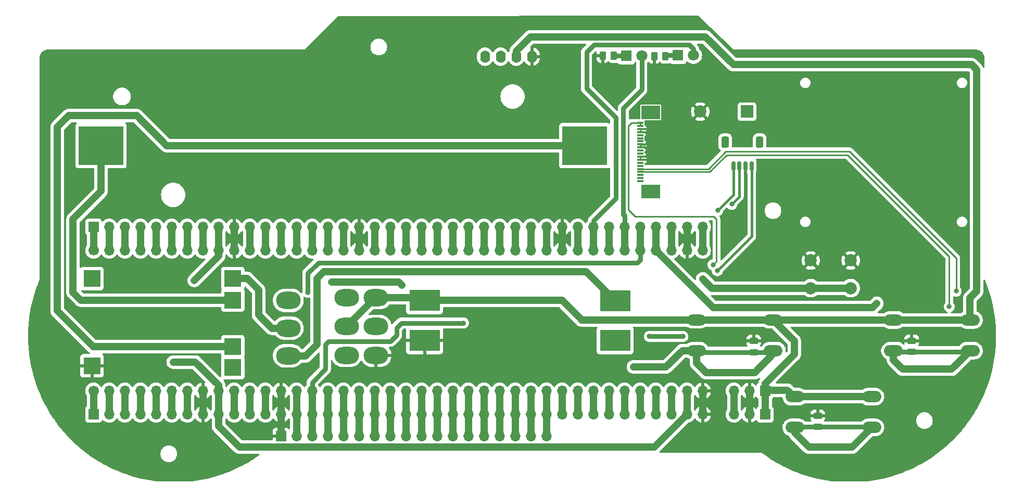
<source format=gtl>
G04 #@! TF.GenerationSoftware,KiCad,Pcbnew,(7.99.0-200-gad838e3d73)*
G04 #@! TF.CreationDate,2024-04-01T14:09:53+07:00*
G04 #@! TF.ProjectId,WMS,574d532e-6b69-4636-9164-5f7063625858,rev?*
G04 #@! TF.SameCoordinates,Original*
G04 #@! TF.FileFunction,Copper,L1,Top*
G04 #@! TF.FilePolarity,Positive*
%FSLAX46Y46*%
G04 Gerber Fmt 4.6, Leading zero omitted, Abs format (unit mm)*
G04 Created by KiCad (PCBNEW (7.99.0-200-gad838e3d73)) date 2024-04-01 14:09:53*
%MOMM*%
%LPD*%
G01*
G04 APERTURE LIST*
G04 Aperture macros list*
%AMRoundRect*
0 Rectangle with rounded corners*
0 $1 Rounding radius*
0 $2 $3 $4 $5 $6 $7 $8 $9 X,Y pos of 4 corners*
0 Add a 4 corners polygon primitive as box body*
4,1,4,$2,$3,$4,$5,$6,$7,$8,$9,$2,$3,0*
0 Add four circle primitives for the rounded corners*
1,1,$1+$1,$2,$3*
1,1,$1+$1,$4,$5*
1,1,$1+$1,$6,$7*
1,1,$1+$1,$8,$9*
0 Add four rect primitives between the rounded corners*
20,1,$1+$1,$2,$3,$4,$5,0*
20,1,$1+$1,$4,$5,$6,$7,0*
20,1,$1+$1,$6,$7,$8,$9,0*
20,1,$1+$1,$8,$9,$2,$3,0*%
G04 Aperture macros list end*
G04 #@! TA.AperFunction,SMDPad,CuDef*
%ADD10RoundRect,0.250000X-0.262500X-0.450000X0.262500X-0.450000X0.262500X0.450000X-0.262500X0.450000X0*%
G04 #@! TD*
G04 #@! TA.AperFunction,ComponentPad*
%ADD11R,5.000000X3.500000*%
G04 #@! TD*
G04 #@! TA.AperFunction,SMDPad,CuDef*
%ADD12RoundRect,0.250000X0.450000X-0.262500X0.450000X0.262500X-0.450000X0.262500X-0.450000X-0.262500X0*%
G04 #@! TD*
G04 #@! TA.AperFunction,SMDPad,CuDef*
%ADD13R,7.340000X6.350000*%
G04 #@! TD*
G04 #@! TA.AperFunction,ComponentPad*
%ADD14R,1.700000X1.700000*%
G04 #@! TD*
G04 #@! TA.AperFunction,ComponentPad*
%ADD15O,1.700000X1.700000*%
G04 #@! TD*
G04 #@! TA.AperFunction,SMDPad,CuDef*
%ADD16R,1.100000X0.300000*%
G04 #@! TD*
G04 #@! TA.AperFunction,SMDPad,CuDef*
%ADD17R,3.100000X2.300000*%
G04 #@! TD*
G04 #@! TA.AperFunction,SMDPad,CuDef*
%ADD18RoundRect,0.150000X0.150000X0.625000X-0.150000X0.625000X-0.150000X-0.625000X0.150000X-0.625000X0*%
G04 #@! TD*
G04 #@! TA.AperFunction,SMDPad,CuDef*
%ADD19RoundRect,0.250000X0.350000X0.650000X-0.350000X0.650000X-0.350000X-0.650000X0.350000X-0.650000X0*%
G04 #@! TD*
G04 #@! TA.AperFunction,ComponentPad*
%ADD20C,1.700000*%
G04 #@! TD*
G04 #@! TA.AperFunction,ComponentPad*
%ADD21R,2.800000X2.800000*%
G04 #@! TD*
G04 #@! TA.AperFunction,ComponentPad*
%ADD22O,4.000000X2.800000*%
G04 #@! TD*
G04 #@! TA.AperFunction,ComponentPad*
%ADD23O,3.048000X1.850000*%
G04 #@! TD*
G04 #@! TA.AperFunction,ComponentPad*
%ADD24R,2.000000X2.000000*%
G04 #@! TD*
G04 #@! TA.AperFunction,ComponentPad*
%ADD25C,2.000000*%
G04 #@! TD*
G04 #@! TA.AperFunction,ComponentPad*
%ADD26O,1.600000X2.000000*%
G04 #@! TD*
G04 #@! TA.AperFunction,ComponentPad*
%ADD27R,1.800000X1.800000*%
G04 #@! TD*
G04 #@! TA.AperFunction,ComponentPad*
%ADD28C,1.800000*%
G04 #@! TD*
G04 #@! TA.AperFunction,ViaPad*
%ADD29C,0.800000*%
G04 #@! TD*
G04 #@! TA.AperFunction,Conductor*
%ADD30C,0.250000*%
G04 #@! TD*
G04 #@! TA.AperFunction,Conductor*
%ADD31C,1.200000*%
G04 #@! TD*
G04 #@! TA.AperFunction,Conductor*
%ADD32C,0.800000*%
G04 #@! TD*
G04 #@! TA.AperFunction,Conductor*
%ADD33C,0.400000*%
G04 #@! TD*
G04 APERTURE END LIST*
D10*
X166370000Y-50215800D03*
X168195000Y-50215800D03*
D11*
X160019999Y-89965999D03*
X160019999Y-96415999D03*
X129019999Y-96415999D03*
X129019999Y-89915999D03*
D12*
X192963800Y-110515400D03*
X192963800Y-108690400D03*
D13*
X76406999Y-64744599D03*
X155066999Y-64744599D03*
D10*
X157991800Y-50114200D03*
X159816800Y-50114200D03*
D14*
X75183999Y-108457999D03*
D15*
X77723999Y-108457999D03*
X80263999Y-108457999D03*
X82803999Y-108457999D03*
X85343999Y-108457999D03*
X87883999Y-108457999D03*
X90423999Y-108457999D03*
X92963999Y-108457999D03*
X95503999Y-108457999D03*
X98043999Y-108457999D03*
X100583999Y-108457999D03*
X103123999Y-108457999D03*
X105663999Y-108457999D03*
X108203999Y-108457999D03*
X110743999Y-108457999D03*
X113283999Y-108457999D03*
X115823999Y-108457999D03*
X118363999Y-108457999D03*
X120903999Y-108457999D03*
X123443999Y-108457999D03*
X125983999Y-108457999D03*
X128523999Y-108457999D03*
X131063999Y-108457999D03*
X133603999Y-108457999D03*
X136143999Y-108457999D03*
X138683999Y-108457999D03*
X141223999Y-108457999D03*
X143763999Y-108457999D03*
X146303999Y-108457999D03*
X148843999Y-108457999D03*
X151383999Y-108457999D03*
X153923999Y-108457999D03*
X156463999Y-108457999D03*
X159003999Y-108457999D03*
X161543999Y-108457999D03*
X164083999Y-108457999D03*
X166623999Y-108457999D03*
X169163999Y-108457999D03*
X171703999Y-108457999D03*
X174243999Y-108457999D03*
D16*
X164083999Y-61029199D03*
X164083999Y-61529199D03*
X164083999Y-62029199D03*
X164083999Y-62529199D03*
X164083999Y-63029199D03*
X164083999Y-63529199D03*
X164083999Y-64029199D03*
X164083999Y-64529199D03*
X164083999Y-65029199D03*
X164083999Y-65529199D03*
X164083999Y-66029199D03*
X164083999Y-66529199D03*
X164083999Y-67029199D03*
X164083999Y-67529199D03*
X164083999Y-68029199D03*
X164083999Y-68529199D03*
X164083999Y-69029199D03*
X164083999Y-69529199D03*
X164083999Y-70029199D03*
X164083999Y-70529199D03*
D17*
X165783999Y-72199199D03*
X165783999Y-59359199D03*
D14*
X184403999Y-108457999D03*
D15*
X181863999Y-108457999D03*
X179323999Y-108457999D03*
D18*
X182221000Y-68040000D03*
X181221000Y-68040000D03*
X180221000Y-68040000D03*
X179221000Y-68040000D03*
D19*
X183521000Y-64165000D03*
X177921000Y-64165000D03*
D12*
X182549800Y-98345000D03*
X182549800Y-96520000D03*
X208254600Y-98294200D03*
X208254600Y-96469200D03*
D20*
X75184000Y-81788000D03*
D15*
X77723999Y-81787999D03*
X80263999Y-81787999D03*
X82803999Y-81787999D03*
X85343999Y-81787999D03*
X87883999Y-81787999D03*
X90423999Y-81787999D03*
X92963999Y-81787999D03*
X95503999Y-81787999D03*
X98043999Y-81787999D03*
X100583999Y-81787999D03*
X103123999Y-81787999D03*
X105663999Y-81787999D03*
X108203999Y-81787999D03*
X110743999Y-81787999D03*
X113283999Y-81787999D03*
X115823999Y-81787999D03*
X118363999Y-81787999D03*
X120903999Y-81787999D03*
X123443999Y-81787999D03*
X125983999Y-81787999D03*
X128523999Y-81787999D03*
X131063999Y-81787999D03*
X133603999Y-81787999D03*
X136143999Y-81787999D03*
X138683999Y-81787999D03*
X141223999Y-81787999D03*
X143763999Y-81787999D03*
X146303999Y-81787999D03*
X148843999Y-81787999D03*
X151383999Y-81787999D03*
X153923999Y-81787999D03*
X156463999Y-81787999D03*
X159003999Y-81787999D03*
X161543999Y-81787999D03*
X164083999Y-81787999D03*
X166623999Y-81787999D03*
X169163999Y-81787999D03*
X171703999Y-81787999D03*
X174243999Y-81787999D03*
X174243999Y-104647999D03*
X171703999Y-104647999D03*
X169163999Y-104647999D03*
X166623999Y-104647999D03*
X164083999Y-104647999D03*
X161543999Y-104647999D03*
X159003999Y-104647999D03*
X156463999Y-104647999D03*
X153923999Y-104647999D03*
X151383999Y-104647999D03*
X148843999Y-104647999D03*
X146303999Y-104647999D03*
X143763999Y-104647999D03*
X141223999Y-104647999D03*
X138683999Y-104647999D03*
X136143999Y-104647999D03*
X133603999Y-104647999D03*
X131063999Y-104647999D03*
X128523999Y-104647999D03*
X125983999Y-104647999D03*
X123443999Y-104647999D03*
X120903999Y-104647999D03*
X118363999Y-104647999D03*
X115823999Y-104647999D03*
X113283999Y-104647999D03*
X110743999Y-104647999D03*
X108203999Y-104647999D03*
X105663999Y-104647999D03*
X103123999Y-104647999D03*
X100583999Y-104647999D03*
X98043999Y-104647999D03*
X95503999Y-104647999D03*
X92963999Y-104647999D03*
X90423999Y-104647999D03*
X87883999Y-104647999D03*
X85343999Y-104647999D03*
X82803999Y-104647999D03*
X80263999Y-104647999D03*
X77723999Y-104647999D03*
D20*
X75184000Y-104648000D03*
D15*
X179323999Y-104647999D03*
X181863999Y-104647999D03*
D14*
X184403999Y-104647999D03*
X105663999Y-112013999D03*
D15*
X108203999Y-112013999D03*
X110743999Y-112013999D03*
X113283999Y-112013999D03*
X115823999Y-112013999D03*
X118363999Y-112013999D03*
X120903999Y-112013999D03*
X123443999Y-112013999D03*
X125983999Y-112013999D03*
X128523999Y-112013999D03*
X131063999Y-112013999D03*
X133603999Y-112013999D03*
X136143999Y-112013999D03*
X138683999Y-112013999D03*
X141223999Y-112013999D03*
X143763999Y-112013999D03*
X146303999Y-112013999D03*
X148843999Y-112013999D03*
D21*
X74929999Y-86359999D03*
X74929999Y-100559999D03*
X97829999Y-86359999D03*
X97829999Y-100859999D03*
X97829999Y-89859999D03*
X97829999Y-97459999D03*
D14*
X75183999Y-77977999D03*
D15*
X77723999Y-77977999D03*
X80263999Y-77977999D03*
X82803999Y-77977999D03*
X85343999Y-77977999D03*
X87883999Y-77977999D03*
X90423999Y-77977999D03*
X92963999Y-77977999D03*
X95503999Y-77977999D03*
X98043999Y-77977999D03*
X100583999Y-77977999D03*
X103123999Y-77977999D03*
X105663999Y-77977999D03*
X108203999Y-77977999D03*
X110743999Y-77977999D03*
X113283999Y-77977999D03*
X115823999Y-77977999D03*
X118363999Y-77977999D03*
X120903999Y-77977999D03*
X123443999Y-77977999D03*
X125983999Y-77977999D03*
X128523999Y-77977999D03*
X131063999Y-77977999D03*
X133603999Y-77977999D03*
X136143999Y-77977999D03*
X138683999Y-77977999D03*
X141223999Y-77977999D03*
X143763999Y-77977999D03*
X146303999Y-77977999D03*
X148843999Y-77977999D03*
X151383999Y-77977999D03*
X153923999Y-77977999D03*
X156463999Y-77977999D03*
X159003999Y-77977999D03*
X161543999Y-77977999D03*
X164083999Y-77977999D03*
X166623999Y-77977999D03*
X169163999Y-77977999D03*
X171703999Y-77977999D03*
X174243999Y-77977999D03*
D22*
X116331999Y-89456799D03*
X116331999Y-94156799D03*
X116331999Y-98856799D03*
X121131999Y-89456799D03*
X121131999Y-94156799D03*
X121131999Y-98856799D03*
D23*
X185724799Y-93080199D03*
X173224799Y-93080199D03*
X185724799Y-98080199D03*
X173224799Y-98080199D03*
D24*
X181447599Y-59207399D03*
D25*
X173847600Y-59207400D03*
D22*
X106857799Y-98932999D03*
X106857799Y-94432999D03*
X106857799Y-89932999D03*
D26*
X146469599Y-50258399D03*
X143929599Y-50258399D03*
X141389599Y-50258399D03*
X138849599Y-50258399D03*
D23*
X217782799Y-93094799D03*
X205282799Y-93094799D03*
X217782799Y-98094799D03*
X205282799Y-98094799D03*
D27*
X170205399Y-50037999D03*
D28*
X172745400Y-50038000D03*
D27*
X161797999Y-50114199D03*
D28*
X164338000Y-50114200D03*
D23*
X201755399Y-105587799D03*
X189255399Y-105587799D03*
X201755399Y-110587799D03*
X189255399Y-110587799D03*
D25*
X198322000Y-83424200D03*
X191822000Y-83424200D03*
X198322000Y-87924200D03*
X191822000Y-87924200D03*
D29*
X183921400Y-79959200D03*
X183515000Y-83413600D03*
X178943000Y-78079600D03*
X153263600Y-52959000D03*
X157353000Y-52857400D03*
X178206400Y-81305400D03*
X153289000Y-51409600D03*
X183464200Y-81686400D03*
X178943000Y-80213200D03*
X157403800Y-54203600D03*
X88138000Y-99949000D03*
X91567000Y-86664800D03*
X178968400Y-74269600D03*
X176682400Y-75285600D03*
X110032800Y-88595200D03*
X202565000Y-90398600D03*
X125323600Y-87452200D03*
X174244000Y-86436200D03*
X113919000Y-86918800D03*
X162991800Y-100736400D03*
X165582600Y-95783400D03*
X135331200Y-93599000D03*
X171018200Y-95783400D03*
X215468200Y-88417400D03*
X214350600Y-90932000D03*
X175920400Y-84124800D03*
X176631600Y-85090000D03*
D30*
X164084000Y-65029200D02*
X164775000Y-65029200D01*
X164864800Y-66529200D02*
X164084000Y-66529200D01*
D31*
X171704000Y-77978000D02*
X171704000Y-81788000D01*
X92964000Y-104648000D02*
X92964000Y-108458000D01*
X174244000Y-108458000D02*
X174244000Y-104648000D01*
D30*
X164891200Y-62529200D02*
X165328600Y-62966600D01*
X164121600Y-64566800D02*
X164084000Y-64529200D01*
X164744400Y-64566800D02*
X164121600Y-64566800D01*
X165277800Y-65532000D02*
X165277800Y-66116200D01*
D31*
X181864000Y-108458000D02*
X181864000Y-104648000D01*
D30*
X165277800Y-66116200D02*
X164864800Y-66529200D01*
X164084000Y-62529200D02*
X164891200Y-62529200D01*
D31*
X105664000Y-108458000D02*
X105664000Y-112014000D01*
D30*
X165328600Y-63982600D02*
X164744400Y-64566800D01*
D31*
X98044000Y-77978000D02*
X98044000Y-81788000D01*
D30*
X164084000Y-66529200D02*
X164084000Y-67029200D01*
D31*
X118364000Y-81788000D02*
X118364000Y-77978000D01*
D30*
X165328600Y-62966600D02*
X165328600Y-63982600D01*
X164084000Y-62029200D02*
X164084000Y-62529200D01*
X164084000Y-64529200D02*
X164084000Y-65029200D01*
D31*
X151384000Y-81788000D02*
X151384000Y-77978000D01*
D30*
X164775000Y-65029200D02*
X165277800Y-65532000D01*
D31*
X105664000Y-104648000D02*
X105664000Y-108458000D01*
X121132000Y-89456800D02*
X128560800Y-89456800D01*
X154559000Y-93065600D02*
X154544400Y-93080200D01*
X143929600Y-49364400D02*
X146253200Y-47040800D01*
X184404000Y-104648000D02*
X184404000Y-108458000D01*
X143929600Y-50258400D02*
X143929600Y-49364400D01*
X179273200Y-51587400D02*
X218008200Y-51587400D01*
X173224800Y-93080200D02*
X185724800Y-93080200D01*
X201755400Y-105587800D02*
X189255400Y-105587800D01*
X121132000Y-89456800D02*
X121032000Y-89456800D01*
X174726600Y-47040800D02*
X179273200Y-51587400D01*
X184531000Y-104521000D02*
X184404000Y-104648000D01*
X154544400Y-93080200D02*
X173224800Y-93080200D01*
X185739400Y-93094800D02*
X185724800Y-93080200D01*
X205282800Y-93094800D02*
X217782800Y-93094800D01*
X218795600Y-52374800D02*
X218795600Y-88442800D01*
X128560800Y-89456800D02*
X129020000Y-89916000D01*
X184404000Y-104648000D02*
X184404000Y-103428800D01*
X189128400Y-96483800D02*
X185724800Y-93080200D01*
X189077600Y-105587800D02*
X188010800Y-104521000D01*
X189128400Y-98704400D02*
X189128400Y-96483800D01*
X217728800Y-93040800D02*
X217782800Y-93094800D01*
X217728800Y-89509600D02*
X217728800Y-93040800D01*
X146253200Y-47040800D02*
X174726600Y-47040800D01*
X184404000Y-103428800D02*
X189128400Y-98704400D01*
X189255400Y-105587800D02*
X189077600Y-105587800D01*
X205282800Y-93094800D02*
X185739400Y-93094800D01*
X218008200Y-51587400D02*
X218795600Y-52374800D01*
X129020000Y-89916000D02*
X151409400Y-89916000D01*
X218795600Y-88442800D02*
X217728800Y-89509600D01*
X121032000Y-89456800D02*
X116332000Y-94156800D01*
X151409400Y-89916000D02*
X154559000Y-93065600D01*
X188010800Y-104521000D02*
X184531000Y-104521000D01*
X103124000Y-77978000D02*
X103124000Y-81788000D01*
X105664000Y-81788000D02*
X105664000Y-77978000D01*
X151384000Y-108458000D02*
X151384000Y-104648000D01*
D32*
X168372800Y-50038000D02*
X168195000Y-50215800D01*
X170205400Y-50038000D02*
X168372800Y-50038000D01*
X156464000Y-77978000D02*
X156464000Y-76962000D01*
X156565600Y-48336200D02*
X172059600Y-48336200D01*
X155346400Y-55473600D02*
X155346400Y-49555400D01*
X156464000Y-76962000D02*
X160096200Y-73329800D01*
X160096200Y-73329800D02*
X160096200Y-60223400D01*
X155346400Y-49555400D02*
X156565600Y-48336200D01*
X172745400Y-49022000D02*
X172745400Y-50038000D01*
X160096200Y-60223400D02*
X155346400Y-55473600D01*
D31*
X156464000Y-81788000D02*
X156464000Y-77978000D01*
D32*
X172059600Y-48336200D02*
X172745400Y-49022000D01*
X159816800Y-50114200D02*
X161798000Y-50114200D01*
X161340800Y-58648600D02*
X161340800Y-75920600D01*
X164338000Y-55651400D02*
X161340800Y-58648600D01*
X161340800Y-75920600D02*
X161544000Y-76123800D01*
D31*
X161544000Y-81788000D02*
X161544000Y-77978000D01*
D32*
X164338000Y-50114200D02*
X164338000Y-55651400D01*
X161544000Y-76123800D02*
X161544000Y-77978000D01*
D31*
X75184000Y-81788000D02*
X75184000Y-77978000D01*
X77724000Y-81788000D02*
X77724000Y-77978000D01*
X80264000Y-77978000D02*
X80264000Y-81788000D01*
X82804000Y-81788000D02*
X82804000Y-77978000D01*
X85344000Y-81788000D02*
X85344000Y-77978000D01*
X87884000Y-77978000D02*
X87884000Y-81788000D01*
X90424000Y-77978000D02*
X90424000Y-81788000D01*
X92964000Y-77978000D02*
X92964000Y-81788000D01*
X171704000Y-104648000D02*
X171704000Y-108458000D01*
X95504000Y-103708200D02*
X95504000Y-104648000D01*
X95504000Y-82727800D02*
X91567000Y-86664800D01*
X166370000Y-113792000D02*
X98907600Y-113792000D01*
X171704000Y-108458000D02*
X166370000Y-113792000D01*
X98907600Y-113792000D02*
X95504000Y-110388400D01*
X91744800Y-99949000D02*
X95504000Y-103708200D01*
X88138000Y-99949000D02*
X91744800Y-99949000D01*
X95504000Y-110388400D02*
X95504000Y-108458000D01*
X95504000Y-104648000D02*
X95504000Y-108458000D01*
X95504000Y-81788000D02*
X95504000Y-77978000D01*
X95504000Y-81788000D02*
X95504000Y-82727800D01*
X100584000Y-81788000D02*
X100584000Y-77978000D01*
X108204000Y-77978000D02*
X108204000Y-81788000D01*
X110744000Y-77978000D02*
X110744000Y-81788000D01*
X113284000Y-81788000D02*
X113284000Y-77978000D01*
X115824000Y-77978000D02*
X115824000Y-81788000D01*
D33*
X180221000Y-68040000D02*
X180221000Y-73017000D01*
X180221000Y-73017000D02*
X178968400Y-74269600D01*
D31*
X120904000Y-77978000D02*
X120904000Y-81788000D01*
X123444000Y-81788000D02*
X123444000Y-77978000D01*
X125984000Y-77978000D02*
X125984000Y-81788000D01*
X128524000Y-81788000D02*
X128524000Y-77978000D01*
X131064000Y-77978000D02*
X131064000Y-81788000D01*
X133604000Y-81788000D02*
X133604000Y-77978000D01*
X136144000Y-77978000D02*
X136144000Y-81788000D01*
X138684000Y-81788000D02*
X138684000Y-77978000D01*
X141224000Y-77978000D02*
X141224000Y-81788000D01*
X143764000Y-81788000D02*
X143764000Y-77978000D01*
X146304000Y-81788000D02*
X146304000Y-77978000D01*
X148844000Y-77978000D02*
X148844000Y-81788000D01*
X153924000Y-77978000D02*
X153924000Y-81788000D01*
D33*
X179221000Y-68040000D02*
X179221000Y-72747000D01*
D31*
X159004000Y-77978000D02*
X159004000Y-81788000D01*
D33*
X179221000Y-72747000D02*
X176682400Y-75285600D01*
D32*
X163626800Y-83769200D02*
X164084000Y-83312000D01*
D31*
X164084000Y-81788000D02*
X164084000Y-77978000D01*
D32*
X164084000Y-83312000D02*
X164084000Y-81788000D01*
X111760000Y-83769200D02*
X163626800Y-83769200D01*
X110032800Y-85496400D02*
X111760000Y-83769200D01*
X110032800Y-88595200D02*
X110032800Y-85496400D01*
D31*
X214760200Y-101117400D02*
X217782800Y-98094800D01*
D32*
X205482200Y-98294200D02*
X205282800Y-98094800D01*
D31*
X205282800Y-99618800D02*
X206781400Y-101117400D01*
D32*
X208254600Y-98294200D02*
X217583400Y-98294200D01*
X208254600Y-98294200D02*
X205482200Y-98294200D01*
D31*
X206781400Y-101117400D02*
X214760200Y-101117400D01*
X192481200Y-91084400D02*
X201879200Y-91084400D01*
X205282800Y-98094800D02*
X205282800Y-99618800D01*
X166624000Y-81788000D02*
X175920400Y-91084400D01*
X166624000Y-77978000D02*
X166624000Y-81788000D01*
X201879200Y-91084400D02*
X202565000Y-90398600D01*
X175920400Y-91084400D02*
X192481200Y-91084400D01*
D32*
X217583400Y-98294200D02*
X217782800Y-98094800D01*
D31*
X169164000Y-81788000D02*
X169164000Y-77978000D01*
X174244000Y-81788000D02*
X174244000Y-77978000D01*
X75184000Y-104648000D02*
X75184000Y-108458000D01*
X77724000Y-104648000D02*
X77724000Y-108458000D01*
X80264000Y-104648000D02*
X80264000Y-108458000D01*
X82804000Y-104648000D02*
X82804000Y-108458000D01*
X85344000Y-104648000D02*
X85344000Y-108458000D01*
X87884000Y-104648000D02*
X87884000Y-108458000D01*
X191822000Y-87924200D02*
X175732000Y-87924200D01*
X90424000Y-104648000D02*
X90424000Y-108458000D01*
X175732000Y-87924200D02*
X174244000Y-86436200D01*
X191822000Y-87924200D02*
X198322000Y-87924200D01*
X124790200Y-86918800D02*
X113919000Y-86918800D01*
X125323600Y-87452200D02*
X124790200Y-86918800D01*
X98044000Y-104648000D02*
X98044000Y-108458000D01*
D32*
X182549800Y-98345000D02*
X185460000Y-98345000D01*
D31*
X185724800Y-98080200D02*
X185724800Y-98653600D01*
X162991800Y-100736400D02*
X168275000Y-100736400D01*
X174777400Y-101650800D02*
X173228000Y-100101400D01*
X173224800Y-100104600D02*
X173224800Y-98080200D01*
X100584000Y-104648000D02*
X100584000Y-108458000D01*
D32*
X173489600Y-98345000D02*
X173224800Y-98080200D01*
D31*
X170931200Y-98080200D02*
X173224800Y-98080200D01*
X173228000Y-100101400D02*
X173224800Y-100104600D01*
X182727600Y-101650800D02*
X174777400Y-101650800D01*
X168275000Y-100736400D02*
X170931200Y-98080200D01*
D32*
X182549800Y-98345000D02*
X173489600Y-98345000D01*
D31*
X185724800Y-98653600D02*
X182727600Y-101650800D01*
D32*
X185460000Y-98345000D02*
X185724800Y-98080200D01*
D31*
X103124000Y-104648000D02*
X103124000Y-108458000D01*
X108204000Y-108458000D02*
X108204000Y-112014000D01*
X108204000Y-104648000D02*
X108204000Y-108458000D01*
D32*
X113411000Y-96570800D02*
X112877600Y-97104200D01*
D31*
X189255400Y-111506000D02*
X191541400Y-113792000D01*
D32*
X112877600Y-97104200D02*
X112877600Y-101117400D01*
D31*
X189255400Y-110587800D02*
X189255400Y-111506000D01*
D32*
X112877600Y-101117400D02*
X110744000Y-103251000D01*
X192963800Y-110515400D02*
X201683000Y-110515400D01*
X110744000Y-103251000D02*
X110744000Y-104648000D01*
D31*
X110744000Y-104648000D02*
X110744000Y-108458000D01*
X191541400Y-113792000D02*
X198551200Y-113792000D01*
D32*
X171018200Y-95783400D02*
X165582600Y-95783400D01*
X135331200Y-93599000D02*
X125222000Y-93599000D01*
X124460000Y-94361000D02*
X124460000Y-95554800D01*
X123444000Y-96570800D02*
X113411000Y-96570800D01*
X189327800Y-110515400D02*
X189255400Y-110587800D01*
X125222000Y-93599000D02*
X124460000Y-94361000D01*
X124460000Y-95554800D02*
X123444000Y-96570800D01*
D31*
X198551200Y-113792000D02*
X201755400Y-110587800D01*
X110744000Y-108458000D02*
X110744000Y-112014000D01*
D32*
X192963800Y-110515400D02*
X189327800Y-110515400D01*
X201683000Y-110515400D02*
X201755400Y-110587800D01*
D31*
X113284000Y-112014000D02*
X113284000Y-108458000D01*
X113284000Y-108458000D02*
X113284000Y-104648000D01*
X115824000Y-104648000D02*
X115824000Y-108458000D01*
X115824000Y-108458000D02*
X115824000Y-112014000D01*
X118364000Y-112014000D02*
X118364000Y-104648000D01*
X120904000Y-104648000D02*
X120904000Y-112014000D01*
X123444000Y-104648000D02*
X123444000Y-112014000D01*
X125984000Y-104648000D02*
X125984000Y-112014000D01*
D30*
X198120000Y-65659000D02*
X178028600Y-65659000D01*
X175158400Y-68529200D02*
X164084000Y-68529200D01*
D31*
X128524000Y-104648000D02*
X128524000Y-112014000D01*
D30*
X215468200Y-83007200D02*
X198120000Y-65659000D01*
X215468200Y-88417400D02*
X215468200Y-83007200D01*
X178028600Y-65659000D02*
X175158400Y-68529200D01*
X175369600Y-69029200D02*
X164084000Y-69029200D01*
X197815200Y-66243200D02*
X178155600Y-66243200D01*
D31*
X131064000Y-104648000D02*
X131064000Y-112014000D01*
D30*
X214350600Y-90932000D02*
X214350600Y-82778600D01*
X214350600Y-82778600D02*
X197815200Y-66243200D01*
X178155600Y-66243200D02*
X175369600Y-69029200D01*
D31*
X133604000Y-104648000D02*
X133604000Y-112014000D01*
X136144000Y-104648000D02*
X136144000Y-112014000D01*
X138684000Y-104648000D02*
X138684000Y-112014000D01*
X141224000Y-104648000D02*
X141224000Y-112014000D01*
X143764000Y-104648000D02*
X143764000Y-112014000D01*
X146304000Y-104648000D02*
X146304000Y-112014000D01*
X148844000Y-104648000D02*
X148844000Y-112014000D01*
X153924000Y-104648000D02*
X153924000Y-108458000D01*
X156464000Y-104648000D02*
X156464000Y-108458000D01*
X159004000Y-104648000D02*
X159004000Y-108458000D01*
X161544000Y-104648000D02*
X161544000Y-108458000D01*
X164084000Y-104648000D02*
X164084000Y-108458000D01*
X166624000Y-104648000D02*
X166624000Y-108458000D01*
X169164000Y-108458000D02*
X169164000Y-104648000D01*
X179324000Y-108458000D02*
X179324000Y-104648000D01*
X71856600Y-88620600D02*
X71856600Y-76682600D01*
X71856600Y-76682600D02*
X76407000Y-72132200D01*
X97830000Y-89860000D02*
X73096000Y-89860000D01*
X76407000Y-72132200D02*
X76407000Y-64744600D01*
X73096000Y-89860000D02*
X71856600Y-88620600D01*
X69265800Y-91617800D02*
X75108000Y-97460000D01*
X69265800Y-61747400D02*
X69265800Y-91617800D01*
X87096600Y-64744600D02*
X82219800Y-59867800D01*
X75108000Y-97460000D02*
X97830000Y-97460000D01*
X82219800Y-59867800D02*
X71145400Y-59867800D01*
X71145400Y-59867800D02*
X69265800Y-61747400D01*
X155067000Y-64744600D02*
X87096600Y-64744600D01*
D30*
X164084000Y-61029200D02*
X162694000Y-61029200D01*
X164084000Y-61029200D02*
X164084000Y-61504200D01*
X163271200Y-76276200D02*
X176047400Y-76276200D01*
X176047400Y-76276200D02*
X176504600Y-76733400D01*
X176504600Y-76733400D02*
X176504600Y-83540600D01*
X176504600Y-83540600D02*
X175920400Y-84124800D01*
X162694000Y-61029200D02*
X162179000Y-61544200D01*
X162179000Y-75184000D02*
X163271200Y-76276200D01*
X162179000Y-61544200D02*
X162179000Y-75184000D01*
D33*
X182221000Y-79500600D02*
X176631600Y-85090000D01*
X182221000Y-68040000D02*
X182221000Y-79500600D01*
D31*
X155321800Y-85267800D02*
X160020000Y-89966000D01*
X112598200Y-85267800D02*
X155321800Y-85267800D01*
X109702600Y-98933000D02*
X111556800Y-97078800D01*
X111556800Y-97078800D02*
X111556800Y-86309200D01*
X106857800Y-98933000D02*
X109702600Y-98933000D01*
X111556800Y-86309200D02*
X112598200Y-85267800D01*
X102006400Y-92278200D02*
X102006400Y-88188800D01*
X100177600Y-86360000D02*
X97830000Y-86360000D01*
X102006400Y-88188800D02*
X100177600Y-86360000D01*
X106857800Y-94433000D02*
X104161200Y-94433000D01*
X104161200Y-94433000D02*
X102006400Y-92278200D01*
G04 #@! TA.AperFunction,Conductor*
G36*
X220094100Y-86534865D02*
G01*
X220135311Y-86588513D01*
X220394658Y-87240181D01*
X220462171Y-87409821D01*
X220463926Y-87414501D01*
X220748305Y-88222421D01*
X220748307Y-88222423D01*
X220778735Y-88309131D01*
X220781243Y-88316277D01*
X220782768Y-88320913D01*
X220992506Y-89003442D01*
X220992598Y-89003741D01*
X221064699Y-89239697D01*
X221066013Y-89244317D01*
X221231928Y-89873512D01*
X221231963Y-89873786D01*
X221231998Y-89873778D01*
X221310412Y-90173832D01*
X221311519Y-90178425D01*
X221444395Y-90779649D01*
X221444433Y-90780001D01*
X221444471Y-90779993D01*
X221517984Y-91117152D01*
X221518888Y-91121710D01*
X221623573Y-91706288D01*
X221623648Y-91706711D01*
X221687069Y-92068072D01*
X221687776Y-92072586D01*
X221766754Y-92645925D01*
X221766822Y-92646427D01*
X221817406Y-93025096D01*
X221817920Y-93029558D01*
X221872644Y-93594437D01*
X221872699Y-93595020D01*
X221908770Y-93986619D01*
X221909097Y-93991020D01*
X221940533Y-94549133D01*
X221940568Y-94549796D01*
X221961015Y-94951072D01*
X221961160Y-94955404D01*
X221969969Y-95507502D01*
X221969979Y-95508244D01*
X221974051Y-95916810D01*
X221974020Y-95921066D01*
X221960702Y-96467750D01*
X221960680Y-96468570D01*
X221947863Y-96882263D01*
X221947663Y-96886436D01*
X221912605Y-97427786D01*
X221912544Y-97428683D01*
X221882490Y-97845883D01*
X221882127Y-97849967D01*
X221825659Y-98385881D01*
X221825553Y-98386851D01*
X221778051Y-98805971D01*
X221777533Y-98809960D01*
X221699958Y-99340118D01*
X221699801Y-99341161D01*
X221634705Y-99761077D01*
X221634039Y-99764964D01*
X221535643Y-100288999D01*
X221535429Y-100290111D01*
X221452710Y-100709500D01*
X221451903Y-100713281D01*
X221332939Y-101230873D01*
X221332662Y-101232052D01*
X221232356Y-101649745D01*
X221231415Y-101653414D01*
X221092175Y-102164008D01*
X221091830Y-102165249D01*
X220973990Y-102580326D01*
X220972924Y-102583880D01*
X220813778Y-103086683D01*
X220813358Y-103087983D01*
X220678071Y-103499580D01*
X220676887Y-103503013D01*
X220498064Y-103997731D01*
X220497564Y-103999087D01*
X220345080Y-104406042D01*
X220343786Y-104409352D01*
X220145660Y-104895260D01*
X220145076Y-104896666D01*
X219975550Y-105298254D01*
X219974154Y-105301437D01*
X219757108Y-105777867D01*
X219756435Y-105779320D01*
X219570102Y-106174715D01*
X219568612Y-106177768D01*
X219332973Y-106644211D01*
X219332205Y-106645705D01*
X219129419Y-107033959D01*
X219127843Y-107036880D01*
X218873995Y-107492732D01*
X218873129Y-107494261D01*
X218654249Y-107874538D01*
X218652596Y-107877326D01*
X218380958Y-108321963D01*
X218379989Y-108323522D01*
X218145304Y-108695191D01*
X218143582Y-108697844D01*
X217854615Y-109130621D01*
X217853540Y-109132204D01*
X217603493Y-109494457D01*
X217601709Y-109496974D01*
X217295846Y-109917324D01*
X217294661Y-109918925D01*
X217029707Y-110271026D01*
X217027870Y-110273407D01*
X216705594Y-110680739D01*
X216704296Y-110682351D01*
X216424865Y-111023663D01*
X216422984Y-111025907D01*
X216084787Y-111419649D01*
X216083373Y-111421267D01*
X215789953Y-111751139D01*
X215788034Y-111753246D01*
X215434522Y-112132739D01*
X215432990Y-112134355D01*
X215126070Y-112452195D01*
X215124122Y-112454167D01*
X214755779Y-112818932D01*
X214754127Y-112820538D01*
X214434293Y-113125705D01*
X214432323Y-113127544D01*
X214049727Y-113477031D01*
X214047953Y-113478621D01*
X213715806Y-113770520D01*
X213713823Y-113772226D01*
X213317427Y-114106033D01*
X213315529Y-114107599D01*
X212971759Y-114385622D01*
X212969769Y-114387198D01*
X212560254Y-114704749D01*
X212558232Y-114706284D01*
X212203347Y-114970019D01*
X212201358Y-114971467D01*
X211779371Y-115272261D01*
X211777225Y-115273757D01*
X211411901Y-115522708D01*
X211409920Y-115524030D01*
X210976033Y-115807653D01*
X210973761Y-115809103D01*
X210598696Y-116042802D01*
X210596730Y-116044002D01*
X210151666Y-116309969D01*
X210149270Y-116311365D01*
X209765053Y-116529462D01*
X209763107Y-116530543D01*
X209307521Y-116778445D01*
X209305002Y-116779779D01*
X208912457Y-116981825D01*
X208910538Y-116982791D01*
X208445005Y-117212292D01*
X208442364Y-117213556D01*
X208042213Y-117399210D01*
X208040328Y-117400066D01*
X207565646Y-117610743D01*
X207562883Y-117611929D01*
X207155828Y-117780901D01*
X207153982Y-117781650D01*
X206670730Y-117973210D01*
X206667849Y-117974311D01*
X206254783Y-118126272D01*
X206252982Y-118126919D01*
X205761811Y-118299056D01*
X205758812Y-118300064D01*
X205340463Y-118434799D01*
X205338713Y-118435348D01*
X204840489Y-118587709D01*
X204837376Y-118588617D01*
X204414440Y-118705956D01*
X204412744Y-118706413D01*
X203908116Y-118838745D01*
X203904894Y-118839544D01*
X203478465Y-118939252D01*
X203476828Y-118939624D01*
X202966295Y-119051728D01*
X202962967Y-119052411D01*
X202533703Y-119134412D01*
X202532128Y-119134702D01*
X202016629Y-119226293D01*
X202013199Y-119226853D01*
X201581963Y-119291062D01*
X201580455Y-119291277D01*
X201060652Y-119362159D01*
X201057126Y-119362588D01*
X200901433Y-119379292D01*
X200888205Y-119380000D01*
X195506588Y-119380000D01*
X195493426Y-119379299D01*
X195493360Y-119379292D01*
X195491824Y-119379128D01*
X195280585Y-119356578D01*
X195276594Y-119356087D01*
X194858831Y-119297735D01*
X194857864Y-119297596D01*
X194324720Y-119218843D01*
X194320674Y-119218177D01*
X193909237Y-119143426D01*
X193908354Y-119143262D01*
X193375240Y-119042410D01*
X193371148Y-119041564D01*
X192967415Y-118950999D01*
X192966616Y-118950817D01*
X192433713Y-118827571D01*
X192429583Y-118826541D01*
X192035073Y-118720914D01*
X192034357Y-118720720D01*
X191501649Y-118574671D01*
X191497489Y-118573452D01*
X191114078Y-118453778D01*
X191113445Y-118453578D01*
X190580643Y-118284139D01*
X190576462Y-118282728D01*
X190206015Y-118150232D01*
X190205464Y-118150033D01*
X189672150Y-117956437D01*
X189667957Y-117954828D01*
X189313715Y-117811516D01*
X189313245Y-117811325D01*
X188777751Y-117592131D01*
X188773555Y-117590323D01*
X188439193Y-117438846D01*
X188438802Y-117438668D01*
X187898828Y-117191785D01*
X187894639Y-117189774D01*
X187586429Y-117034641D01*
X187586115Y-117034482D01*
X187342688Y-116911090D01*
X187036861Y-116756068D01*
X187032722Y-116753870D01*
X186900197Y-116680218D01*
X186761717Y-116603256D01*
X186761479Y-116603123D01*
X186193348Y-116285737D01*
X186189200Y-116283314D01*
X185978311Y-116154539D01*
X185978145Y-116154437D01*
X185369562Y-115781503D01*
X185365452Y-115778872D01*
X185298353Y-115734030D01*
X185282704Y-115723572D01*
X185282583Y-115723491D01*
X185282583Y-115723490D01*
X184571092Y-115247022D01*
X184566995Y-115244158D01*
X183805989Y-114688836D01*
X183805986Y-114688834D01*
X183794810Y-114680679D01*
X183794784Y-114680616D01*
X183794652Y-114680561D01*
X183794306Y-114680298D01*
X183794152Y-114680499D01*
X167337204Y-114680499D01*
X167280909Y-114666984D01*
X167236886Y-114629384D01*
X167214731Y-114575897D01*
X167219273Y-114518181D01*
X167249523Y-114468818D01*
X169566426Y-112151915D01*
X171191259Y-110527081D01*
X187227035Y-110527081D01*
X187227258Y-110532335D01*
X187227258Y-110532340D01*
X187236987Y-110761351D01*
X187237334Y-110769519D01*
X187238441Y-110774660D01*
X187238443Y-110774668D01*
X187284006Y-110986082D01*
X187288456Y-111006728D01*
X187290418Y-111011611D01*
X187290420Y-111011617D01*
X187363853Y-111194361D01*
X187378932Y-111231886D01*
X187381690Y-111236365D01*
X187503399Y-111434034D01*
X187503402Y-111434038D01*
X187506158Y-111438514D01*
X187509631Y-111442460D01*
X187509634Y-111442464D01*
X187529455Y-111464985D01*
X187666475Y-111620669D01*
X187855270Y-111773111D01*
X188067112Y-111891453D01*
X188199874Y-111938360D01*
X188243351Y-111964794D01*
X188272552Y-112006462D01*
X188285121Y-112035812D01*
X188288428Y-112040699D01*
X188288432Y-112040705D01*
X188303133Y-112062424D01*
X188310658Y-112075108D01*
X188325389Y-112103682D01*
X188329037Y-112108320D01*
X188329043Y-112108330D01*
X188363320Y-112151915D01*
X188368540Y-112159064D01*
X188402923Y-112209865D01*
X188407098Y-112214040D01*
X188407099Y-112214041D01*
X188425650Y-112232592D01*
X188435433Y-112243613D01*
X188455308Y-112268886D01*
X188468510Y-112280326D01*
X188501677Y-112309065D01*
X188508155Y-112315097D01*
X190690933Y-114497875D01*
X190698480Y-114506796D01*
X190698619Y-114506677D01*
X190702491Y-114511146D01*
X190705914Y-114515952D01*
X190710183Y-114520022D01*
X190771431Y-114578422D01*
X190773541Y-114580483D01*
X190800299Y-114607241D01*
X190807015Y-114612786D01*
X190813610Y-114618640D01*
X190858022Y-114660986D01*
X190867355Y-114666984D01*
X190885056Y-114678360D01*
X190896955Y-114687047D01*
X190921755Y-114707524D01*
X190926938Y-114710354D01*
X190926941Y-114710356D01*
X190975607Y-114736929D01*
X190983206Y-114741437D01*
X191034828Y-114774613D01*
X191040316Y-114776810D01*
X191064675Y-114786562D01*
X191078006Y-114792843D01*
X191106217Y-114808247D01*
X191164685Y-114826937D01*
X191172959Y-114829911D01*
X191229943Y-114852725D01*
X191261510Y-114858809D01*
X191275788Y-114862454D01*
X191300772Y-114870441D01*
X191300778Y-114870442D01*
X191306408Y-114872242D01*
X191367326Y-114879525D01*
X191376071Y-114880888D01*
X191436315Y-114892500D01*
X191468461Y-114892500D01*
X191483181Y-114893377D01*
X191491754Y-114894401D01*
X191515091Y-114897192D01*
X191576276Y-114892816D01*
X191585123Y-114892500D01*
X198448965Y-114892500D01*
X198460606Y-114893472D01*
X198460620Y-114893288D01*
X198466505Y-114893708D01*
X198472334Y-114894689D01*
X198562813Y-114892535D01*
X198565765Y-114892500D01*
X198600679Y-114892500D01*
X198603625Y-114892500D01*
X198612280Y-114891673D01*
X198621100Y-114891147D01*
X198682445Y-114889687D01*
X198713853Y-114882853D01*
X198728414Y-114880583D01*
X198760418Y-114877528D01*
X198819294Y-114860239D01*
X198827851Y-114858055D01*
X198887812Y-114845013D01*
X198917361Y-114832358D01*
X198931235Y-114827370D01*
X198962075Y-114818316D01*
X199016618Y-114790196D01*
X199024611Y-114786431D01*
X199075578Y-114764606D01*
X199075578Y-114764605D01*
X199081012Y-114762279D01*
X199107623Y-114744266D01*
X199120308Y-114736740D01*
X199148882Y-114722011D01*
X199197113Y-114684079D01*
X199204264Y-114678859D01*
X199234169Y-114658618D01*
X199255065Y-114644477D01*
X199277792Y-114621748D01*
X199288812Y-114611966D01*
X199314086Y-114592092D01*
X199354280Y-114545704D01*
X199360285Y-114539255D01*
X201849922Y-112049619D01*
X201890151Y-112022739D01*
X201937604Y-112013300D01*
X202412323Y-112013300D01*
X202414954Y-112013300D01*
X202596182Y-111997875D01*
X202831008Y-111936731D01*
X203052123Y-111836781D01*
X203253165Y-111700900D01*
X203428352Y-111532997D01*
X203572644Y-111337902D01*
X203681888Y-111121229D01*
X203752943Y-110889209D01*
X203783765Y-110648519D01*
X203773466Y-110406081D01*
X203722344Y-110168872D01*
X203631868Y-109943714D01*
X203524015Y-109768550D01*
X203507400Y-109741565D01*
X203507398Y-109741563D01*
X203504642Y-109737086D01*
X203500080Y-109731903D01*
X203441679Y-109665546D01*
X203344325Y-109554931D01*
X203244094Y-109474000D01*
X208956341Y-109474000D01*
X208956813Y-109479395D01*
X208972478Y-109658449D01*
X208976937Y-109709408D01*
X208978336Y-109714630D01*
X208978337Y-109714634D01*
X209036694Y-109932430D01*
X209036697Y-109932438D01*
X209038097Y-109937663D01*
X209137965Y-110151829D01*
X209141072Y-110156266D01*
X209141073Y-110156268D01*
X209153503Y-110174020D01*
X209273505Y-110345401D01*
X209440599Y-110512495D01*
X209634171Y-110648035D01*
X209848337Y-110747903D01*
X210076592Y-110809063D01*
X210253034Y-110824500D01*
X210368258Y-110824500D01*
X210370966Y-110824500D01*
X210547408Y-110809063D01*
X210775663Y-110747903D01*
X210989829Y-110648035D01*
X211183401Y-110512495D01*
X211350495Y-110345401D01*
X211486035Y-110151830D01*
X211585903Y-109937663D01*
X211647063Y-109709408D01*
X211667659Y-109474000D01*
X211647063Y-109238592D01*
X211585903Y-109010337D01*
X211486035Y-108796171D01*
X211350495Y-108602599D01*
X211183401Y-108435505D01*
X211023439Y-108323499D01*
X210994268Y-108303073D01*
X210994266Y-108303072D01*
X210989829Y-108299965D01*
X210787138Y-108205448D01*
X210780572Y-108202386D01*
X210780570Y-108202385D01*
X210775663Y-108200097D01*
X210770438Y-108198697D01*
X210770430Y-108198694D01*
X210552634Y-108140337D01*
X210552630Y-108140336D01*
X210547408Y-108138937D01*
X210542020Y-108138465D01*
X210542017Y-108138465D01*
X210373664Y-108123736D01*
X210373662Y-108123735D01*
X210370966Y-108123500D01*
X210253034Y-108123500D01*
X210250338Y-108123735D01*
X210250335Y-108123736D01*
X210081982Y-108138465D01*
X210081977Y-108138465D01*
X210076592Y-108138937D01*
X210071371Y-108140335D01*
X210071365Y-108140337D01*
X209853569Y-108198694D01*
X209853557Y-108198698D01*
X209848337Y-108200097D01*
X209843432Y-108202383D01*
X209843427Y-108202386D01*
X209639081Y-108297675D01*
X209639077Y-108297677D01*
X209634171Y-108299965D01*
X209629738Y-108303068D01*
X209629731Y-108303073D01*
X209445034Y-108432399D01*
X209445029Y-108432402D01*
X209440599Y-108435505D01*
X209436775Y-108439328D01*
X209436769Y-108439334D01*
X209277336Y-108598767D01*
X209277330Y-108598773D01*
X209273505Y-108602599D01*
X209270406Y-108607023D01*
X209270399Y-108607033D01*
X209141066Y-108791740D01*
X209141061Y-108791747D01*
X209137965Y-108796170D01*
X209135683Y-108801061D01*
X209135678Y-108801072D01*
X209040386Y-109005427D01*
X209040383Y-109005432D01*
X209038097Y-109010337D01*
X209036698Y-109015557D01*
X209036694Y-109015569D01*
X208978337Y-109233365D01*
X208978335Y-109233371D01*
X208976937Y-109238592D01*
X208976465Y-109243977D01*
X208976465Y-109243982D01*
X208962308Y-109405800D01*
X208956341Y-109474000D01*
X203244094Y-109474000D01*
X203155530Y-109402489D01*
X203094753Y-109368537D01*
X202948288Y-109286716D01*
X202948281Y-109286712D01*
X202943688Y-109284147D01*
X202938722Y-109282392D01*
X202938719Y-109282391D01*
X202719862Y-109205064D01*
X202719855Y-109205062D01*
X202714893Y-109203309D01*
X202709703Y-109202419D01*
X202709695Y-109202417D01*
X202480921Y-109163190D01*
X202480916Y-109163189D01*
X202475728Y-109162300D01*
X201095846Y-109162300D01*
X201093230Y-109162522D01*
X201093221Y-109162523D01*
X200919871Y-109177277D01*
X200919860Y-109177278D01*
X200914618Y-109177725D01*
X200909519Y-109179052D01*
X200909517Y-109179053D01*
X200684887Y-109237542D01*
X200684883Y-109237543D01*
X200679792Y-109238869D01*
X200674999Y-109241035D01*
X200674992Y-109241038D01*
X200463479Y-109336647D01*
X200463466Y-109336654D01*
X200458677Y-109338819D01*
X200454314Y-109341767D01*
X200454310Y-109341770D01*
X200262002Y-109471748D01*
X200261998Y-109471750D01*
X200257635Y-109474700D01*
X200253835Y-109478341D01*
X200253830Y-109478346D01*
X200187396Y-109542019D01*
X200155255Y-109572824D01*
X200147327Y-109580422D01*
X200107760Y-109605958D01*
X200061526Y-109614900D01*
X194108051Y-109614900D01*
X194042187Y-109595962D01*
X193996442Y-109544932D01*
X193984788Y-109477398D01*
X194007469Y-109422077D01*
X194006117Y-109421244D01*
X194094367Y-109278166D01*
X194100429Y-109265167D01*
X194151175Y-109112025D01*
X194153994Y-109098858D01*
X194163480Y-109006009D01*
X194163800Y-108999732D01*
X194163800Y-108956726D01*
X194160349Y-108943850D01*
X194147474Y-108940400D01*
X191780127Y-108940400D01*
X191767251Y-108943850D01*
X191763801Y-108956726D01*
X191763801Y-108999729D01*
X191764121Y-109006011D01*
X191773605Y-109098859D01*
X191776423Y-109112022D01*
X191827170Y-109265167D01*
X191833232Y-109278166D01*
X191921483Y-109421244D01*
X191920130Y-109422077D01*
X191942812Y-109477398D01*
X191931158Y-109544932D01*
X191885413Y-109595962D01*
X191819549Y-109614900D01*
X190953156Y-109614900D01*
X190902081Y-109603892D01*
X190860073Y-109572824D01*
X190847807Y-109558887D01*
X190847805Y-109558885D01*
X190844325Y-109554931D01*
X190655530Y-109402489D01*
X190594753Y-109368537D01*
X190448288Y-109286716D01*
X190448281Y-109286712D01*
X190443688Y-109284147D01*
X190438722Y-109282392D01*
X190438719Y-109282391D01*
X190219862Y-109205064D01*
X190219855Y-109205062D01*
X190214893Y-109203309D01*
X190209703Y-109202419D01*
X190209695Y-109202417D01*
X189980921Y-109163190D01*
X189980916Y-109163189D01*
X189975728Y-109162300D01*
X188595846Y-109162300D01*
X188593230Y-109162522D01*
X188593221Y-109162523D01*
X188419871Y-109177277D01*
X188419860Y-109177278D01*
X188414618Y-109177725D01*
X188409519Y-109179052D01*
X188409517Y-109179053D01*
X188184887Y-109237542D01*
X188184883Y-109237543D01*
X188179792Y-109238869D01*
X188174999Y-109241035D01*
X188174992Y-109241038D01*
X187963479Y-109336647D01*
X187963466Y-109336654D01*
X187958677Y-109338819D01*
X187954314Y-109341767D01*
X187954310Y-109341770D01*
X187762002Y-109471748D01*
X187761998Y-109471750D01*
X187757635Y-109474700D01*
X187753835Y-109478341D01*
X187753830Y-109478346D01*
X187586247Y-109638961D01*
X187586241Y-109638967D01*
X187582448Y-109642603D01*
X187579326Y-109646824D01*
X187579320Y-109646831D01*
X187441282Y-109833471D01*
X187438156Y-109837698D01*
X187435791Y-109842387D01*
X187435787Y-109842395D01*
X187372017Y-109968877D01*
X187328912Y-110054371D01*
X187327371Y-110059401D01*
X187327370Y-110059405D01*
X187259398Y-110281356D01*
X187259395Y-110281366D01*
X187257857Y-110286391D01*
X187257188Y-110291609D01*
X187257188Y-110291613D01*
X187235841Y-110458311D01*
X187227035Y-110527081D01*
X171191259Y-110527081D01*
X171896613Y-109821727D01*
X171952196Y-109789636D01*
X172167663Y-109731903D01*
X172381830Y-109632035D01*
X172575401Y-109496495D01*
X172742495Y-109329401D01*
X172872730Y-109143405D01*
X172917048Y-109104540D01*
X172974305Y-109090529D01*
X173031562Y-109104540D01*
X173075880Y-109143405D01*
X173202784Y-109324643D01*
X173209721Y-109332909D01*
X173369090Y-109492278D01*
X173377356Y-109499215D01*
X173561991Y-109628498D01*
X173571323Y-109633886D01*
X173775602Y-109729143D01*
X173785736Y-109732831D01*
X173980219Y-109784943D01*
X173991448Y-109785311D01*
X173994000Y-109774369D01*
X174494000Y-109774369D01*
X174496551Y-109785311D01*
X174507780Y-109784943D01*
X174702263Y-109732831D01*
X174712397Y-109729143D01*
X174916676Y-109633886D01*
X174926008Y-109628498D01*
X175110643Y-109499215D01*
X175118909Y-109492278D01*
X175278278Y-109332909D01*
X175285215Y-109324643D01*
X175414498Y-109140008D01*
X175419887Y-109130674D01*
X175515143Y-108926397D01*
X175518831Y-108916263D01*
X175570943Y-108721780D01*
X175571311Y-108710551D01*
X175560369Y-108708000D01*
X174510326Y-108708000D01*
X174497450Y-108711450D01*
X174494000Y-108724326D01*
X174494000Y-109774369D01*
X173994000Y-109774369D01*
X173994000Y-108458000D01*
X177968341Y-108458000D01*
X177968813Y-108463395D01*
X177977396Y-108561504D01*
X177988937Y-108693408D01*
X177990336Y-108698630D01*
X177990337Y-108698634D01*
X178048694Y-108916430D01*
X178048697Y-108916438D01*
X178050097Y-108921663D01*
X178052385Y-108926570D01*
X178052386Y-108926572D01*
X178147678Y-109130927D01*
X178147681Y-109130933D01*
X178149965Y-109135830D01*
X178153064Y-109140257D01*
X178153066Y-109140259D01*
X178282399Y-109324966D01*
X178282402Y-109324970D01*
X178285505Y-109329401D01*
X178452599Y-109496495D01*
X178457031Y-109499598D01*
X178457033Y-109499600D01*
X178541704Y-109558887D01*
X178646170Y-109632035D01*
X178651070Y-109634320D01*
X178651072Y-109634321D01*
X178661023Y-109638961D01*
X178860337Y-109731903D01*
X178865567Y-109733304D01*
X178865569Y-109733305D01*
X178907619Y-109744572D01*
X179088592Y-109793063D01*
X179324000Y-109813659D01*
X179559408Y-109793063D01*
X179787663Y-109731903D01*
X180001830Y-109632035D01*
X180195401Y-109496495D01*
X180362495Y-109329401D01*
X180492730Y-109143405D01*
X180537048Y-109104540D01*
X180594305Y-109090529D01*
X180651562Y-109104540D01*
X180695880Y-109143405D01*
X180822784Y-109324643D01*
X180829721Y-109332909D01*
X180989090Y-109492278D01*
X180997356Y-109499215D01*
X181181991Y-109628498D01*
X181191323Y-109633886D01*
X181395602Y-109729143D01*
X181405736Y-109732831D01*
X181600219Y-109784943D01*
X181611448Y-109785311D01*
X181614000Y-109774369D01*
X181614000Y-107141631D01*
X181611448Y-107130688D01*
X181600219Y-107131056D01*
X181405736Y-107183168D01*
X181395602Y-107186856D01*
X181191332Y-107282110D01*
X181181982Y-107287508D01*
X180997357Y-107416784D01*
X180989092Y-107423719D01*
X180829719Y-107583092D01*
X180822788Y-107591352D01*
X180695880Y-107772596D01*
X180651562Y-107811461D01*
X180594305Y-107825472D01*
X180537048Y-107811461D01*
X180492730Y-107772595D01*
X180492425Y-107772160D01*
X180446925Y-107707178D01*
X180430239Y-107673342D01*
X180424500Y-107636055D01*
X180424500Y-105469946D01*
X180430239Y-105432659D01*
X180446925Y-105398823D01*
X180466967Y-105370199D01*
X180492730Y-105333405D01*
X180537048Y-105294540D01*
X180594305Y-105280529D01*
X180651562Y-105294540D01*
X180695880Y-105333405D01*
X180822784Y-105514643D01*
X180829721Y-105522909D01*
X180989090Y-105682278D01*
X180997356Y-105689215D01*
X181181991Y-105818498D01*
X181191323Y-105823886D01*
X181395602Y-105919143D01*
X181405736Y-105922831D01*
X181600219Y-105974943D01*
X181611448Y-105975311D01*
X181614000Y-105964369D01*
X181614000Y-103331631D01*
X181611448Y-103320688D01*
X181600219Y-103321056D01*
X181405736Y-103373168D01*
X181395602Y-103376856D01*
X181191332Y-103472110D01*
X181181982Y-103477508D01*
X180997357Y-103606784D01*
X180989092Y-103613719D01*
X180829719Y-103773092D01*
X180822788Y-103781352D01*
X180695880Y-103962596D01*
X180651562Y-104001461D01*
X180594305Y-104015472D01*
X180537048Y-104001461D01*
X180492730Y-103962595D01*
X180362495Y-103776599D01*
X180195401Y-103609505D01*
X180190970Y-103606402D01*
X180190966Y-103606399D01*
X180006259Y-103477066D01*
X180006257Y-103477064D01*
X180001830Y-103473965D01*
X179996933Y-103471681D01*
X179996927Y-103471678D01*
X179792572Y-103376386D01*
X179792570Y-103376385D01*
X179787663Y-103374097D01*
X179782438Y-103372697D01*
X179782430Y-103372694D01*
X179564634Y-103314337D01*
X179564630Y-103314336D01*
X179559408Y-103312937D01*
X179554020Y-103312465D01*
X179554017Y-103312465D01*
X179329395Y-103292813D01*
X179324000Y-103292341D01*
X179318605Y-103292813D01*
X179093982Y-103312465D01*
X179093977Y-103312465D01*
X179088592Y-103312937D01*
X179083371Y-103314335D01*
X179083365Y-103314337D01*
X178865569Y-103372694D01*
X178865557Y-103372698D01*
X178860337Y-103374097D01*
X178855432Y-103376383D01*
X178855427Y-103376386D01*
X178651081Y-103471675D01*
X178651077Y-103471677D01*
X178646171Y-103473965D01*
X178641738Y-103477068D01*
X178641731Y-103477073D01*
X178457034Y-103606399D01*
X178457029Y-103606402D01*
X178452599Y-103609505D01*
X178448775Y-103613328D01*
X178448769Y-103613334D01*
X178289334Y-103772769D01*
X178289328Y-103772775D01*
X178285505Y-103776599D01*
X178282402Y-103781029D01*
X178282399Y-103781034D01*
X178153073Y-103965731D01*
X178153068Y-103965738D01*
X178149965Y-103970171D01*
X178147677Y-103975077D01*
X178147675Y-103975081D01*
X178052386Y-104179427D01*
X178052383Y-104179432D01*
X178050097Y-104184337D01*
X178048698Y-104189557D01*
X178048694Y-104189569D01*
X177990337Y-104407365D01*
X177990335Y-104407371D01*
X177988937Y-104412592D01*
X177988465Y-104417977D01*
X177988465Y-104417982D01*
X177968813Y-104642605D01*
X177968341Y-104648000D01*
X177968813Y-104653395D01*
X177976258Y-104738496D01*
X177988937Y-104883408D01*
X177990336Y-104888630D01*
X177990337Y-104888634D01*
X178048694Y-105106430D01*
X178048697Y-105106438D01*
X178050097Y-105111663D01*
X178052385Y-105116570D01*
X178052386Y-105116572D01*
X178074494Y-105163982D01*
X178149965Y-105325830D01*
X178153071Y-105330267D01*
X178153073Y-105330269D01*
X178201075Y-105398823D01*
X178217761Y-105432659D01*
X178223500Y-105469946D01*
X178223500Y-107636055D01*
X178217761Y-107673342D01*
X178201075Y-107707178D01*
X178153073Y-107775731D01*
X178153068Y-107775738D01*
X178149965Y-107780171D01*
X178147677Y-107785077D01*
X178147675Y-107785081D01*
X178052386Y-107989427D01*
X178052383Y-107989432D01*
X178050097Y-107994337D01*
X178048698Y-107999557D01*
X178048694Y-107999569D01*
X177990337Y-108217365D01*
X177990335Y-108217371D01*
X177988937Y-108222592D01*
X177988465Y-108227977D01*
X177988465Y-108227982D01*
X177971309Y-108424074D01*
X177968341Y-108458000D01*
X173994000Y-108458000D01*
X173994000Y-108191674D01*
X174494000Y-108191674D01*
X174497450Y-108204549D01*
X174510326Y-108208000D01*
X175560369Y-108208000D01*
X175571311Y-108205448D01*
X175570943Y-108194219D01*
X175518831Y-107999736D01*
X175515143Y-107989602D01*
X175419889Y-107785332D01*
X175414491Y-107775982D01*
X175285215Y-107591357D01*
X175278280Y-107583092D01*
X175118909Y-107423721D01*
X175110643Y-107416784D01*
X174926008Y-107287501D01*
X174916676Y-107282113D01*
X174712397Y-107186856D01*
X174702263Y-107183168D01*
X174507780Y-107131056D01*
X174496551Y-107130688D01*
X174494000Y-107141631D01*
X174494000Y-108191674D01*
X173994000Y-108191674D01*
X173994000Y-107141631D01*
X173991448Y-107130688D01*
X173980219Y-107131056D01*
X173785736Y-107183168D01*
X173775602Y-107186856D01*
X173571332Y-107282110D01*
X173561982Y-107287508D01*
X173377357Y-107416784D01*
X173369092Y-107423719D01*
X173209719Y-107583092D01*
X173202788Y-107591352D01*
X173075880Y-107772596D01*
X173031562Y-107811461D01*
X172974305Y-107825472D01*
X172917048Y-107811461D01*
X172872730Y-107772595D01*
X172872425Y-107772160D01*
X172826925Y-107707178D01*
X172810239Y-107673342D01*
X172804500Y-107636055D01*
X172804500Y-105469946D01*
X172810239Y-105432659D01*
X172826925Y-105398823D01*
X172846967Y-105370199D01*
X172872730Y-105333405D01*
X172917048Y-105294540D01*
X172974305Y-105280529D01*
X173031562Y-105294540D01*
X173075880Y-105333405D01*
X173202784Y-105514643D01*
X173209721Y-105522909D01*
X173369090Y-105682278D01*
X173377356Y-105689215D01*
X173561991Y-105818498D01*
X173571323Y-105823886D01*
X173775602Y-105919143D01*
X173785736Y-105922831D01*
X173980219Y-105974943D01*
X173991448Y-105975311D01*
X173994000Y-105964369D01*
X174494000Y-105964369D01*
X174496551Y-105975311D01*
X174507780Y-105974943D01*
X174702263Y-105922831D01*
X174712397Y-105919143D01*
X174916676Y-105823886D01*
X174926008Y-105818498D01*
X175110643Y-105689215D01*
X175118909Y-105682278D01*
X175278278Y-105522909D01*
X175285215Y-105514643D01*
X175414498Y-105330008D01*
X175419886Y-105320676D01*
X175515143Y-105116397D01*
X175518831Y-105106263D01*
X175570943Y-104911780D01*
X175571311Y-104900551D01*
X175560369Y-104898000D01*
X174510326Y-104898000D01*
X174497450Y-104901450D01*
X174494000Y-104914326D01*
X174494000Y-105964369D01*
X173994000Y-105964369D01*
X173994000Y-104381674D01*
X174494000Y-104381674D01*
X174497450Y-104394549D01*
X174510326Y-104398000D01*
X175560369Y-104398000D01*
X175571311Y-104395448D01*
X175570943Y-104384219D01*
X175518831Y-104189736D01*
X175515143Y-104179602D01*
X175419889Y-103975332D01*
X175414491Y-103965982D01*
X175285215Y-103781357D01*
X175278280Y-103773092D01*
X175118909Y-103613721D01*
X175110643Y-103606784D01*
X174926008Y-103477501D01*
X174916676Y-103472113D01*
X174712397Y-103376856D01*
X174702263Y-103373168D01*
X174507780Y-103321056D01*
X174496551Y-103320688D01*
X174494000Y-103331631D01*
X174494000Y-104381674D01*
X173994000Y-104381674D01*
X173994000Y-103331631D01*
X173991448Y-103320688D01*
X173980219Y-103321056D01*
X173785736Y-103373168D01*
X173775602Y-103376856D01*
X173571332Y-103472110D01*
X173561982Y-103477508D01*
X173377357Y-103606784D01*
X173369092Y-103613719D01*
X173209719Y-103773092D01*
X173202788Y-103781352D01*
X173075880Y-103962596D01*
X173031562Y-104001461D01*
X172974305Y-104015472D01*
X172917048Y-104001461D01*
X172872730Y-103962595D01*
X172742495Y-103776599D01*
X172575401Y-103609505D01*
X172570970Y-103606402D01*
X172570966Y-103606399D01*
X172386259Y-103477066D01*
X172386257Y-103477064D01*
X172381830Y-103473965D01*
X172376933Y-103471681D01*
X172376927Y-103471678D01*
X172172572Y-103376386D01*
X172172570Y-103376385D01*
X172167663Y-103374097D01*
X172162438Y-103372697D01*
X172162430Y-103372694D01*
X171944634Y-103314337D01*
X171944630Y-103314336D01*
X171939408Y-103312937D01*
X171934020Y-103312465D01*
X171934017Y-103312465D01*
X171709395Y-103292813D01*
X171704000Y-103292341D01*
X171698605Y-103292813D01*
X171473982Y-103312465D01*
X171473977Y-103312465D01*
X171468592Y-103312937D01*
X171463371Y-103314335D01*
X171463365Y-103314337D01*
X171245569Y-103372694D01*
X171245557Y-103372698D01*
X171240337Y-103374097D01*
X171235432Y-103376383D01*
X171235427Y-103376386D01*
X171031081Y-103471675D01*
X171031077Y-103471677D01*
X171026171Y-103473965D01*
X171021738Y-103477068D01*
X171021731Y-103477073D01*
X170837034Y-103606399D01*
X170837029Y-103606402D01*
X170832599Y-103609505D01*
X170828775Y-103613328D01*
X170828769Y-103613334D01*
X170669334Y-103772769D01*
X170669328Y-103772775D01*
X170665505Y-103776599D01*
X170662402Y-103781029D01*
X170662399Y-103781034D01*
X170535575Y-103962159D01*
X170491257Y-104001025D01*
X170434000Y-104015036D01*
X170376743Y-104001025D01*
X170332425Y-103962159D01*
X170249395Y-103843580D01*
X170202495Y-103776599D01*
X170035401Y-103609505D01*
X170030970Y-103606402D01*
X170030966Y-103606399D01*
X169846259Y-103477066D01*
X169846257Y-103477064D01*
X169841830Y-103473965D01*
X169836933Y-103471681D01*
X169836927Y-103471678D01*
X169632572Y-103376386D01*
X169632570Y-103376385D01*
X169627663Y-103374097D01*
X169622438Y-103372697D01*
X169622430Y-103372694D01*
X169404634Y-103314337D01*
X169404630Y-103314336D01*
X169399408Y-103312937D01*
X169394020Y-103312465D01*
X169394017Y-103312465D01*
X169169395Y-103292813D01*
X169164000Y-103292341D01*
X169158605Y-103292813D01*
X168933982Y-103312465D01*
X168933977Y-103312465D01*
X168928592Y-103312937D01*
X168923371Y-103314335D01*
X168923365Y-103314337D01*
X168705569Y-103372694D01*
X168705557Y-103372698D01*
X168700337Y-103374097D01*
X168695432Y-103376383D01*
X168695427Y-103376386D01*
X168491081Y-103471675D01*
X168491077Y-103471677D01*
X168486171Y-103473965D01*
X168481738Y-103477068D01*
X168481731Y-103477073D01*
X168297034Y-103606399D01*
X168297029Y-103606402D01*
X168292599Y-103609505D01*
X168288775Y-103613328D01*
X168288769Y-103613334D01*
X168129334Y-103772769D01*
X168129328Y-103772775D01*
X168125505Y-103776599D01*
X168122402Y-103781029D01*
X168122399Y-103781034D01*
X167995575Y-103962159D01*
X167951257Y-104001025D01*
X167894000Y-104015036D01*
X167836743Y-104001025D01*
X167792425Y-103962159D01*
X167709395Y-103843580D01*
X167662495Y-103776599D01*
X167495401Y-103609505D01*
X167490970Y-103606402D01*
X167490966Y-103606399D01*
X167306259Y-103477066D01*
X167306257Y-103477064D01*
X167301830Y-103473965D01*
X167296933Y-103471681D01*
X167296927Y-103471678D01*
X167092572Y-103376386D01*
X167092570Y-103376385D01*
X167087663Y-103374097D01*
X167082438Y-103372697D01*
X167082430Y-103372694D01*
X166864634Y-103314337D01*
X166864630Y-103314336D01*
X166859408Y-103312937D01*
X166854020Y-103312465D01*
X166854017Y-103312465D01*
X166629395Y-103292813D01*
X166624000Y-103292341D01*
X166618605Y-103292813D01*
X166393982Y-103312465D01*
X166393977Y-103312465D01*
X166388592Y-103312937D01*
X166383371Y-103314335D01*
X166383365Y-103314337D01*
X166165569Y-103372694D01*
X166165557Y-103372698D01*
X166160337Y-103374097D01*
X166155432Y-103376383D01*
X166155427Y-103376386D01*
X165951081Y-103471675D01*
X165951077Y-103471677D01*
X165946171Y-103473965D01*
X165941738Y-103477068D01*
X165941731Y-103477073D01*
X165757034Y-103606399D01*
X165757029Y-103606402D01*
X165752599Y-103609505D01*
X165748775Y-103613328D01*
X165748769Y-103613334D01*
X165589334Y-103772769D01*
X165589328Y-103772775D01*
X165585505Y-103776599D01*
X165582402Y-103781029D01*
X165582399Y-103781034D01*
X165455575Y-103962159D01*
X165411257Y-104001025D01*
X165354000Y-104015036D01*
X165296743Y-104001025D01*
X165252425Y-103962159D01*
X165169395Y-103843580D01*
X165122495Y-103776599D01*
X164955401Y-103609505D01*
X164950970Y-103606402D01*
X164950966Y-103606399D01*
X164766259Y-103477066D01*
X164766257Y-103477064D01*
X164761830Y-103473965D01*
X164756933Y-103471681D01*
X164756927Y-103471678D01*
X164552572Y-103376386D01*
X164552570Y-103376385D01*
X164547663Y-103374097D01*
X164542438Y-103372697D01*
X164542430Y-103372694D01*
X164324634Y-103314337D01*
X164324630Y-103314336D01*
X164319408Y-103312937D01*
X164314020Y-103312465D01*
X164314017Y-103312465D01*
X164089395Y-103292813D01*
X164084000Y-103292341D01*
X164078605Y-103292813D01*
X163853982Y-103312465D01*
X163853977Y-103312465D01*
X163848592Y-103312937D01*
X163843371Y-103314335D01*
X163843365Y-103314337D01*
X163625569Y-103372694D01*
X163625557Y-103372698D01*
X163620337Y-103374097D01*
X163615432Y-103376383D01*
X163615427Y-103376386D01*
X163411081Y-103471675D01*
X163411077Y-103471677D01*
X163406171Y-103473965D01*
X163401738Y-103477068D01*
X163401731Y-103477073D01*
X163217034Y-103606399D01*
X163217029Y-103606402D01*
X163212599Y-103609505D01*
X163208775Y-103613328D01*
X163208769Y-103613334D01*
X163049334Y-103772769D01*
X163049328Y-103772775D01*
X163045505Y-103776599D01*
X163042402Y-103781029D01*
X163042399Y-103781034D01*
X162915575Y-103962159D01*
X162871257Y-104001025D01*
X162814000Y-104015036D01*
X162756743Y-104001025D01*
X162712425Y-103962159D01*
X162629395Y-103843580D01*
X162582495Y-103776599D01*
X162415401Y-103609505D01*
X162410970Y-103606402D01*
X162410966Y-103606399D01*
X162226259Y-103477066D01*
X162226257Y-103477064D01*
X162221830Y-103473965D01*
X162216933Y-103471681D01*
X162216927Y-103471678D01*
X162012572Y-103376386D01*
X162012570Y-103376385D01*
X162007663Y-103374097D01*
X162002438Y-103372697D01*
X162002430Y-103372694D01*
X161784634Y-103314337D01*
X161784630Y-103314336D01*
X161779408Y-103312937D01*
X161774020Y-103312465D01*
X161774017Y-103312465D01*
X161549395Y-103292813D01*
X161544000Y-103292341D01*
X161538605Y-103292813D01*
X161313982Y-103312465D01*
X161313977Y-103312465D01*
X161308592Y-103312937D01*
X161303371Y-103314335D01*
X161303365Y-103314337D01*
X161085569Y-103372694D01*
X161085557Y-103372698D01*
X161080337Y-103374097D01*
X161075432Y-103376383D01*
X161075427Y-103376386D01*
X160871081Y-103471675D01*
X160871077Y-103471677D01*
X160866171Y-103473965D01*
X160861738Y-103477068D01*
X160861731Y-103477073D01*
X160677034Y-103606399D01*
X160677029Y-103606402D01*
X160672599Y-103609505D01*
X160668775Y-103613328D01*
X160668769Y-103613334D01*
X160509334Y-103772769D01*
X160509328Y-103772775D01*
X160505505Y-103776599D01*
X160502402Y-103781029D01*
X160502399Y-103781034D01*
X160375575Y-103962159D01*
X160331257Y-104001025D01*
X160274000Y-104015036D01*
X160216743Y-104001025D01*
X160172425Y-103962159D01*
X160089395Y-103843580D01*
X160042495Y-103776599D01*
X159875401Y-103609505D01*
X159870970Y-103606402D01*
X159870966Y-103606399D01*
X159686259Y-103477066D01*
X159686257Y-103477064D01*
X159681830Y-103473965D01*
X159676933Y-103471681D01*
X159676927Y-103471678D01*
X159472572Y-103376386D01*
X159472570Y-103376385D01*
X159467663Y-103374097D01*
X159462438Y-103372697D01*
X159462430Y-103372694D01*
X159244634Y-103314337D01*
X159244630Y-103314336D01*
X159239408Y-103312937D01*
X159234020Y-103312465D01*
X159234017Y-103312465D01*
X159009395Y-103292813D01*
X159004000Y-103292341D01*
X158998605Y-103292813D01*
X158773982Y-103312465D01*
X158773977Y-103312465D01*
X158768592Y-103312937D01*
X158763371Y-103314335D01*
X158763365Y-103314337D01*
X158545569Y-103372694D01*
X158545557Y-103372698D01*
X158540337Y-103374097D01*
X158535432Y-103376383D01*
X158535427Y-103376386D01*
X158331081Y-103471675D01*
X158331077Y-103471677D01*
X158326171Y-103473965D01*
X158321738Y-103477068D01*
X158321731Y-103477073D01*
X158137034Y-103606399D01*
X158137029Y-103606402D01*
X158132599Y-103609505D01*
X158128775Y-103613328D01*
X158128769Y-103613334D01*
X157969334Y-103772769D01*
X157969328Y-103772775D01*
X157965505Y-103776599D01*
X157962402Y-103781029D01*
X157962399Y-103781034D01*
X157835575Y-103962159D01*
X157791257Y-104001025D01*
X157734000Y-104015036D01*
X157676743Y-104001025D01*
X157632425Y-103962159D01*
X157549395Y-103843580D01*
X157502495Y-103776599D01*
X157335401Y-103609505D01*
X157330970Y-103606402D01*
X157330966Y-103606399D01*
X157146259Y-103477066D01*
X157146257Y-103477064D01*
X157141830Y-103473965D01*
X157136933Y-103471681D01*
X157136927Y-103471678D01*
X156932572Y-103376386D01*
X156932570Y-103376385D01*
X156927663Y-103374097D01*
X156922438Y-103372697D01*
X156922430Y-103372694D01*
X156704634Y-103314337D01*
X156704630Y-103314336D01*
X156699408Y-103312937D01*
X156694020Y-103312465D01*
X156694017Y-103312465D01*
X156469395Y-103292813D01*
X156464000Y-103292341D01*
X156458605Y-103292813D01*
X156233982Y-103312465D01*
X156233977Y-103312465D01*
X156228592Y-103312937D01*
X156223371Y-103314335D01*
X156223365Y-103314337D01*
X156005569Y-103372694D01*
X156005557Y-103372698D01*
X156000337Y-103374097D01*
X155995432Y-103376383D01*
X155995427Y-103376386D01*
X155791081Y-103471675D01*
X155791077Y-103471677D01*
X155786171Y-103473965D01*
X155781738Y-103477068D01*
X155781731Y-103477073D01*
X155597034Y-103606399D01*
X155597029Y-103606402D01*
X155592599Y-103609505D01*
X155588775Y-103613328D01*
X155588769Y-103613334D01*
X155429334Y-103772769D01*
X155429328Y-103772775D01*
X155425505Y-103776599D01*
X155422402Y-103781029D01*
X155422399Y-103781034D01*
X155295575Y-103962159D01*
X155251257Y-104001025D01*
X155194000Y-104015036D01*
X155136743Y-104001025D01*
X155092425Y-103962159D01*
X155009395Y-103843580D01*
X154962495Y-103776599D01*
X154795401Y-103609505D01*
X154790970Y-103606402D01*
X154790966Y-103606399D01*
X154606259Y-103477066D01*
X154606257Y-103477064D01*
X154601830Y-103473965D01*
X154596933Y-103471681D01*
X154596927Y-103471678D01*
X154392572Y-103376386D01*
X154392570Y-103376385D01*
X154387663Y-103374097D01*
X154382438Y-103372697D01*
X154382430Y-103372694D01*
X154164634Y-103314337D01*
X154164630Y-103314336D01*
X154159408Y-103312937D01*
X154154020Y-103312465D01*
X154154017Y-103312465D01*
X153929395Y-103292813D01*
X153924000Y-103292341D01*
X153918605Y-103292813D01*
X153693982Y-103312465D01*
X153693977Y-103312465D01*
X153688592Y-103312937D01*
X153683371Y-103314335D01*
X153683365Y-103314337D01*
X153465569Y-103372694D01*
X153465557Y-103372698D01*
X153460337Y-103374097D01*
X153455432Y-103376383D01*
X153455427Y-103376386D01*
X153251081Y-103471675D01*
X153251077Y-103471677D01*
X153246171Y-103473965D01*
X153241738Y-103477068D01*
X153241731Y-103477073D01*
X153057034Y-103606399D01*
X153057029Y-103606402D01*
X153052599Y-103609505D01*
X153048775Y-103613328D01*
X153048769Y-103613334D01*
X152889334Y-103772769D01*
X152889328Y-103772775D01*
X152885505Y-103776599D01*
X152882402Y-103781029D01*
X152882399Y-103781034D01*
X152755575Y-103962159D01*
X152711257Y-104001025D01*
X152654000Y-104015036D01*
X152596743Y-104001025D01*
X152552425Y-103962159D01*
X152469395Y-103843580D01*
X152422495Y-103776599D01*
X152255401Y-103609505D01*
X152250970Y-103606402D01*
X152250966Y-103606399D01*
X152066259Y-103477066D01*
X152066257Y-103477064D01*
X152061830Y-103473965D01*
X152056933Y-103471681D01*
X152056927Y-103471678D01*
X151852572Y-103376386D01*
X151852570Y-103376385D01*
X151847663Y-103374097D01*
X151842438Y-103372697D01*
X151842430Y-103372694D01*
X151624634Y-103314337D01*
X151624630Y-103314336D01*
X151619408Y-103312937D01*
X151614020Y-103312465D01*
X151614017Y-103312465D01*
X151389395Y-103292813D01*
X151384000Y-103292341D01*
X151378605Y-103292813D01*
X151153982Y-103312465D01*
X151153977Y-103312465D01*
X151148592Y-103312937D01*
X151143371Y-103314335D01*
X151143365Y-103314337D01*
X150925569Y-103372694D01*
X150925557Y-103372698D01*
X150920337Y-103374097D01*
X150915432Y-103376383D01*
X150915427Y-103376386D01*
X150711081Y-103471675D01*
X150711077Y-103471677D01*
X150706171Y-103473965D01*
X150701738Y-103477068D01*
X150701731Y-103477073D01*
X150517034Y-103606399D01*
X150517029Y-103606402D01*
X150512599Y-103609505D01*
X150508775Y-103613328D01*
X150508769Y-103613334D01*
X150349334Y-103772769D01*
X150349328Y-103772775D01*
X150345505Y-103776599D01*
X150342402Y-103781029D01*
X150342399Y-103781034D01*
X150215575Y-103962159D01*
X150171257Y-104001025D01*
X150114000Y-104015036D01*
X150056743Y-104001025D01*
X150012425Y-103962159D01*
X149929395Y-103843580D01*
X149882495Y-103776599D01*
X149715401Y-103609505D01*
X149710970Y-103606402D01*
X149710966Y-103606399D01*
X149526259Y-103477066D01*
X149526257Y-103477064D01*
X149521830Y-103473965D01*
X149516933Y-103471681D01*
X149516927Y-103471678D01*
X149312572Y-103376386D01*
X149312570Y-103376385D01*
X149307663Y-103374097D01*
X149302438Y-103372697D01*
X149302430Y-103372694D01*
X149084634Y-103314337D01*
X149084630Y-103314336D01*
X149079408Y-103312937D01*
X149074020Y-103312465D01*
X149074017Y-103312465D01*
X148849395Y-103292813D01*
X148844000Y-103292341D01*
X148838605Y-103292813D01*
X148613982Y-103312465D01*
X148613977Y-103312465D01*
X148608592Y-103312937D01*
X148603371Y-103314335D01*
X148603365Y-103314337D01*
X148385569Y-103372694D01*
X148385557Y-103372698D01*
X148380337Y-103374097D01*
X148375432Y-103376383D01*
X148375427Y-103376386D01*
X148171081Y-103471675D01*
X148171077Y-103471677D01*
X148166171Y-103473965D01*
X148161738Y-103477068D01*
X148161731Y-103477073D01*
X147977034Y-103606399D01*
X147977029Y-103606402D01*
X147972599Y-103609505D01*
X147968775Y-103613328D01*
X147968769Y-103613334D01*
X147809334Y-103772769D01*
X147809328Y-103772775D01*
X147805505Y-103776599D01*
X147802402Y-103781029D01*
X147802399Y-103781034D01*
X147675575Y-103962159D01*
X147631257Y-104001025D01*
X147574000Y-104015036D01*
X147516743Y-104001025D01*
X147472425Y-103962159D01*
X147389395Y-103843580D01*
X147342495Y-103776599D01*
X147175401Y-103609505D01*
X147170970Y-103606402D01*
X147170966Y-103606399D01*
X146986259Y-103477066D01*
X146986257Y-103477064D01*
X146981830Y-103473965D01*
X146976933Y-103471681D01*
X146976927Y-103471678D01*
X146772572Y-103376386D01*
X146772570Y-103376385D01*
X146767663Y-103374097D01*
X146762438Y-103372697D01*
X146762430Y-103372694D01*
X146544634Y-103314337D01*
X146544630Y-103314336D01*
X146539408Y-103312937D01*
X146534020Y-103312465D01*
X146534017Y-103312465D01*
X146309395Y-103292813D01*
X146304000Y-103292341D01*
X146298605Y-103292813D01*
X146073982Y-103312465D01*
X146073977Y-103312465D01*
X146068592Y-103312937D01*
X146063371Y-103314335D01*
X146063365Y-103314337D01*
X145845569Y-103372694D01*
X145845557Y-103372698D01*
X145840337Y-103374097D01*
X145835432Y-103376383D01*
X145835427Y-103376386D01*
X145631081Y-103471675D01*
X145631077Y-103471677D01*
X145626171Y-103473965D01*
X145621738Y-103477068D01*
X145621731Y-103477073D01*
X145437034Y-103606399D01*
X145437029Y-103606402D01*
X145432599Y-103609505D01*
X145428775Y-103613328D01*
X145428769Y-103613334D01*
X145269334Y-103772769D01*
X145269328Y-103772775D01*
X145265505Y-103776599D01*
X145262402Y-103781029D01*
X145262399Y-103781034D01*
X145135575Y-103962159D01*
X145091257Y-104001025D01*
X145034000Y-104015036D01*
X144976743Y-104001025D01*
X144932425Y-103962159D01*
X144849395Y-103843580D01*
X144802495Y-103776599D01*
X144635401Y-103609505D01*
X144630970Y-103606402D01*
X144630966Y-103606399D01*
X144446259Y-103477066D01*
X144446257Y-103477064D01*
X144441830Y-103473965D01*
X144436933Y-103471681D01*
X144436927Y-103471678D01*
X144232572Y-103376386D01*
X144232570Y-103376385D01*
X144227663Y-103374097D01*
X144222438Y-103372697D01*
X144222430Y-103372694D01*
X144004634Y-103314337D01*
X144004630Y-103314336D01*
X143999408Y-103312937D01*
X143994020Y-103312465D01*
X143994017Y-103312465D01*
X143769395Y-103292813D01*
X143764000Y-103292341D01*
X143758605Y-103292813D01*
X143533982Y-103312465D01*
X143533977Y-103312465D01*
X143528592Y-103312937D01*
X143523371Y-103314335D01*
X143523365Y-103314337D01*
X143305569Y-103372694D01*
X143305557Y-103372698D01*
X143300337Y-103374097D01*
X143295432Y-103376383D01*
X143295427Y-103376386D01*
X143091081Y-103471675D01*
X143091077Y-103471677D01*
X143086171Y-103473965D01*
X143081738Y-103477068D01*
X143081731Y-103477073D01*
X142897034Y-103606399D01*
X142897029Y-103606402D01*
X142892599Y-103609505D01*
X142888775Y-103613328D01*
X142888769Y-103613334D01*
X142729334Y-103772769D01*
X142729328Y-103772775D01*
X142725505Y-103776599D01*
X142722402Y-103781029D01*
X142722399Y-103781034D01*
X142595575Y-103962159D01*
X142551257Y-104001025D01*
X142494000Y-104015036D01*
X142436743Y-104001025D01*
X142392425Y-103962159D01*
X142309395Y-103843580D01*
X142262495Y-103776599D01*
X142095401Y-103609505D01*
X142090970Y-103606402D01*
X142090966Y-103606399D01*
X141906259Y-103477066D01*
X141906257Y-103477064D01*
X141901830Y-103473965D01*
X141896933Y-103471681D01*
X141896927Y-103471678D01*
X141692572Y-103376386D01*
X141692570Y-103376385D01*
X141687663Y-103374097D01*
X141682438Y-103372697D01*
X141682430Y-103372694D01*
X141464634Y-103314337D01*
X141464630Y-103314336D01*
X141459408Y-103312937D01*
X141454020Y-103312465D01*
X141454017Y-103312465D01*
X141229395Y-103292813D01*
X141224000Y-103292341D01*
X141218605Y-103292813D01*
X140993982Y-103312465D01*
X140993977Y-103312465D01*
X140988592Y-103312937D01*
X140983371Y-103314335D01*
X140983365Y-103314337D01*
X140765569Y-103372694D01*
X140765557Y-103372698D01*
X140760337Y-103374097D01*
X140755432Y-103376383D01*
X140755427Y-103376386D01*
X140551081Y-103471675D01*
X140551077Y-103471677D01*
X140546171Y-103473965D01*
X140541738Y-103477068D01*
X140541731Y-103477073D01*
X140357034Y-103606399D01*
X140357029Y-103606402D01*
X140352599Y-103609505D01*
X140348775Y-103613328D01*
X140348769Y-103613334D01*
X140189334Y-103772769D01*
X140189328Y-103772775D01*
X140185505Y-103776599D01*
X140182402Y-103781029D01*
X140182399Y-103781034D01*
X140055575Y-103962159D01*
X140011257Y-104001025D01*
X139954000Y-104015036D01*
X139896743Y-104001025D01*
X139852425Y-103962159D01*
X139769395Y-103843580D01*
X139722495Y-103776599D01*
X139555401Y-103609505D01*
X139550970Y-103606402D01*
X139550966Y-103606399D01*
X139366259Y-103477066D01*
X139366257Y-103477064D01*
X139361830Y-103473965D01*
X139356933Y-103471681D01*
X139356927Y-103471678D01*
X139152572Y-103376386D01*
X139152570Y-103376385D01*
X139147663Y-103374097D01*
X139142438Y-103372697D01*
X139142430Y-103372694D01*
X138924634Y-103314337D01*
X138924630Y-103314336D01*
X138919408Y-103312937D01*
X138914020Y-103312465D01*
X138914017Y-103312465D01*
X138689395Y-103292813D01*
X138684000Y-103292341D01*
X138678605Y-103292813D01*
X138453982Y-103312465D01*
X138453977Y-103312465D01*
X138448592Y-103312937D01*
X138443371Y-103314335D01*
X138443365Y-103314337D01*
X138225569Y-103372694D01*
X138225557Y-103372698D01*
X138220337Y-103374097D01*
X138215432Y-103376383D01*
X138215427Y-103376386D01*
X138011081Y-103471675D01*
X138011077Y-103471677D01*
X138006171Y-103473965D01*
X138001738Y-103477068D01*
X138001731Y-103477073D01*
X137817034Y-103606399D01*
X137817029Y-103606402D01*
X137812599Y-103609505D01*
X137808775Y-103613328D01*
X137808769Y-103613334D01*
X137649334Y-103772769D01*
X137649328Y-103772775D01*
X137645505Y-103776599D01*
X137642402Y-103781029D01*
X137642399Y-103781034D01*
X137515575Y-103962159D01*
X137471257Y-104001025D01*
X137414000Y-104015036D01*
X137356743Y-104001025D01*
X137312425Y-103962159D01*
X137229395Y-103843580D01*
X137182495Y-103776599D01*
X137015401Y-103609505D01*
X137010970Y-103606402D01*
X137010966Y-103606399D01*
X136826259Y-103477066D01*
X136826257Y-103477064D01*
X136821830Y-103473965D01*
X136816933Y-103471681D01*
X136816927Y-103471678D01*
X136612572Y-103376386D01*
X136612570Y-103376385D01*
X136607663Y-103374097D01*
X136602438Y-103372697D01*
X136602430Y-103372694D01*
X136384634Y-103314337D01*
X136384630Y-103314336D01*
X136379408Y-103312937D01*
X136374020Y-103312465D01*
X136374017Y-103312465D01*
X136149395Y-103292813D01*
X136144000Y-103292341D01*
X136138605Y-103292813D01*
X135913982Y-103312465D01*
X135913977Y-103312465D01*
X135908592Y-103312937D01*
X135903371Y-103314335D01*
X135903365Y-103314337D01*
X135685569Y-103372694D01*
X135685557Y-103372698D01*
X135680337Y-103374097D01*
X135675432Y-103376383D01*
X135675427Y-103376386D01*
X135471081Y-103471675D01*
X135471077Y-103471677D01*
X135466171Y-103473965D01*
X135461738Y-103477068D01*
X135461731Y-103477073D01*
X135277034Y-103606399D01*
X135277029Y-103606402D01*
X135272599Y-103609505D01*
X135268775Y-103613328D01*
X135268769Y-103613334D01*
X135109334Y-103772769D01*
X135109328Y-103772775D01*
X135105505Y-103776599D01*
X135102402Y-103781029D01*
X135102399Y-103781034D01*
X134975575Y-103962159D01*
X134931257Y-104001025D01*
X134874000Y-104015036D01*
X134816743Y-104001025D01*
X134772425Y-103962159D01*
X134689395Y-103843580D01*
X134642495Y-103776599D01*
X134475401Y-103609505D01*
X134470970Y-103606402D01*
X134470966Y-103606399D01*
X134286259Y-103477066D01*
X134286257Y-103477064D01*
X134281830Y-103473965D01*
X134276933Y-103471681D01*
X134276927Y-103471678D01*
X134072572Y-103376386D01*
X134072570Y-103376385D01*
X134067663Y-103374097D01*
X134062438Y-103372697D01*
X134062430Y-103372694D01*
X133844634Y-103314337D01*
X133844630Y-103314336D01*
X133839408Y-103312937D01*
X133834020Y-103312465D01*
X133834017Y-103312465D01*
X133609395Y-103292813D01*
X133604000Y-103292341D01*
X133598605Y-103292813D01*
X133373982Y-103312465D01*
X133373977Y-103312465D01*
X133368592Y-103312937D01*
X133363371Y-103314335D01*
X133363365Y-103314337D01*
X133145569Y-103372694D01*
X133145557Y-103372698D01*
X133140337Y-103374097D01*
X133135432Y-103376383D01*
X133135427Y-103376386D01*
X132931081Y-103471675D01*
X132931077Y-103471677D01*
X132926171Y-103473965D01*
X132921738Y-103477068D01*
X132921731Y-103477073D01*
X132737034Y-103606399D01*
X132737029Y-103606402D01*
X132732599Y-103609505D01*
X132728775Y-103613328D01*
X132728769Y-103613334D01*
X132569334Y-103772769D01*
X132569328Y-103772775D01*
X132565505Y-103776599D01*
X132562402Y-103781029D01*
X132562399Y-103781034D01*
X132435575Y-103962159D01*
X132391257Y-104001025D01*
X132334000Y-104015036D01*
X132276743Y-104001025D01*
X132232425Y-103962159D01*
X132149395Y-103843580D01*
X132102495Y-103776599D01*
X131935401Y-103609505D01*
X131930970Y-103606402D01*
X131930966Y-103606399D01*
X131746259Y-103477066D01*
X131746257Y-103477064D01*
X131741830Y-103473965D01*
X131736933Y-103471681D01*
X131736927Y-103471678D01*
X131532572Y-103376386D01*
X131532570Y-103376385D01*
X131527663Y-103374097D01*
X131522438Y-103372697D01*
X131522430Y-103372694D01*
X131304634Y-103314337D01*
X131304630Y-103314336D01*
X131299408Y-103312937D01*
X131294020Y-103312465D01*
X131294017Y-103312465D01*
X131069395Y-103292813D01*
X131064000Y-103292341D01*
X131058605Y-103292813D01*
X130833982Y-103312465D01*
X130833977Y-103312465D01*
X130828592Y-103312937D01*
X130823371Y-103314335D01*
X130823365Y-103314337D01*
X130605569Y-103372694D01*
X130605557Y-103372698D01*
X130600337Y-103374097D01*
X130595432Y-103376383D01*
X130595427Y-103376386D01*
X130391081Y-103471675D01*
X130391077Y-103471677D01*
X130386171Y-103473965D01*
X130381738Y-103477068D01*
X130381731Y-103477073D01*
X130197034Y-103606399D01*
X130197029Y-103606402D01*
X130192599Y-103609505D01*
X130188775Y-103613328D01*
X130188769Y-103613334D01*
X130029334Y-103772769D01*
X130029328Y-103772775D01*
X130025505Y-103776599D01*
X130022402Y-103781029D01*
X130022399Y-103781034D01*
X129895575Y-103962159D01*
X129851257Y-104001025D01*
X129794000Y-104015036D01*
X129736743Y-104001025D01*
X129692425Y-103962159D01*
X129609395Y-103843580D01*
X129562495Y-103776599D01*
X129395401Y-103609505D01*
X129390970Y-103606402D01*
X129390966Y-103606399D01*
X129206259Y-103477066D01*
X129206257Y-103477064D01*
X129201830Y-103473965D01*
X129196933Y-103471681D01*
X129196927Y-103471678D01*
X128992572Y-103376386D01*
X128992570Y-103376385D01*
X128987663Y-103374097D01*
X128982438Y-103372697D01*
X128982430Y-103372694D01*
X128764634Y-103314337D01*
X128764630Y-103314336D01*
X128759408Y-103312937D01*
X128754020Y-103312465D01*
X128754017Y-103312465D01*
X128529395Y-103292813D01*
X128524000Y-103292341D01*
X128518605Y-103292813D01*
X128293982Y-103312465D01*
X128293977Y-103312465D01*
X128288592Y-103312937D01*
X128283371Y-103314335D01*
X128283365Y-103314337D01*
X128065569Y-103372694D01*
X128065557Y-103372698D01*
X128060337Y-103374097D01*
X128055432Y-103376383D01*
X128055427Y-103376386D01*
X127851081Y-103471675D01*
X127851077Y-103471677D01*
X127846171Y-103473965D01*
X127841738Y-103477068D01*
X127841731Y-103477073D01*
X127657034Y-103606399D01*
X127657029Y-103606402D01*
X127652599Y-103609505D01*
X127648775Y-103613328D01*
X127648769Y-103613334D01*
X127489334Y-103772769D01*
X127489328Y-103772775D01*
X127485505Y-103776599D01*
X127482402Y-103781029D01*
X127482399Y-103781034D01*
X127355575Y-103962159D01*
X127311257Y-104001025D01*
X127254000Y-104015036D01*
X127196743Y-104001025D01*
X127152425Y-103962159D01*
X127069395Y-103843580D01*
X127022495Y-103776599D01*
X126855401Y-103609505D01*
X126850970Y-103606402D01*
X126850966Y-103606399D01*
X126666259Y-103477066D01*
X126666257Y-103477064D01*
X126661830Y-103473965D01*
X126656933Y-103471681D01*
X126656927Y-103471678D01*
X126452572Y-103376386D01*
X126452570Y-103376385D01*
X126447663Y-103374097D01*
X126442438Y-103372697D01*
X126442430Y-103372694D01*
X126224634Y-103314337D01*
X126224630Y-103314336D01*
X126219408Y-103312937D01*
X126214020Y-103312465D01*
X126214017Y-103312465D01*
X125989395Y-103292813D01*
X125984000Y-103292341D01*
X125978605Y-103292813D01*
X125753982Y-103312465D01*
X125753977Y-103312465D01*
X125748592Y-103312937D01*
X125743371Y-103314335D01*
X125743365Y-103314337D01*
X125525569Y-103372694D01*
X125525557Y-103372698D01*
X125520337Y-103374097D01*
X125515432Y-103376383D01*
X125515427Y-103376386D01*
X125311081Y-103471675D01*
X125311077Y-103471677D01*
X125306171Y-103473965D01*
X125301738Y-103477068D01*
X125301731Y-103477073D01*
X125117034Y-103606399D01*
X125117029Y-103606402D01*
X125112599Y-103609505D01*
X125108775Y-103613328D01*
X125108769Y-103613334D01*
X124949334Y-103772769D01*
X124949328Y-103772775D01*
X124945505Y-103776599D01*
X124942402Y-103781029D01*
X124942399Y-103781034D01*
X124815575Y-103962159D01*
X124771257Y-104001025D01*
X124714000Y-104015036D01*
X124656743Y-104001025D01*
X124612425Y-103962159D01*
X124529395Y-103843580D01*
X124482495Y-103776599D01*
X124315401Y-103609505D01*
X124310970Y-103606402D01*
X124310966Y-103606399D01*
X124126259Y-103477066D01*
X124126257Y-103477064D01*
X124121830Y-103473965D01*
X124116933Y-103471681D01*
X124116927Y-103471678D01*
X123912572Y-103376386D01*
X123912570Y-103376385D01*
X123907663Y-103374097D01*
X123902438Y-103372697D01*
X123902430Y-103372694D01*
X123684634Y-103314337D01*
X123684630Y-103314336D01*
X123679408Y-103312937D01*
X123674020Y-103312465D01*
X123674017Y-103312465D01*
X123449395Y-103292813D01*
X123444000Y-103292341D01*
X123438605Y-103292813D01*
X123213982Y-103312465D01*
X123213977Y-103312465D01*
X123208592Y-103312937D01*
X123203371Y-103314335D01*
X123203365Y-103314337D01*
X122985569Y-103372694D01*
X122985557Y-103372698D01*
X122980337Y-103374097D01*
X122975432Y-103376383D01*
X122975427Y-103376386D01*
X122771081Y-103471675D01*
X122771077Y-103471677D01*
X122766171Y-103473965D01*
X122761738Y-103477068D01*
X122761731Y-103477073D01*
X122577034Y-103606399D01*
X122577029Y-103606402D01*
X122572599Y-103609505D01*
X122568775Y-103613328D01*
X122568769Y-103613334D01*
X122409334Y-103772769D01*
X122409328Y-103772775D01*
X122405505Y-103776599D01*
X122402402Y-103781029D01*
X122402399Y-103781034D01*
X122275575Y-103962159D01*
X122231257Y-104001025D01*
X122174000Y-104015036D01*
X122116743Y-104001025D01*
X122072425Y-103962159D01*
X121989395Y-103843580D01*
X121942495Y-103776599D01*
X121775401Y-103609505D01*
X121770970Y-103606402D01*
X121770966Y-103606399D01*
X121586259Y-103477066D01*
X121586257Y-103477064D01*
X121581830Y-103473965D01*
X121576933Y-103471681D01*
X121576927Y-103471678D01*
X121372572Y-103376386D01*
X121372570Y-103376385D01*
X121367663Y-103374097D01*
X121362438Y-103372697D01*
X121362430Y-103372694D01*
X121144634Y-103314337D01*
X121144630Y-103314336D01*
X121139408Y-103312937D01*
X121134020Y-103312465D01*
X121134017Y-103312465D01*
X120909395Y-103292813D01*
X120904000Y-103292341D01*
X120898605Y-103292813D01*
X120673982Y-103312465D01*
X120673977Y-103312465D01*
X120668592Y-103312937D01*
X120663371Y-103314335D01*
X120663365Y-103314337D01*
X120445569Y-103372694D01*
X120445557Y-103372698D01*
X120440337Y-103374097D01*
X120435432Y-103376383D01*
X120435427Y-103376386D01*
X120231081Y-103471675D01*
X120231077Y-103471677D01*
X120226171Y-103473965D01*
X120221738Y-103477068D01*
X120221731Y-103477073D01*
X120037034Y-103606399D01*
X120037029Y-103606402D01*
X120032599Y-103609505D01*
X120028775Y-103613328D01*
X120028769Y-103613334D01*
X119869334Y-103772769D01*
X119869328Y-103772775D01*
X119865505Y-103776599D01*
X119862402Y-103781029D01*
X119862399Y-103781034D01*
X119735575Y-103962159D01*
X119691257Y-104001025D01*
X119634000Y-104015036D01*
X119576743Y-104001025D01*
X119532425Y-103962159D01*
X119449395Y-103843580D01*
X119402495Y-103776599D01*
X119235401Y-103609505D01*
X119230970Y-103606402D01*
X119230966Y-103606399D01*
X119046259Y-103477066D01*
X119046257Y-103477064D01*
X119041830Y-103473965D01*
X119036933Y-103471681D01*
X119036927Y-103471678D01*
X118832572Y-103376386D01*
X118832570Y-103376385D01*
X118827663Y-103374097D01*
X118822438Y-103372697D01*
X118822430Y-103372694D01*
X118604634Y-103314337D01*
X118604630Y-103314336D01*
X118599408Y-103312937D01*
X118594020Y-103312465D01*
X118594017Y-103312465D01*
X118369395Y-103292813D01*
X118364000Y-103292341D01*
X118358605Y-103292813D01*
X118133982Y-103312465D01*
X118133977Y-103312465D01*
X118128592Y-103312937D01*
X118123371Y-103314335D01*
X118123365Y-103314337D01*
X117905569Y-103372694D01*
X117905557Y-103372698D01*
X117900337Y-103374097D01*
X117895432Y-103376383D01*
X117895427Y-103376386D01*
X117691081Y-103471675D01*
X117691077Y-103471677D01*
X117686171Y-103473965D01*
X117681738Y-103477068D01*
X117681731Y-103477073D01*
X117497034Y-103606399D01*
X117497029Y-103606402D01*
X117492599Y-103609505D01*
X117488775Y-103613328D01*
X117488769Y-103613334D01*
X117329334Y-103772769D01*
X117329328Y-103772775D01*
X117325505Y-103776599D01*
X117322402Y-103781029D01*
X117322399Y-103781034D01*
X117195575Y-103962159D01*
X117151257Y-104001025D01*
X117094000Y-104015036D01*
X117036743Y-104001025D01*
X116992425Y-103962159D01*
X116909395Y-103843580D01*
X116862495Y-103776599D01*
X116695401Y-103609505D01*
X116690970Y-103606402D01*
X116690966Y-103606399D01*
X116506259Y-103477066D01*
X116506257Y-103477064D01*
X116501830Y-103473965D01*
X116496933Y-103471681D01*
X116496927Y-103471678D01*
X116292572Y-103376386D01*
X116292570Y-103376385D01*
X116287663Y-103374097D01*
X116282438Y-103372697D01*
X116282430Y-103372694D01*
X116064634Y-103314337D01*
X116064630Y-103314336D01*
X116059408Y-103312937D01*
X116054020Y-103312465D01*
X116054017Y-103312465D01*
X115829395Y-103292813D01*
X115824000Y-103292341D01*
X115818605Y-103292813D01*
X115593982Y-103312465D01*
X115593977Y-103312465D01*
X115588592Y-103312937D01*
X115583371Y-103314335D01*
X115583365Y-103314337D01*
X115365569Y-103372694D01*
X115365557Y-103372698D01*
X115360337Y-103374097D01*
X115355432Y-103376383D01*
X115355427Y-103376386D01*
X115151081Y-103471675D01*
X115151077Y-103471677D01*
X115146171Y-103473965D01*
X115141738Y-103477068D01*
X115141731Y-103477073D01*
X114957034Y-103606399D01*
X114957029Y-103606402D01*
X114952599Y-103609505D01*
X114948775Y-103613328D01*
X114948769Y-103613334D01*
X114789334Y-103772769D01*
X114789328Y-103772775D01*
X114785505Y-103776599D01*
X114782402Y-103781029D01*
X114782399Y-103781034D01*
X114655575Y-103962159D01*
X114611257Y-104001025D01*
X114554000Y-104015036D01*
X114496743Y-104001025D01*
X114452425Y-103962159D01*
X114369395Y-103843580D01*
X114322495Y-103776599D01*
X114155401Y-103609505D01*
X114150970Y-103606402D01*
X114150966Y-103606399D01*
X113966259Y-103477066D01*
X113966257Y-103477064D01*
X113961830Y-103473965D01*
X113956933Y-103471681D01*
X113956927Y-103471678D01*
X113752572Y-103376386D01*
X113752570Y-103376385D01*
X113747663Y-103374097D01*
X113742438Y-103372697D01*
X113742430Y-103372694D01*
X113524634Y-103314337D01*
X113524630Y-103314336D01*
X113519408Y-103312937D01*
X113514020Y-103312465D01*
X113514017Y-103312465D01*
X113289395Y-103292813D01*
X113284000Y-103292341D01*
X113278605Y-103292813D01*
X113053982Y-103312465D01*
X113053977Y-103312465D01*
X113048592Y-103312937D01*
X113043371Y-103314335D01*
X113043365Y-103314337D01*
X112825569Y-103372694D01*
X112825557Y-103372698D01*
X112820337Y-103374097D01*
X112815432Y-103376383D01*
X112815427Y-103376386D01*
X112611081Y-103471675D01*
X112611077Y-103471677D01*
X112606171Y-103473965D01*
X112601738Y-103477068D01*
X112601731Y-103477073D01*
X112417034Y-103606399D01*
X112417029Y-103606402D01*
X112412599Y-103609505D01*
X112408775Y-103613328D01*
X112408769Y-103613334D01*
X112249334Y-103772769D01*
X112249328Y-103772775D01*
X112245505Y-103776599D01*
X112242402Y-103781029D01*
X112242399Y-103781034D01*
X112115575Y-103962159D01*
X112071257Y-104001025D01*
X112014000Y-104015036D01*
X111956743Y-104001025D01*
X111912425Y-103962159D01*
X111829395Y-103843580D01*
X111782495Y-103776599D01*
X111724878Y-103718982D01*
X111692784Y-103663395D01*
X111692784Y-103599207D01*
X111724876Y-103543622D01*
X113457336Y-101811161D01*
X113472134Y-101798524D01*
X113472521Y-101798243D01*
X113483471Y-101790288D01*
X113528866Y-101739870D01*
X113533321Y-101735177D01*
X113545413Y-101723086D01*
X113545414Y-101723084D01*
X113547719Y-101720780D01*
X113560551Y-101704933D01*
X113564715Y-101700057D01*
X113610133Y-101649616D01*
X113617138Y-101637480D01*
X113628158Y-101621445D01*
X113636983Y-101610549D01*
X113667778Y-101550107D01*
X113670857Y-101544435D01*
X113704779Y-101485684D01*
X113709108Y-101472356D01*
X113716557Y-101454373D01*
X113722920Y-101441888D01*
X113740477Y-101376362D01*
X113742318Y-101370150D01*
X113761265Y-101311838D01*
X113763274Y-101305656D01*
X113764738Y-101291716D01*
X113768283Y-101272587D01*
X113771913Y-101259046D01*
X113775462Y-101191306D01*
X113775971Y-101184847D01*
X113777761Y-101167821D01*
X113777761Y-101167813D01*
X113778100Y-101164592D01*
X113778100Y-101144226D01*
X113778270Y-101137737D01*
X113781479Y-101076501D01*
X113781478Y-101076500D01*
X113781819Y-101070012D01*
X113779627Y-101056172D01*
X113778100Y-101036774D01*
X113778100Y-99727050D01*
X113796254Y-99662453D01*
X113845402Y-99616772D01*
X113911152Y-99603381D01*
X113974251Y-99626202D01*
X114016223Y-99678553D01*
X114030770Y-99712787D01*
X114037284Y-99728114D01*
X114039641Y-99731976D01*
X114179400Y-99960981D01*
X114182208Y-99965581D01*
X114185106Y-99969064D01*
X114185108Y-99969066D01*
X114356976Y-100175588D01*
X114360163Y-100179417D01*
X114363538Y-100182441D01*
X114363539Y-100182442D01*
X114563546Y-100361649D01*
X114567357Y-100365063D01*
X114799373Y-100518563D01*
X115051267Y-100636646D01*
X115317669Y-100716795D01*
X115592901Y-100757300D01*
X116999201Y-100757300D01*
X117001463Y-100757300D01*
X117209455Y-100742077D01*
X117480997Y-100681588D01*
X117740838Y-100582208D01*
X117983440Y-100446053D01*
X118203632Y-100276026D01*
X118396722Y-100075751D01*
X118558593Y-99849496D01*
X118619333Y-99731355D01*
X118665012Y-99682211D01*
X118729609Y-99664056D01*
X118794206Y-99682211D01*
X118837046Y-99728301D01*
X118837730Y-99727884D01*
X118839779Y-99731242D01*
X118839888Y-99731359D01*
X118840087Y-99731746D01*
X118980259Y-99961427D01*
X118985511Y-99968768D01*
X119157629Y-100175588D01*
X119163894Y-100182087D01*
X119364297Y-100361649D01*
X119371436Y-100367161D01*
X119595846Y-100515630D01*
X119603714Y-100520046D01*
X119847343Y-100634253D01*
X119855787Y-100637483D01*
X120113431Y-100714997D01*
X120122264Y-100716965D01*
X120388463Y-100756141D01*
X120397463Y-100756800D01*
X120865674Y-100756800D01*
X120878549Y-100753349D01*
X120882000Y-100740474D01*
X121382000Y-100740474D01*
X121385450Y-100753349D01*
X121398326Y-100756800D01*
X121799173Y-100756800D01*
X121803691Y-100756634D01*
X122004862Y-100741910D01*
X122013807Y-100740594D01*
X122276421Y-100682094D01*
X122285088Y-100679487D01*
X122536392Y-100583371D01*
X122544577Y-100579534D01*
X122779211Y-100447851D01*
X122786746Y-100442867D01*
X122999712Y-100278419D01*
X123006443Y-100272387D01*
X123193186Y-100078696D01*
X123198977Y-100071738D01*
X123355525Y-99852923D01*
X123360239Y-99845198D01*
X123483260Y-99605922D01*
X123486798Y-99597597D01*
X123573674Y-99342942D01*
X123575958Y-99334203D01*
X123615483Y-99120216D01*
X123615081Y-99109197D01*
X123604317Y-99106800D01*
X121398326Y-99106800D01*
X121385450Y-99110250D01*
X121382000Y-99123126D01*
X121382000Y-100740474D01*
X120882000Y-100740474D01*
X120882000Y-98730800D01*
X120898613Y-98668800D01*
X120944000Y-98623413D01*
X121006000Y-98606800D01*
X123598479Y-98606800D01*
X123611711Y-98602993D01*
X123614047Y-98589426D01*
X123605888Y-98515279D01*
X123604244Y-98506376D01*
X123536188Y-98246061D01*
X123533276Y-98237523D01*
X123521800Y-98210518D01*
X126020000Y-98210518D01*
X126020353Y-98217114D01*
X126025573Y-98265667D01*
X126029111Y-98280641D01*
X126073547Y-98399777D01*
X126081962Y-98415189D01*
X126157498Y-98516092D01*
X126169907Y-98528501D01*
X126270810Y-98604037D01*
X126286222Y-98612452D01*
X126405358Y-98656888D01*
X126420332Y-98660426D01*
X126468885Y-98665646D01*
X126475482Y-98666000D01*
X128753674Y-98666000D01*
X128766549Y-98662549D01*
X128770000Y-98649674D01*
X129270000Y-98649674D01*
X129273450Y-98662549D01*
X129286326Y-98666000D01*
X131564518Y-98666000D01*
X131571114Y-98665646D01*
X131619667Y-98660426D01*
X131634641Y-98656888D01*
X131753777Y-98612452D01*
X131769189Y-98604037D01*
X131870092Y-98528501D01*
X131882501Y-98516092D01*
X131958037Y-98415189D01*
X131966452Y-98399777D01*
X132010888Y-98280641D01*
X132014426Y-98265667D01*
X132019646Y-98217114D01*
X132020000Y-98210518D01*
X132020000Y-96682326D01*
X132016549Y-96669450D01*
X132003674Y-96666000D01*
X129286326Y-96666000D01*
X129273450Y-96669450D01*
X129270000Y-96682326D01*
X129270000Y-98649674D01*
X128770000Y-98649674D01*
X128770000Y-96682326D01*
X128766549Y-96669450D01*
X128753674Y-96666000D01*
X126036326Y-96666000D01*
X126023450Y-96669450D01*
X126020000Y-96682326D01*
X126020000Y-98210518D01*
X123521800Y-98210518D01*
X123428041Y-97989884D01*
X123423912Y-97981852D01*
X123283740Y-97752172D01*
X123278483Y-97744824D01*
X123220058Y-97674619D01*
X123192382Y-97611111D01*
X123203094Y-97542667D01*
X123248851Y-97490652D01*
X123315370Y-97471300D01*
X123363374Y-97471300D01*
X123382772Y-97472827D01*
X123396612Y-97475019D01*
X123464336Y-97471470D01*
X123470826Y-97471300D01*
X123487952Y-97471300D01*
X123491192Y-97471300D01*
X123494413Y-97470961D01*
X123494421Y-97470961D01*
X123511447Y-97469171D01*
X123517906Y-97468662D01*
X123585646Y-97465113D01*
X123599187Y-97461483D01*
X123618316Y-97457938D01*
X123632256Y-97456474D01*
X123696761Y-97435514D01*
X123702962Y-97433677D01*
X123768488Y-97416120D01*
X123780973Y-97409757D01*
X123798956Y-97402308D01*
X123812284Y-97397979D01*
X123871035Y-97364057D01*
X123876710Y-97360977D01*
X123937149Y-97330183D01*
X123948045Y-97321358D01*
X123964083Y-97310337D01*
X123969867Y-97306998D01*
X123976216Y-97303333D01*
X124026657Y-97257915D01*
X124031533Y-97253751D01*
X124047380Y-97240919D01*
X124061779Y-97226518D01*
X124066470Y-97222066D01*
X124116888Y-97176671D01*
X124125125Y-97165332D01*
X124137761Y-97150536D01*
X125039736Y-96248561D01*
X125054534Y-96235924D01*
X125055118Y-96235500D01*
X125065871Y-96227688D01*
X125111266Y-96177270D01*
X125115721Y-96172577D01*
X125127813Y-96160486D01*
X125127814Y-96160484D01*
X125130119Y-96158180D01*
X125142951Y-96142333D01*
X125147115Y-96137457D01*
X125192533Y-96087016D01*
X125199538Y-96074880D01*
X125210558Y-96058845D01*
X125219383Y-96047949D01*
X125250178Y-95987507D01*
X125253257Y-95981835D01*
X125287179Y-95923084D01*
X125291508Y-95909756D01*
X125298957Y-95891773D01*
X125305320Y-95879288D01*
X125322872Y-95813780D01*
X125324716Y-95807557D01*
X125343666Y-95749237D01*
X125343666Y-95749233D01*
X125345674Y-95743056D01*
X125347138Y-95729117D01*
X125350683Y-95709990D01*
X125354313Y-95696445D01*
X125357862Y-95628706D01*
X125358371Y-95622247D01*
X125360161Y-95605221D01*
X125360161Y-95605213D01*
X125360500Y-95601992D01*
X125360500Y-95581625D01*
X125360670Y-95575136D01*
X125363879Y-95513901D01*
X125363878Y-95513900D01*
X125364219Y-95507412D01*
X125362027Y-95493572D01*
X125360500Y-95474174D01*
X125360500Y-94785361D01*
X125369939Y-94737908D01*
X125396816Y-94697682D01*
X125558683Y-94535816D01*
X125598909Y-94508939D01*
X125646362Y-94499500D01*
X125896000Y-94499500D01*
X125958000Y-94516113D01*
X126003387Y-94561500D01*
X126020000Y-94623500D01*
X126020000Y-96149674D01*
X126023450Y-96162549D01*
X126036326Y-96166000D01*
X132003674Y-96166000D01*
X132016549Y-96162549D01*
X132020000Y-96149674D01*
X132020000Y-94623500D01*
X132036613Y-94561500D01*
X132082000Y-94516113D01*
X132144000Y-94499500D01*
X135419344Y-94499500D01*
X135425846Y-94499500D01*
X135465901Y-94490985D01*
X135478722Y-94488955D01*
X135479956Y-94488825D01*
X135519456Y-94484674D01*
X135558424Y-94472011D01*
X135570941Y-94468658D01*
X135611003Y-94460144D01*
X135648427Y-94443480D01*
X135660530Y-94438835D01*
X135699484Y-94426179D01*
X135734953Y-94405699D01*
X135746507Y-94399811D01*
X135783930Y-94383151D01*
X135817072Y-94359071D01*
X135827934Y-94352018D01*
X135863416Y-94331533D01*
X135893854Y-94304125D01*
X135903927Y-94295966D01*
X135937071Y-94271888D01*
X135964484Y-94241441D01*
X135973641Y-94232284D01*
X136004088Y-94204871D01*
X136028166Y-94171727D01*
X136036325Y-94161654D01*
X136063733Y-94131216D01*
X136084218Y-94095734D01*
X136091271Y-94084872D01*
X136115351Y-94051730D01*
X136132011Y-94014307D01*
X136137900Y-94002753D01*
X136147215Y-93986619D01*
X136158379Y-93967284D01*
X136171035Y-93928328D01*
X136175680Y-93916227D01*
X136192344Y-93878803D01*
X136200858Y-93838741D01*
X136204211Y-93826224D01*
X136216874Y-93787256D01*
X136221154Y-93746522D01*
X136223186Y-93733700D01*
X136224386Y-93728055D01*
X136231700Y-93693646D01*
X136231700Y-93652693D01*
X136232379Y-93639732D01*
X136235981Y-93605460D01*
X136236660Y-93599000D01*
X136232379Y-93558268D01*
X136231700Y-93545307D01*
X136231700Y-93510857D01*
X136231700Y-93504354D01*
X136223185Y-93464297D01*
X136221155Y-93451478D01*
X136216874Y-93410744D01*
X136204212Y-93371778D01*
X136200858Y-93359257D01*
X136193696Y-93325557D01*
X136193695Y-93325554D01*
X136192344Y-93319197D01*
X136175680Y-93281771D01*
X136171036Y-93269672D01*
X136158379Y-93230716D01*
X136137891Y-93195231D01*
X136132011Y-93183690D01*
X136115351Y-93146270D01*
X136091283Y-93113142D01*
X136084216Y-93102259D01*
X136066985Y-93072415D01*
X136066980Y-93072409D01*
X136063733Y-93066784D01*
X136036326Y-93036346D01*
X136028157Y-93026258D01*
X136021458Y-93017038D01*
X136004088Y-92993129D01*
X135991800Y-92982065D01*
X135973646Y-92965718D01*
X135964471Y-92956542D01*
X135941421Y-92930943D01*
X135941420Y-92930942D01*
X135937071Y-92926112D01*
X135903942Y-92902042D01*
X135893859Y-92893877D01*
X135868246Y-92870815D01*
X135868240Y-92870810D01*
X135863416Y-92866467D01*
X135857788Y-92863217D01*
X135857786Y-92863216D01*
X135827940Y-92845983D01*
X135817061Y-92838918D01*
X135789193Y-92818672D01*
X135789188Y-92818669D01*
X135783930Y-92814849D01*
X135770384Y-92808818D01*
X135746518Y-92798192D01*
X135734955Y-92792300D01*
X135705110Y-92775069D01*
X135705108Y-92775068D01*
X135699484Y-92771821D01*
X135660530Y-92759164D01*
X135648418Y-92754514D01*
X135611003Y-92737856D01*
X135604644Y-92736504D01*
X135604643Y-92736504D01*
X135570944Y-92729341D01*
X135558411Y-92725983D01*
X135542708Y-92720881D01*
X135519456Y-92713326D01*
X135512998Y-92712647D01*
X135512993Y-92712646D01*
X135478720Y-92709044D01*
X135465906Y-92707014D01*
X135453352Y-92704346D01*
X135432200Y-92699850D01*
X135432195Y-92699849D01*
X135425846Y-92698500D01*
X135419348Y-92698500D01*
X125302626Y-92698500D01*
X125283228Y-92696973D01*
X125275809Y-92695798D01*
X125269388Y-92694781D01*
X125262897Y-92695121D01*
X125201664Y-92698330D01*
X125195175Y-92698500D01*
X125174808Y-92698500D01*
X125171595Y-92698837D01*
X125171587Y-92698838D01*
X125154553Y-92700628D01*
X125148092Y-92701136D01*
X125086846Y-92704346D01*
X125086838Y-92704347D01*
X125080355Y-92704687D01*
X125074079Y-92706368D01*
X125074075Y-92706369D01*
X125066805Y-92708317D01*
X125047687Y-92711860D01*
X125040208Y-92712646D01*
X125040204Y-92712646D01*
X125033744Y-92713326D01*
X125027568Y-92715332D01*
X125027566Y-92715333D01*
X124969240Y-92734284D01*
X124963020Y-92736126D01*
X124903788Y-92751998D01*
X124903785Y-92751998D01*
X124897512Y-92753680D01*
X124891726Y-92756627D01*
X124891718Y-92756631D01*
X124885018Y-92760045D01*
X124867055Y-92767486D01*
X124859898Y-92769811D01*
X124859887Y-92769815D01*
X124853716Y-92771821D01*
X124848093Y-92775067D01*
X124848087Y-92775070D01*
X124794996Y-92805722D01*
X124789295Y-92808818D01*
X124734644Y-92836664D01*
X124734634Y-92836669D01*
X124728851Y-92839617D01*
X124723802Y-92843704D01*
X124723793Y-92843711D01*
X124717951Y-92848442D01*
X124701931Y-92859452D01*
X124695415Y-92863214D01*
X124695403Y-92863222D01*
X124689784Y-92866467D01*
X124684956Y-92870813D01*
X124684956Y-92870814D01*
X124639396Y-92911835D01*
X124634467Y-92916045D01*
X124621142Y-92926836D01*
X124621123Y-92926852D01*
X124618620Y-92928880D01*
X124616340Y-92931159D01*
X124616322Y-92931176D01*
X124604202Y-92943296D01*
X124599497Y-92947761D01*
X124553940Y-92988781D01*
X124553936Y-92988784D01*
X124549112Y-92993129D01*
X124545297Y-92998378D01*
X124545292Y-92998385D01*
X124540869Y-93004473D01*
X124528238Y-93019260D01*
X123880263Y-93667236D01*
X123865475Y-93679868D01*
X123859383Y-93684294D01*
X123859379Y-93684296D01*
X123854129Y-93688112D01*
X123849784Y-93692936D01*
X123849781Y-93692940D01*
X123808752Y-93738507D01*
X123804287Y-93743212D01*
X123792169Y-93755330D01*
X123792152Y-93755348D01*
X123790007Y-93757493D01*
X123790002Y-93757497D01*
X123789881Y-93757619D01*
X123789854Y-93757592D01*
X123734949Y-93792671D01*
X123669048Y-93794672D01*
X123611437Y-93762611D01*
X123578403Y-93705553D01*
X123575290Y-93693646D01*
X123535520Y-93541524D01*
X123426716Y-93285486D01*
X123281792Y-93048019D01*
X123252116Y-93012360D01*
X123106738Y-92837669D01*
X123103837Y-92834183D01*
X123082259Y-92814849D01*
X122900023Y-92651565D01*
X122900019Y-92651561D01*
X122896643Y-92648537D01*
X122664627Y-92495037D01*
X122660533Y-92493117D01*
X122660528Y-92493115D01*
X122416834Y-92378876D01*
X122416828Y-92378873D01*
X122412733Y-92376954D01*
X122408394Y-92375648D01*
X122408390Y-92375647D01*
X122150677Y-92298112D01*
X122150670Y-92298110D01*
X122146331Y-92296805D01*
X122141852Y-92296145D01*
X122141844Y-92296144D01*
X121875573Y-92256958D01*
X121875567Y-92256957D01*
X121871099Y-92256300D01*
X120462537Y-92256300D01*
X120460288Y-92256464D01*
X120460277Y-92256465D01*
X120259075Y-92271191D01*
X120259068Y-92271191D01*
X120254545Y-92271523D01*
X120250113Y-92272510D01*
X120250108Y-92272511D01*
X120051814Y-92316683D01*
X119988695Y-92314261D01*
X119934959Y-92281061D01*
X119904549Y-92225697D01*
X119905356Y-92162537D01*
X119937172Y-92107969D01*
X120077825Y-91967317D01*
X120651522Y-91393619D01*
X120691751Y-91366739D01*
X120739204Y-91357300D01*
X121799201Y-91357300D01*
X121801463Y-91357300D01*
X122009455Y-91342077D01*
X122280997Y-91281588D01*
X122540838Y-91182208D01*
X122783440Y-91046053D01*
X123003632Y-90876026D01*
X123196722Y-90675751D01*
X123244372Y-90609148D01*
X123288521Y-90571022D01*
X123345219Y-90557300D01*
X125895501Y-90557300D01*
X125957501Y-90573913D01*
X126002888Y-90619300D01*
X126019501Y-90681300D01*
X126019501Y-91713872D01*
X126019853Y-91717150D01*
X126019854Y-91717161D01*
X126025079Y-91765768D01*
X126025080Y-91765773D01*
X126025909Y-91773483D01*
X126028619Y-91780749D01*
X126028620Y-91780753D01*
X126053989Y-91848770D01*
X126076204Y-91908331D01*
X126081518Y-91915430D01*
X126081519Y-91915431D01*
X126137903Y-91990751D01*
X126162454Y-92023546D01*
X126277669Y-92109796D01*
X126412517Y-92160091D01*
X126472127Y-92166500D01*
X131567872Y-92166499D01*
X131627483Y-92160091D01*
X131762331Y-92109796D01*
X131877546Y-92023546D01*
X131963796Y-91908331D01*
X132014091Y-91773483D01*
X132020500Y-91713873D01*
X132020500Y-91140500D01*
X132037113Y-91078500D01*
X132082500Y-91033113D01*
X132144500Y-91016500D01*
X150902196Y-91016500D01*
X150949649Y-91025939D01*
X150989877Y-91052819D01*
X153617352Y-93680294D01*
X153628934Y-93693659D01*
X153654715Y-93728099D01*
X153656423Y-93730439D01*
X153679332Y-93762611D01*
X153708914Y-93804152D01*
X153713186Y-93808225D01*
X153717058Y-93812694D01*
X153716920Y-93812813D01*
X153718733Y-93814855D01*
X153718868Y-93814733D01*
X153722839Y-93819101D01*
X153726379Y-93823830D01*
X153730746Y-93827800D01*
X153730749Y-93827803D01*
X153735792Y-93832387D01*
X153793373Y-93884732D01*
X153793376Y-93884734D01*
X153795519Y-93886729D01*
X153861022Y-93949186D01*
X153865989Y-93952378D01*
X153870633Y-93956030D01*
X153870519Y-93956174D01*
X153872688Y-93957839D01*
X153872798Y-93957693D01*
X153877525Y-93961231D01*
X153881895Y-93965204D01*
X153886936Y-93968277D01*
X153886938Y-93968278D01*
X153959224Y-94012338D01*
X153961690Y-94013881D01*
X154037828Y-94062813D01*
X154043318Y-94065010D01*
X154048564Y-94067715D01*
X154048478Y-94067881D01*
X154050918Y-94069102D01*
X154051000Y-94068935D01*
X154056314Y-94071516D01*
X154061356Y-94074590D01*
X154066886Y-94076652D01*
X154066889Y-94076654D01*
X154146167Y-94106223D01*
X154148920Y-94107288D01*
X154227451Y-94138727D01*
X154227457Y-94138728D01*
X154232943Y-94140925D01*
X154238742Y-94142042D01*
X154244415Y-94143708D01*
X154244362Y-94143886D01*
X154246980Y-94144621D01*
X154247028Y-94144442D01*
X154252739Y-94145972D01*
X154258274Y-94148037D01*
X154339214Y-94161647D01*
X154347528Y-94163045D01*
X154350434Y-94163569D01*
X154433519Y-94179583D01*
X154433520Y-94179583D01*
X154439315Y-94180700D01*
X154445217Y-94180700D01*
X154451102Y-94181262D01*
X154451084Y-94181444D01*
X154453806Y-94181672D01*
X154453820Y-94181488D01*
X154459705Y-94181908D01*
X154465534Y-94182889D01*
X154556013Y-94180735D01*
X154558965Y-94180700D01*
X157010368Y-94180700D01*
X157075535Y-94199205D01*
X157121252Y-94249196D01*
X157133874Y-94315753D01*
X157109635Y-94379011D01*
X157081519Y-94416568D01*
X157081516Y-94416572D01*
X157076204Y-94423669D01*
X157073104Y-94431978D01*
X157073104Y-94431980D01*
X157028620Y-94551247D01*
X157028619Y-94551250D01*
X157025909Y-94558517D01*
X157025079Y-94566227D01*
X157025079Y-94566232D01*
X157019855Y-94614819D01*
X157019854Y-94614831D01*
X157019500Y-94618127D01*
X157019500Y-94621448D01*
X157019500Y-94621449D01*
X157019500Y-98210560D01*
X157019500Y-98210578D01*
X157019501Y-98213872D01*
X157019853Y-98217150D01*
X157019854Y-98217161D01*
X157025079Y-98265768D01*
X157025080Y-98265773D01*
X157025909Y-98273483D01*
X157028619Y-98280749D01*
X157028620Y-98280753D01*
X157044244Y-98322642D01*
X157076204Y-98408331D01*
X157081518Y-98415430D01*
X157081519Y-98415431D01*
X157155460Y-98514204D01*
X157162454Y-98523546D01*
X157277669Y-98609796D01*
X157412517Y-98660091D01*
X157472127Y-98666500D01*
X162567872Y-98666499D01*
X162627483Y-98660091D01*
X162762331Y-98609796D01*
X162877546Y-98523546D01*
X162963796Y-98408331D01*
X163014091Y-98273483D01*
X163020500Y-98213873D01*
X163020499Y-95783400D01*
X164677140Y-95783400D01*
X164677819Y-95789860D01*
X164681421Y-95824132D01*
X164682100Y-95837093D01*
X164682100Y-95878046D01*
X164683449Y-95884395D01*
X164683450Y-95884400D01*
X164690614Y-95918104D01*
X164692644Y-95930920D01*
X164696246Y-95965193D01*
X164696247Y-95965198D01*
X164696926Y-95971656D01*
X164698934Y-95977835D01*
X164709583Y-96010611D01*
X164712941Y-96023144D01*
X164718214Y-96047949D01*
X164721456Y-96063203D01*
X164737116Y-96098375D01*
X164738113Y-96100614D01*
X164742764Y-96112730D01*
X164755421Y-96151684D01*
X164758668Y-96157308D01*
X164758669Y-96157310D01*
X164775900Y-96187155D01*
X164781791Y-96198716D01*
X164798449Y-96236130D01*
X164802269Y-96241388D01*
X164802272Y-96241393D01*
X164822518Y-96269261D01*
X164829583Y-96280140D01*
X164846816Y-96309986D01*
X164850067Y-96315616D01*
X164854410Y-96320440D01*
X164854415Y-96320446D01*
X164877477Y-96346059D01*
X164885641Y-96356140D01*
X164909712Y-96389271D01*
X164914539Y-96393617D01*
X164914543Y-96393621D01*
X164940142Y-96416671D01*
X164949318Y-96425846D01*
X164969814Y-96448608D01*
X164976729Y-96456288D01*
X164994549Y-96469235D01*
X165009858Y-96480357D01*
X165019946Y-96488526D01*
X165050384Y-96515933D01*
X165056009Y-96519180D01*
X165056015Y-96519185D01*
X165085859Y-96536416D01*
X165096742Y-96543483D01*
X165129870Y-96567551D01*
X165167290Y-96584211D01*
X165178831Y-96590091D01*
X165214316Y-96610579D01*
X165253269Y-96623235D01*
X165265371Y-96627880D01*
X165302797Y-96644544D01*
X165309154Y-96645895D01*
X165309157Y-96645896D01*
X165324140Y-96649080D01*
X165342862Y-96653059D01*
X165355378Y-96656412D01*
X165394344Y-96669074D01*
X165435079Y-96673355D01*
X165447897Y-96675385D01*
X165487954Y-96683900D01*
X165535408Y-96683900D01*
X165677246Y-96683900D01*
X170923554Y-96683900D01*
X171065392Y-96683900D01*
X171106344Y-96683900D01*
X171112846Y-96683900D01*
X171152901Y-96675385D01*
X171165722Y-96673355D01*
X171166956Y-96673225D01*
X171206456Y-96669074D01*
X171245424Y-96656411D01*
X171257941Y-96653058D01*
X171298003Y-96644544D01*
X171335427Y-96627880D01*
X171347530Y-96623235D01*
X171386484Y-96610579D01*
X171421953Y-96590099D01*
X171433507Y-96584211D01*
X171470930Y-96567551D01*
X171504072Y-96543471D01*
X171514938Y-96536416D01*
X171550416Y-96515933D01*
X171580854Y-96488525D01*
X171590927Y-96480366D01*
X171624071Y-96456288D01*
X171651484Y-96425841D01*
X171660641Y-96416684D01*
X171691088Y-96389271D01*
X171715166Y-96356127D01*
X171723325Y-96346054D01*
X171750733Y-96315616D01*
X171771218Y-96280134D01*
X171778271Y-96269272D01*
X171789604Y-96253674D01*
X181349800Y-96253674D01*
X181353250Y-96266549D01*
X181366126Y-96270000D01*
X182283474Y-96270000D01*
X182296349Y-96266549D01*
X182299800Y-96253674D01*
X182799800Y-96253674D01*
X182803250Y-96266549D01*
X182816126Y-96270000D01*
X183733473Y-96270000D01*
X183746348Y-96266549D01*
X183749799Y-96253674D01*
X183749799Y-96210671D01*
X183749478Y-96204388D01*
X183739994Y-96111540D01*
X183737176Y-96098375D01*
X183686429Y-95945232D01*
X183680367Y-95932233D01*
X183595909Y-95795305D01*
X183587005Y-95784044D01*
X183473255Y-95670294D01*
X183461994Y-95661390D01*
X183325066Y-95576932D01*
X183312067Y-95570870D01*
X183158925Y-95520124D01*
X183145758Y-95517305D01*
X183052909Y-95507819D01*
X183046632Y-95507500D01*
X182816126Y-95507500D01*
X182803250Y-95510950D01*
X182799800Y-95523826D01*
X182799800Y-96253674D01*
X182299800Y-96253674D01*
X182299800Y-95523827D01*
X182296349Y-95510951D01*
X182283474Y-95507501D01*
X182052971Y-95507501D01*
X182046688Y-95507821D01*
X181953840Y-95517305D01*
X181940677Y-95520123D01*
X181787532Y-95570870D01*
X181774533Y-95576932D01*
X181637605Y-95661390D01*
X181626344Y-95670294D01*
X181512594Y-95784044D01*
X181503690Y-95795305D01*
X181419232Y-95932233D01*
X181413170Y-95945232D01*
X181362424Y-96098374D01*
X181359605Y-96111541D01*
X181350119Y-96204390D01*
X181349800Y-96210668D01*
X181349800Y-96253674D01*
X171789604Y-96253674D01*
X171802351Y-96236130D01*
X171819011Y-96198707D01*
X171824900Y-96187153D01*
X171831990Y-96174873D01*
X171845379Y-96151684D01*
X171858035Y-96112728D01*
X171862686Y-96100614D01*
X171879344Y-96063203D01*
X171887858Y-96023141D01*
X171891211Y-96010624D01*
X171903874Y-95971656D01*
X171908155Y-95930920D01*
X171910186Y-95918100D01*
X171918700Y-95878046D01*
X171918700Y-95837093D01*
X171919379Y-95824132D01*
X171922981Y-95789860D01*
X171923660Y-95783400D01*
X171919379Y-95742668D01*
X171918700Y-95729707D01*
X171918700Y-95695257D01*
X171918700Y-95695253D01*
X171918700Y-95688754D01*
X171910185Y-95648693D01*
X171908155Y-95635878D01*
X171906087Y-95616204D01*
X171903874Y-95595144D01*
X171891212Y-95556178D01*
X171887858Y-95543657D01*
X171887459Y-95541781D01*
X171882857Y-95520124D01*
X171880696Y-95509957D01*
X171880695Y-95509954D01*
X171879344Y-95503597D01*
X171862680Y-95466171D01*
X171858035Y-95454069D01*
X171845379Y-95415116D01*
X171824891Y-95379631D01*
X171819007Y-95368081D01*
X171802351Y-95330670D01*
X171783280Y-95304420D01*
X171778283Y-95297542D01*
X171771216Y-95286659D01*
X171753985Y-95256815D01*
X171753980Y-95256809D01*
X171750733Y-95251184D01*
X171723326Y-95220746D01*
X171715157Y-95210658D01*
X171694908Y-95182787D01*
X171691088Y-95177529D01*
X171683408Y-95170614D01*
X171660646Y-95150118D01*
X171651471Y-95140942D01*
X171628421Y-95115343D01*
X171628420Y-95115342D01*
X171624071Y-95110512D01*
X171590942Y-95086442D01*
X171580859Y-95078277D01*
X171555246Y-95055215D01*
X171555240Y-95055210D01*
X171550416Y-95050867D01*
X171544788Y-95047617D01*
X171544786Y-95047616D01*
X171514940Y-95030383D01*
X171504061Y-95023318D01*
X171476193Y-95003072D01*
X171476188Y-95003069D01*
X171470930Y-94999249D01*
X171433516Y-94982591D01*
X171421955Y-94976700D01*
X171392110Y-94959469D01*
X171392108Y-94959468D01*
X171386484Y-94956221D01*
X171347527Y-94943563D01*
X171335418Y-94938914D01*
X171298003Y-94922256D01*
X171291644Y-94920904D01*
X171291643Y-94920904D01*
X171257944Y-94913741D01*
X171245411Y-94910383D01*
X171219865Y-94902083D01*
X171206456Y-94897726D01*
X171199998Y-94897047D01*
X171199993Y-94897046D01*
X171165720Y-94893444D01*
X171152906Y-94891414D01*
X171146511Y-94890055D01*
X171119200Y-94884250D01*
X171119195Y-94884249D01*
X171112846Y-94882900D01*
X171065392Y-94882900D01*
X165677246Y-94882900D01*
X165487954Y-94882900D01*
X165481602Y-94884249D01*
X165481592Y-94884251D01*
X165447893Y-94891413D01*
X165435083Y-94893442D01*
X165400807Y-94897045D01*
X165400791Y-94897048D01*
X165394344Y-94897726D01*
X165388175Y-94899730D01*
X165388172Y-94899731D01*
X165355392Y-94910382D01*
X165342859Y-94913740D01*
X165309148Y-94920905D01*
X165309138Y-94920907D01*
X165302797Y-94922256D01*
X165296870Y-94924894D01*
X165296860Y-94924898D01*
X165265379Y-94938914D01*
X165253269Y-94943563D01*
X165220497Y-94954212D01*
X165220491Y-94954214D01*
X165214316Y-94956221D01*
X165208695Y-94959465D01*
X165208684Y-94959471D01*
X165178841Y-94976701D01*
X165167281Y-94982592D01*
X165135798Y-94996609D01*
X165135793Y-94996611D01*
X165129870Y-94999249D01*
X165096728Y-95023326D01*
X165085859Y-95030384D01*
X165056010Y-95047618D01*
X165056005Y-95047621D01*
X165050384Y-95050867D01*
X165045562Y-95055208D01*
X165045556Y-95055213D01*
X165019946Y-95078272D01*
X165009864Y-95086436D01*
X164981987Y-95106690D01*
X164981976Y-95106699D01*
X164976729Y-95110512D01*
X164972383Y-95115337D01*
X164972379Y-95115342D01*
X164949320Y-95140950D01*
X164940150Y-95150120D01*
X164914542Y-95173179D01*
X164914537Y-95173183D01*
X164909712Y-95177529D01*
X164905899Y-95182776D01*
X164905890Y-95182787D01*
X164885636Y-95210664D01*
X164877472Y-95220746D01*
X164854413Y-95246356D01*
X164854408Y-95246362D01*
X164850067Y-95251184D01*
X164846821Y-95256805D01*
X164846818Y-95256810D01*
X164829584Y-95286659D01*
X164822526Y-95297528D01*
X164798449Y-95330670D01*
X164795811Y-95336593D01*
X164795809Y-95336598D01*
X164781792Y-95368081D01*
X164775901Y-95379641D01*
X164758671Y-95409484D01*
X164758665Y-95409495D01*
X164755421Y-95415116D01*
X164753414Y-95421291D01*
X164753412Y-95421297D01*
X164742763Y-95454069D01*
X164738114Y-95466179D01*
X164724098Y-95497660D01*
X164724094Y-95497670D01*
X164721456Y-95503597D01*
X164720107Y-95509938D01*
X164720105Y-95509948D01*
X164712940Y-95543659D01*
X164709582Y-95556192D01*
X164698935Y-95588962D01*
X164696926Y-95595144D01*
X164696248Y-95601591D01*
X164696245Y-95601607D01*
X164692642Y-95635883D01*
X164690613Y-95648693D01*
X164683451Y-95682392D01*
X164683449Y-95682402D01*
X164682100Y-95688754D01*
X164682100Y-95695253D01*
X164682100Y-95729707D01*
X164681420Y-95742668D01*
X164677140Y-95783400D01*
X163020499Y-95783400D01*
X163020499Y-94618128D01*
X163014091Y-94558517D01*
X162963796Y-94423669D01*
X162930364Y-94379010D01*
X162906126Y-94315753D01*
X162918748Y-94249196D01*
X162964465Y-94199205D01*
X163029632Y-94180700D01*
X171675823Y-94180700D01*
X171717133Y-94187783D01*
X171753718Y-94208221D01*
X171824670Y-94265511D01*
X171964780Y-94343781D01*
X171999906Y-94363404D01*
X172036512Y-94383853D01*
X172265307Y-94464691D01*
X172504472Y-94505700D01*
X173881723Y-94505700D01*
X173884354Y-94505700D01*
X174065582Y-94490275D01*
X174300408Y-94429131D01*
X174521523Y-94329181D01*
X174706360Y-94204253D01*
X174709745Y-94201965D01*
X174742872Y-94186135D01*
X174779182Y-94180700D01*
X184175823Y-94180700D01*
X184217133Y-94187783D01*
X184253718Y-94208221D01*
X184324670Y-94265511D01*
X184464780Y-94343781D01*
X184499906Y-94363404D01*
X184536512Y-94383853D01*
X184765307Y-94464691D01*
X185004472Y-94505700D01*
X185542596Y-94505700D01*
X185590049Y-94515139D01*
X185630277Y-94542019D01*
X187991581Y-96903323D01*
X188018461Y-96943551D01*
X188027900Y-96991004D01*
X188027900Y-98197196D01*
X188018461Y-98244650D01*
X187991580Y-98284878D01*
X187953815Y-98322642D01*
X187901436Y-98353829D01*
X187840524Y-98356286D01*
X187785803Y-98329420D01*
X187750497Y-98279724D01*
X187743139Y-98219209D01*
X187743399Y-98217180D01*
X187753165Y-98140919D01*
X187742866Y-97898481D01*
X187691744Y-97661272D01*
X187601268Y-97436114D01*
X187486953Y-97250455D01*
X187476800Y-97233965D01*
X187476798Y-97233963D01*
X187474042Y-97229486D01*
X187469576Y-97224412D01*
X187403736Y-97149603D01*
X187313725Y-97047331D01*
X187124930Y-96894889D01*
X187033203Y-96843647D01*
X186917688Y-96779116D01*
X186917681Y-96779112D01*
X186913088Y-96776547D01*
X186908122Y-96774792D01*
X186908119Y-96774791D01*
X186689262Y-96697464D01*
X186689255Y-96697462D01*
X186684293Y-96695709D01*
X186679103Y-96694819D01*
X186679095Y-96694817D01*
X186450321Y-96655590D01*
X186450316Y-96655589D01*
X186445128Y-96654700D01*
X185065246Y-96654700D01*
X185062630Y-96654922D01*
X185062621Y-96654923D01*
X184889271Y-96669677D01*
X184889260Y-96669678D01*
X184884018Y-96670125D01*
X184878919Y-96671452D01*
X184878917Y-96671453D01*
X184654287Y-96729942D01*
X184654283Y-96729943D01*
X184649192Y-96731269D01*
X184644399Y-96733435D01*
X184644392Y-96733438D01*
X184432879Y-96829047D01*
X184432866Y-96829054D01*
X184428077Y-96831219D01*
X184423714Y-96834167D01*
X184423710Y-96834170D01*
X184231402Y-96964148D01*
X184231398Y-96964150D01*
X184227035Y-96967100D01*
X184223235Y-96970741D01*
X184223230Y-96970746D01*
X184055647Y-97131361D01*
X184055641Y-97131367D01*
X184051848Y-97135003D01*
X184048726Y-97139224D01*
X184048720Y-97139231D01*
X183914012Y-97321369D01*
X183907556Y-97330098D01*
X183905194Y-97334782D01*
X183905187Y-97334794D01*
X183884249Y-97376325D01*
X183838540Y-97426090D01*
X183773526Y-97444500D01*
X183694051Y-97444500D01*
X183628187Y-97425562D01*
X183582442Y-97374532D01*
X183570788Y-97306998D01*
X183593469Y-97251677D01*
X183592117Y-97250844D01*
X183680367Y-97107766D01*
X183686429Y-97094767D01*
X183737175Y-96941625D01*
X183739994Y-96928458D01*
X183749480Y-96835609D01*
X183749800Y-96829332D01*
X183749800Y-96786326D01*
X183746349Y-96773450D01*
X183733474Y-96770000D01*
X181366127Y-96770000D01*
X181353251Y-96773450D01*
X181349801Y-96786326D01*
X181349801Y-96829329D01*
X181350121Y-96835611D01*
X181359605Y-96928459D01*
X181362423Y-96941622D01*
X181413170Y-97094767D01*
X181419232Y-97107766D01*
X181507483Y-97250844D01*
X181506130Y-97251677D01*
X181528812Y-97306998D01*
X181517158Y-97374532D01*
X181471413Y-97425562D01*
X181405549Y-97444500D01*
X175175702Y-97444500D01*
X175115228Y-97428754D01*
X175070112Y-97385514D01*
X175066977Y-97380423D01*
X174990489Y-97256198D01*
X174976800Y-97233965D01*
X174976798Y-97233963D01*
X174974042Y-97229486D01*
X174969576Y-97224412D01*
X174903736Y-97149603D01*
X174813725Y-97047331D01*
X174624930Y-96894889D01*
X174533203Y-96843647D01*
X174417688Y-96779116D01*
X174417681Y-96779112D01*
X174413088Y-96776547D01*
X174408122Y-96774792D01*
X174408119Y-96774791D01*
X174189262Y-96697464D01*
X174189255Y-96697462D01*
X174184293Y-96695709D01*
X174179103Y-96694819D01*
X174179095Y-96694817D01*
X173950321Y-96655590D01*
X173950316Y-96655589D01*
X173945128Y-96654700D01*
X172565246Y-96654700D01*
X172562630Y-96654922D01*
X172562621Y-96654923D01*
X172389271Y-96669677D01*
X172389260Y-96669678D01*
X172384018Y-96670125D01*
X172378919Y-96671452D01*
X172378917Y-96671453D01*
X172154287Y-96729942D01*
X172154283Y-96729943D01*
X172149192Y-96731269D01*
X172144399Y-96733435D01*
X172144392Y-96733438D01*
X171932879Y-96829047D01*
X171932866Y-96829054D01*
X171928077Y-96831219D01*
X171923714Y-96834167D01*
X171923710Y-96834170D01*
X171739855Y-96958435D01*
X171706728Y-96974265D01*
X171670418Y-96979700D01*
X171033435Y-96979700D01*
X171021793Y-96978727D01*
X171021780Y-96978912D01*
X171015891Y-96978490D01*
X171010066Y-96977511D01*
X171004166Y-96977651D01*
X171004160Y-96977651D01*
X170919586Y-96979665D01*
X170916635Y-96979700D01*
X170878775Y-96979700D01*
X170875842Y-96979979D01*
X170875840Y-96979980D01*
X170874323Y-96980124D01*
X170870104Y-96980527D01*
X170861289Y-96981052D01*
X170805853Y-96982372D01*
X170805847Y-96982372D01*
X170799955Y-96982513D01*
X170794192Y-96983766D01*
X170794180Y-96983768D01*
X170768539Y-96989345D01*
X170753977Y-96991616D01*
X170727862Y-96994110D01*
X170727857Y-96994110D01*
X170721982Y-96994672D01*
X170716322Y-96996333D01*
X170716316Y-96996335D01*
X170663115Y-97011956D01*
X170654543Y-97014144D01*
X170600359Y-97025931D01*
X170600353Y-97025932D01*
X170594588Y-97027187D01*
X170589162Y-97029510D01*
X170589157Y-97029512D01*
X170565028Y-97039844D01*
X170551162Y-97044828D01*
X170525991Y-97052220D01*
X170525989Y-97052220D01*
X170520325Y-97053884D01*
X170515082Y-97056586D01*
X170515074Y-97056590D01*
X170465783Y-97082000D01*
X170457781Y-97085770D01*
X170406817Y-97107595D01*
X170406811Y-97107597D01*
X170401387Y-97109921D01*
X170374760Y-97127941D01*
X170362094Y-97135456D01*
X170338772Y-97147479D01*
X170338762Y-97147485D01*
X170333518Y-97150189D01*
X170328878Y-97153838D01*
X170328872Y-97153842D01*
X170285290Y-97188115D01*
X170278145Y-97193332D01*
X170232225Y-97224412D01*
X170232216Y-97224419D01*
X170227335Y-97227723D01*
X170223170Y-97231887D01*
X170223154Y-97231901D01*
X170204600Y-97250455D01*
X170193579Y-97260237D01*
X170172953Y-97276458D01*
X170172942Y-97276467D01*
X170168314Y-97280108D01*
X170164455Y-97284560D01*
X170164450Y-97284566D01*
X170128132Y-97326478D01*
X170122102Y-97332954D01*
X167855477Y-99599581D01*
X167815249Y-99626461D01*
X167767796Y-99635900D01*
X162939375Y-99635900D01*
X162936446Y-99636179D01*
X162936439Y-99636180D01*
X162788462Y-99650310D01*
X162788456Y-99650311D01*
X162782582Y-99650872D01*
X162776912Y-99652536D01*
X162776911Y-99652537D01*
X162586587Y-99708421D01*
X162586582Y-99708422D01*
X162580925Y-99710084D01*
X162575684Y-99712785D01*
X162575681Y-99712787D01*
X162399368Y-99803682D01*
X162399364Y-99803684D01*
X162394118Y-99806389D01*
X162389476Y-99810038D01*
X162389472Y-99810042D01*
X162233559Y-99932654D01*
X162233552Y-99932660D01*
X162228914Y-99936308D01*
X162225050Y-99940767D01*
X162225045Y-99940772D01*
X162095147Y-100090682D01*
X162091281Y-100095144D01*
X162088330Y-100100254D01*
X162088328Y-100100258D01*
X161989152Y-100272035D01*
X161989149Y-100272040D01*
X161986196Y-100277156D01*
X161984265Y-100282735D01*
X161984261Y-100282744D01*
X161919387Y-100470185D01*
X161919384Y-100470194D01*
X161917456Y-100475767D01*
X161916616Y-100481603D01*
X161916615Y-100481611D01*
X161888385Y-100677958D01*
X161888384Y-100677964D01*
X161887546Y-100683798D01*
X161887826Y-100689682D01*
X161887826Y-100689689D01*
X161895776Y-100856575D01*
X161897546Y-100893730D01*
X161898935Y-100899458D01*
X161898937Y-100899467D01*
X161945704Y-101092239D01*
X161947096Y-101097976D01*
X161949549Y-101103347D01*
X162020654Y-101259046D01*
X162034404Y-101289153D01*
X162037831Y-101293966D01*
X162037832Y-101293967D01*
X162096516Y-101376378D01*
X162156314Y-101460352D01*
X162160591Y-101464430D01*
X162294585Y-101592193D01*
X162308422Y-101605386D01*
X162485228Y-101719013D01*
X162490711Y-101721208D01*
X162490713Y-101721209D01*
X162655269Y-101787087D01*
X162680343Y-101797125D01*
X162886715Y-101836900D01*
X168172765Y-101836900D01*
X168184406Y-101837872D01*
X168184420Y-101837688D01*
X168190305Y-101838108D01*
X168196134Y-101839089D01*
X168286613Y-101836935D01*
X168289565Y-101836900D01*
X168324479Y-101836900D01*
X168327425Y-101836900D01*
X168336080Y-101836073D01*
X168344900Y-101835547D01*
X168406245Y-101834087D01*
X168437653Y-101827253D01*
X168452214Y-101824983D01*
X168484218Y-101821928D01*
X168543094Y-101804639D01*
X168551651Y-101802455D01*
X168611612Y-101789413D01*
X168641161Y-101776758D01*
X168655035Y-101771770D01*
X168685875Y-101762716D01*
X168740418Y-101734596D01*
X168748411Y-101730831D01*
X168799378Y-101709006D01*
X168799378Y-101709005D01*
X168804812Y-101706679D01*
X168831423Y-101688666D01*
X168844108Y-101681140D01*
X168872682Y-101666411D01*
X168920913Y-101628479D01*
X168928064Y-101623259D01*
X168973965Y-101592193D01*
X168978865Y-101588877D01*
X169001592Y-101566148D01*
X169012612Y-101556366D01*
X169037886Y-101536492D01*
X169078080Y-101490104D01*
X169084085Y-101483655D01*
X171350722Y-99217019D01*
X171390951Y-99190139D01*
X171438404Y-99180700D01*
X171675823Y-99180700D01*
X171717133Y-99187783D01*
X171753718Y-99208221D01*
X171824670Y-99265511D01*
X171959787Y-99340992D01*
X171995130Y-99360736D01*
X172036512Y-99383853D01*
X172041596Y-99385649D01*
X172041612Y-99385655D01*
X172041695Y-99385705D01*
X172046278Y-99387777D01*
X172046027Y-99388330D01*
X172084826Y-99411844D01*
X172114004Y-99453100D01*
X172124300Y-99502571D01*
X172124300Y-100031661D01*
X172123423Y-100046381D01*
X172120309Y-100072422D01*
X172120308Y-100072429D01*
X172119608Y-100078291D01*
X172120029Y-100084179D01*
X172120029Y-100084184D01*
X172123984Y-100139481D01*
X172124300Y-100148326D01*
X172124300Y-100157025D01*
X172124578Y-100159946D01*
X172124580Y-100159969D01*
X172127899Y-100194730D01*
X172128144Y-100197665D01*
X172129935Y-100222700D01*
X172130099Y-100226145D01*
X172130172Y-100226758D01*
X172130257Y-100230308D01*
X172130257Y-100230310D01*
X172130313Y-100232643D01*
X172129902Y-100232652D01*
X172129545Y-100235019D01*
X172130809Y-100234929D01*
X172133946Y-100278793D01*
X172134600Y-100287927D01*
X172136128Y-100293632D01*
X172137108Y-100299457D01*
X172136927Y-100299487D01*
X172137412Y-100302173D01*
X172137592Y-100302139D01*
X172138710Y-100307943D01*
X172139272Y-100313818D01*
X172140934Y-100319479D01*
X172140935Y-100319483D01*
X172164754Y-100400605D01*
X172165551Y-100403444D01*
X172187464Y-100485223D01*
X172187469Y-100485236D01*
X172188996Y-100490935D01*
X172191577Y-100496248D01*
X172193640Y-100501778D01*
X172193467Y-100501842D01*
X172194454Y-100504393D01*
X172194625Y-100504325D01*
X172196819Y-100509807D01*
X172198484Y-100515475D01*
X172201189Y-100520723D01*
X172201192Y-100520729D01*
X172239965Y-100595940D01*
X172241285Y-100598577D01*
X172280829Y-100679981D01*
X172284365Y-100684705D01*
X172287445Y-100689758D01*
X172287289Y-100689852D01*
X172288733Y-100692159D01*
X172288887Y-100692061D01*
X172292085Y-100697037D01*
X172294789Y-100702282D01*
X172337925Y-100757134D01*
X172350716Y-100773398D01*
X172352512Y-100775739D01*
X172403239Y-100843502D01*
X172403242Y-100843506D01*
X172406779Y-100848230D01*
X172411147Y-100852201D01*
X172415124Y-100856575D01*
X172414986Y-100856699D01*
X172416843Y-100858694D01*
X172416978Y-100858566D01*
X172421059Y-100862845D01*
X172424708Y-100867486D01*
X172493113Y-100926760D01*
X172495300Y-100928701D01*
X172533361Y-100963301D01*
X172537632Y-100967374D01*
X173926933Y-102356675D01*
X173934480Y-102365596D01*
X173934619Y-102365477D01*
X173938491Y-102369946D01*
X173941914Y-102374752D01*
X173969631Y-102401180D01*
X174007431Y-102437222D01*
X174009541Y-102439283D01*
X174036299Y-102466041D01*
X174043015Y-102471586D01*
X174049610Y-102477440D01*
X174094022Y-102519786D01*
X174098984Y-102522974D01*
X174098988Y-102522978D01*
X174121062Y-102537164D01*
X174132964Y-102545854D01*
X174157755Y-102566323D01*
X174162936Y-102569152D01*
X174211597Y-102595723D01*
X174219211Y-102600240D01*
X174270828Y-102633413D01*
X174300673Y-102645361D01*
X174314009Y-102651644D01*
X174342217Y-102667047D01*
X174400685Y-102685737D01*
X174408959Y-102688711D01*
X174465943Y-102711525D01*
X174497510Y-102717609D01*
X174511788Y-102721254D01*
X174536772Y-102729241D01*
X174536778Y-102729242D01*
X174542408Y-102731042D01*
X174603326Y-102738325D01*
X174612071Y-102739688D01*
X174672315Y-102751300D01*
X174704461Y-102751300D01*
X174719181Y-102752177D01*
X174724401Y-102752801D01*
X174751091Y-102755992D01*
X174812276Y-102751616D01*
X174821123Y-102751300D01*
X182625365Y-102751300D01*
X182637006Y-102752272D01*
X182637020Y-102752088D01*
X182642905Y-102752508D01*
X182648734Y-102753489D01*
X182739213Y-102751335D01*
X182742165Y-102751300D01*
X182777079Y-102751300D01*
X182780025Y-102751300D01*
X182788680Y-102750473D01*
X182797500Y-102749947D01*
X182858845Y-102748487D01*
X182890253Y-102741653D01*
X182904814Y-102739383D01*
X182936818Y-102736328D01*
X182995694Y-102719039D01*
X183004251Y-102716855D01*
X183064212Y-102703813D01*
X183093761Y-102691158D01*
X183107635Y-102686170D01*
X183138475Y-102677116D01*
X183193018Y-102648996D01*
X183201011Y-102645231D01*
X183251978Y-102623406D01*
X183251978Y-102623405D01*
X183257412Y-102621079D01*
X183284023Y-102603066D01*
X183296708Y-102595540D01*
X183325282Y-102580811D01*
X183373513Y-102542879D01*
X183380663Y-102537659D01*
X183418931Y-102511759D01*
X183473720Y-102491328D01*
X183531781Y-102498276D01*
X183580202Y-102531061D01*
X183608215Y-102582391D01*
X183609588Y-102640851D01*
X183584018Y-102693440D01*
X183583190Y-102694442D01*
X183577348Y-102701021D01*
X183539093Y-102741143D01*
X183539088Y-102741148D01*
X183535014Y-102745422D01*
X183523307Y-102763637D01*
X183517638Y-102772458D01*
X183508947Y-102784360D01*
X183492236Y-102804600D01*
X183492232Y-102804604D01*
X183488476Y-102809155D01*
X183485650Y-102814329D01*
X183485640Y-102814345D01*
X183459067Y-102863010D01*
X183454552Y-102870620D01*
X183424584Y-102917252D01*
X183424580Y-102917258D01*
X183421387Y-102922228D01*
X183419191Y-102927712D01*
X183419190Y-102927715D01*
X183409442Y-102952063D01*
X183403160Y-102965396D01*
X183390585Y-102988426D01*
X183390579Y-102988438D01*
X183387752Y-102993617D01*
X183385957Y-102999230D01*
X183385950Y-102999248D01*
X183369064Y-103052071D01*
X183366072Y-103060395D01*
X183345468Y-103111863D01*
X183345465Y-103111870D01*
X183343275Y-103117343D01*
X183342160Y-103123127D01*
X183342156Y-103123141D01*
X183337189Y-103148910D01*
X183333545Y-103163186D01*
X183325555Y-103188182D01*
X183325552Y-103188194D01*
X183323758Y-103193808D01*
X183323057Y-103199664D01*
X183323057Y-103199668D01*
X183316472Y-103254735D01*
X183315109Y-103263475D01*
X183305007Y-103315898D01*
X183304329Y-103319415D01*
X183287676Y-103361742D01*
X183256881Y-103395217D01*
X183203551Y-103435140D01*
X183203546Y-103435144D01*
X183196454Y-103440454D01*
X183191144Y-103447546D01*
X183191141Y-103447550D01*
X183115519Y-103548568D01*
X183115516Y-103548572D01*
X183110204Y-103555669D01*
X183107104Y-103563978D01*
X183107105Y-103563978D01*
X183060997Y-103687599D01*
X183026018Y-103737978D01*
X182971173Y-103765431D01*
X182909880Y-103763242D01*
X182857134Y-103731946D01*
X182738909Y-103613721D01*
X182730643Y-103606784D01*
X182546008Y-103477501D01*
X182536676Y-103472113D01*
X182332397Y-103376856D01*
X182322263Y-103373168D01*
X182127780Y-103321056D01*
X182116551Y-103320688D01*
X182114000Y-103331631D01*
X182114000Y-105964369D01*
X182116551Y-105975311D01*
X182127780Y-105974943D01*
X182322263Y-105922831D01*
X182332397Y-105919143D01*
X182536676Y-105823886D01*
X182546008Y-105818498D01*
X182730643Y-105689215D01*
X182738902Y-105682284D01*
X182857133Y-105564053D01*
X182909880Y-105532757D01*
X182971173Y-105530568D01*
X183026018Y-105558021D01*
X183060997Y-105608401D01*
X183075960Y-105648519D01*
X183110204Y-105740331D01*
X183196454Y-105855546D01*
X183203550Y-105860858D01*
X183203551Y-105860859D01*
X183253812Y-105898485D01*
X183290384Y-105942247D01*
X183303500Y-105997751D01*
X183303500Y-107108249D01*
X183290384Y-107163753D01*
X183253812Y-107207515D01*
X183203551Y-107245140D01*
X183203546Y-107245144D01*
X183196454Y-107250454D01*
X183191144Y-107257546D01*
X183191141Y-107257550D01*
X183115519Y-107358568D01*
X183115516Y-107358572D01*
X183110204Y-107365669D01*
X183107104Y-107373978D01*
X183107105Y-107373978D01*
X183060997Y-107497599D01*
X183026018Y-107547978D01*
X182971173Y-107575431D01*
X182909880Y-107573242D01*
X182857134Y-107541946D01*
X182738909Y-107423721D01*
X182730643Y-107416784D01*
X182546008Y-107287501D01*
X182536676Y-107282113D01*
X182332397Y-107186856D01*
X182322263Y-107183168D01*
X182127780Y-107131056D01*
X182116551Y-107130688D01*
X182114000Y-107141631D01*
X182114000Y-109774369D01*
X182116551Y-109785311D01*
X182127780Y-109784943D01*
X182322263Y-109732831D01*
X182332397Y-109729143D01*
X182536676Y-109633886D01*
X182546008Y-109628498D01*
X182730643Y-109499215D01*
X182738902Y-109492284D01*
X182857133Y-109374053D01*
X182909880Y-109342757D01*
X182971173Y-109340568D01*
X183026018Y-109368021D01*
X183060997Y-109418401D01*
X183079722Y-109468605D01*
X183110204Y-109550331D01*
X183115518Y-109557430D01*
X183115519Y-109557431D01*
X183171367Y-109632035D01*
X183196454Y-109665546D01*
X183311669Y-109751796D01*
X183446517Y-109802091D01*
X183506127Y-109808500D01*
X185301872Y-109808499D01*
X185361483Y-109802091D01*
X185496331Y-109751796D01*
X185611546Y-109665546D01*
X185697796Y-109550331D01*
X185748091Y-109415483D01*
X185754500Y-109355873D01*
X185754499Y-108424074D01*
X191763800Y-108424074D01*
X191767250Y-108436949D01*
X191780126Y-108440400D01*
X192697474Y-108440400D01*
X192710349Y-108436949D01*
X192713800Y-108424074D01*
X193213800Y-108424074D01*
X193217250Y-108436949D01*
X193230126Y-108440400D01*
X194147473Y-108440400D01*
X194160348Y-108436949D01*
X194163799Y-108424074D01*
X194163799Y-108381071D01*
X194163478Y-108374788D01*
X194153994Y-108281940D01*
X194151176Y-108268777D01*
X194100429Y-108115632D01*
X194094367Y-108102633D01*
X194009909Y-107965705D01*
X194001005Y-107954444D01*
X193887255Y-107840694D01*
X193875994Y-107831790D01*
X193739066Y-107747332D01*
X193726067Y-107741270D01*
X193572925Y-107690524D01*
X193559758Y-107687705D01*
X193466909Y-107678219D01*
X193460632Y-107677900D01*
X193230126Y-107677900D01*
X193217250Y-107681350D01*
X193213800Y-107694226D01*
X193213800Y-108424074D01*
X192713800Y-108424074D01*
X192713800Y-107694227D01*
X192710349Y-107681351D01*
X192697474Y-107677901D01*
X192466971Y-107677901D01*
X192460688Y-107678221D01*
X192367840Y-107687705D01*
X192354677Y-107690523D01*
X192201532Y-107741270D01*
X192188533Y-107747332D01*
X192051605Y-107831790D01*
X192040344Y-107840694D01*
X191926594Y-107954444D01*
X191917690Y-107965705D01*
X191833232Y-108102633D01*
X191827170Y-108115632D01*
X191776424Y-108268774D01*
X191773605Y-108281941D01*
X191764119Y-108374790D01*
X191763800Y-108381068D01*
X191763800Y-108424074D01*
X185754499Y-108424074D01*
X185754499Y-107560128D01*
X185748091Y-107500517D01*
X185697796Y-107365669D01*
X185611546Y-107250454D01*
X185604449Y-107245141D01*
X185604448Y-107245140D01*
X185554188Y-107207515D01*
X185517616Y-107163753D01*
X185504500Y-107108249D01*
X185504500Y-105997751D01*
X185517616Y-105942247D01*
X185554188Y-105898485D01*
X185579717Y-105879372D01*
X185611546Y-105855546D01*
X185697796Y-105740331D01*
X185712029Y-105702168D01*
X185738468Y-105659931D01*
X185779399Y-105631512D01*
X185828212Y-105621500D01*
X187112202Y-105621500D01*
X187172676Y-105637246D01*
X187217791Y-105680486D01*
X187236090Y-105740237D01*
X187237334Y-105769519D01*
X187238441Y-105774660D01*
X187238443Y-105774668D01*
X187265128Y-105898485D01*
X187288456Y-106006728D01*
X187290418Y-106011611D01*
X187290420Y-106011617D01*
X187357186Y-106177770D01*
X187378932Y-106231886D01*
X187381690Y-106236365D01*
X187503399Y-106434034D01*
X187503402Y-106434038D01*
X187506158Y-106438514D01*
X187666475Y-106620669D01*
X187855270Y-106773111D01*
X188067112Y-106891453D01*
X188295907Y-106972291D01*
X188535072Y-107013300D01*
X189912323Y-107013300D01*
X189914954Y-107013300D01*
X190096182Y-106997875D01*
X190331008Y-106936731D01*
X190552123Y-106836781D01*
X190740344Y-106709565D01*
X190773472Y-106693735D01*
X190809782Y-106688300D01*
X200206423Y-106688300D01*
X200247733Y-106695383D01*
X200284318Y-106715821D01*
X200355270Y-106773111D01*
X200567112Y-106891453D01*
X200795907Y-106972291D01*
X201035072Y-107013300D01*
X202412323Y-107013300D01*
X202414954Y-107013300D01*
X202596182Y-106997875D01*
X202831008Y-106936731D01*
X203052123Y-106836781D01*
X203253165Y-106700900D01*
X203428352Y-106532997D01*
X203572644Y-106337902D01*
X203681888Y-106121229D01*
X203752943Y-105889209D01*
X203783765Y-105648519D01*
X203773466Y-105406081D01*
X203722344Y-105168872D01*
X203631868Y-104943714D01*
X203504642Y-104737086D01*
X203344325Y-104554931D01*
X203155530Y-104402489D01*
X203046838Y-104341770D01*
X202948288Y-104286716D01*
X202948281Y-104286712D01*
X202943688Y-104284147D01*
X202938722Y-104282392D01*
X202938719Y-104282391D01*
X202719862Y-104205064D01*
X202719855Y-104205062D01*
X202714893Y-104203309D01*
X202709703Y-104202419D01*
X202709695Y-104202417D01*
X202480921Y-104163190D01*
X202480916Y-104163189D01*
X202475728Y-104162300D01*
X201095846Y-104162300D01*
X201093230Y-104162522D01*
X201093221Y-104162523D01*
X200919871Y-104177277D01*
X200919860Y-104177278D01*
X200914618Y-104177725D01*
X200909519Y-104179052D01*
X200909517Y-104179053D01*
X200684887Y-104237542D01*
X200684883Y-104237543D01*
X200679792Y-104238869D01*
X200674999Y-104241035D01*
X200674992Y-104241038D01*
X200463479Y-104336647D01*
X200463466Y-104336654D01*
X200458677Y-104338819D01*
X200454314Y-104341767D01*
X200454310Y-104341770D01*
X200270455Y-104466035D01*
X200237328Y-104481865D01*
X200201018Y-104487300D01*
X190804377Y-104487300D01*
X190763067Y-104480217D01*
X190726481Y-104459778D01*
X190655530Y-104402489D01*
X190546838Y-104341770D01*
X190448288Y-104286716D01*
X190448281Y-104286712D01*
X190443688Y-104284147D01*
X190438722Y-104282392D01*
X190438719Y-104282391D01*
X190219862Y-104205064D01*
X190219855Y-104205062D01*
X190214893Y-104203309D01*
X190209703Y-104202419D01*
X190209695Y-104202417D01*
X189980921Y-104163190D01*
X189980916Y-104163189D01*
X189975728Y-104162300D01*
X189970461Y-104162300D01*
X189259804Y-104162300D01*
X189212351Y-104152861D01*
X189172123Y-104125981D01*
X188861265Y-103815123D01*
X188853719Y-103806202D01*
X188853580Y-103806323D01*
X188849711Y-103801858D01*
X188846286Y-103797048D01*
X188780767Y-103734576D01*
X188778656Y-103732514D01*
X188753987Y-103707845D01*
X188751901Y-103705759D01*
X188749627Y-103703881D01*
X188749620Y-103703875D01*
X188745182Y-103700210D01*
X188738576Y-103694347D01*
X188694178Y-103652014D01*
X188667142Y-103634638D01*
X188655241Y-103625948D01*
X188635005Y-103609240D01*
X188634998Y-103609235D01*
X188630445Y-103605476D01*
X188576588Y-103576067D01*
X188568979Y-103571553D01*
X188544263Y-103555669D01*
X188517372Y-103538387D01*
X188487530Y-103526440D01*
X188474199Y-103520159D01*
X188445983Y-103504752D01*
X188440359Y-103502954D01*
X188440354Y-103502952D01*
X188387533Y-103486067D01*
X188379205Y-103483073D01*
X188327737Y-103462468D01*
X188327729Y-103462465D01*
X188322257Y-103460275D01*
X188290695Y-103454191D01*
X188276414Y-103450546D01*
X188263510Y-103446421D01*
X188251418Y-103442556D01*
X188251414Y-103442555D01*
X188245792Y-103440758D01*
X188239927Y-103440056D01*
X188239924Y-103440056D01*
X188184863Y-103433472D01*
X188176123Y-103432109D01*
X188121678Y-103421616D01*
X188121673Y-103421615D01*
X188115885Y-103420500D01*
X188109982Y-103420500D01*
X188083739Y-103420500D01*
X188069019Y-103419623D01*
X188042977Y-103416509D01*
X188042970Y-103416508D01*
X188037109Y-103415808D01*
X188031220Y-103416229D01*
X188031215Y-103416229D01*
X187975919Y-103420184D01*
X187967074Y-103420500D01*
X186268004Y-103420500D01*
X186211709Y-103406985D01*
X186167686Y-103369385D01*
X186145531Y-103315898D01*
X186150073Y-103258182D01*
X186180323Y-103208819D01*
X187084592Y-102304550D01*
X189834279Y-99554861D01*
X189843195Y-99547322D01*
X189843074Y-99547182D01*
X189847538Y-99543312D01*
X189852352Y-99539886D01*
X189914845Y-99474343D01*
X189916824Y-99472316D01*
X189943641Y-99445501D01*
X189949195Y-99438773D01*
X189955031Y-99432197D01*
X189997386Y-99387778D01*
X190000579Y-99382809D01*
X190000584Y-99382803D01*
X190014765Y-99360736D01*
X190023456Y-99348832D01*
X190043924Y-99324044D01*
X190073337Y-99270176D01*
X190077828Y-99262607D01*
X190111013Y-99210972D01*
X190122965Y-99181113D01*
X190129240Y-99167798D01*
X190144648Y-99139582D01*
X190163340Y-99081107D01*
X190166311Y-99072841D01*
X190189125Y-99015857D01*
X190195209Y-98984289D01*
X190198854Y-98970010D01*
X190202128Y-98959768D01*
X190208642Y-98939392D01*
X190215925Y-98878469D01*
X190217285Y-98869739D01*
X190228900Y-98809485D01*
X190228900Y-98777345D01*
X190229777Y-98762624D01*
X190233593Y-98730708D01*
X190229216Y-98669508D01*
X190228900Y-98660662D01*
X190228900Y-98034081D01*
X203254435Y-98034081D01*
X203254658Y-98039335D01*
X203254658Y-98039340D01*
X203262114Y-98214842D01*
X203264734Y-98276519D01*
X203265841Y-98281660D01*
X203265843Y-98281668D01*
X203314746Y-98508579D01*
X203315856Y-98513728D01*
X203317818Y-98518611D01*
X203317820Y-98518617D01*
X203380923Y-98675653D01*
X203406332Y-98738886D01*
X203409090Y-98743365D01*
X203530799Y-98941034D01*
X203530802Y-98941038D01*
X203533558Y-98945514D01*
X203537031Y-98949460D01*
X203537034Y-98949464D01*
X203585093Y-99004069D01*
X203693875Y-99127669D01*
X203882670Y-99280111D01*
X204000531Y-99345952D01*
X204083046Y-99392048D01*
X204094512Y-99398453D01*
X204099501Y-99400215D01*
X204099511Y-99400222D01*
X204104278Y-99402377D01*
X204103957Y-99403087D01*
X204147615Y-99431220D01*
X204176678Y-99480533D01*
X204179857Y-99528101D01*
X204181512Y-99528220D01*
X204181090Y-99534108D01*
X204180111Y-99539934D01*
X204180251Y-99545832D01*
X204180251Y-99545839D01*
X204182265Y-99630414D01*
X204182300Y-99633365D01*
X204182300Y-99671225D01*
X204182580Y-99674159D01*
X204182581Y-99674179D01*
X204183126Y-99679886D01*
X204183652Y-99688711D01*
X204184682Y-99731976D01*
X204185113Y-99750045D01*
X204186368Y-99755818D01*
X204186369Y-99755819D01*
X204191944Y-99781446D01*
X204194216Y-99796016D01*
X204196492Y-99819859D01*
X204197272Y-99828018D01*
X204198935Y-99833683D01*
X204198936Y-99833686D01*
X204214556Y-99886885D01*
X204216745Y-99895460D01*
X204223700Y-99927431D01*
X204229787Y-99955412D01*
X204232107Y-99960830D01*
X204232111Y-99960842D01*
X204242441Y-99984964D01*
X204247428Y-99998838D01*
X204254816Y-100023999D01*
X204254820Y-100024011D01*
X204256484Y-100029675D01*
X204259189Y-100034923D01*
X204259192Y-100034929D01*
X204284600Y-100084215D01*
X204288372Y-100092220D01*
X204312521Y-100148612D01*
X204315828Y-100153499D01*
X204315832Y-100153505D01*
X204330533Y-100175224D01*
X204338058Y-100187908D01*
X204352789Y-100216482D01*
X204356437Y-100221120D01*
X204356443Y-100221130D01*
X204390720Y-100264715D01*
X204395940Y-100271864D01*
X204430323Y-100322665D01*
X204434499Y-100326841D01*
X204453050Y-100345392D01*
X204462833Y-100356413D01*
X204482708Y-100381686D01*
X204487172Y-100385554D01*
X204529077Y-100421865D01*
X204535555Y-100427897D01*
X205930933Y-101823275D01*
X205938480Y-101832196D01*
X205938619Y-101832077D01*
X205942491Y-101836546D01*
X205945914Y-101841352D01*
X205950183Y-101845422D01*
X206011431Y-101903822D01*
X206013542Y-101905884D01*
X206040299Y-101932641D01*
X206047015Y-101938186D01*
X206053610Y-101944040D01*
X206098022Y-101986386D01*
X206102984Y-101989574D01*
X206102988Y-101989578D01*
X206125062Y-102003764D01*
X206136964Y-102012454D01*
X206161755Y-102032923D01*
X206166936Y-102035752D01*
X206215597Y-102062323D01*
X206223211Y-102066840D01*
X206274828Y-102100013D01*
X206304673Y-102111961D01*
X206318009Y-102118244D01*
X206346217Y-102133647D01*
X206404685Y-102152337D01*
X206412959Y-102155311D01*
X206469943Y-102178125D01*
X206501510Y-102184209D01*
X206515788Y-102187854D01*
X206540772Y-102195841D01*
X206540778Y-102195842D01*
X206546408Y-102197642D01*
X206607326Y-102204925D01*
X206616071Y-102206288D01*
X206676315Y-102217900D01*
X206708461Y-102217900D01*
X206723181Y-102218777D01*
X206731754Y-102219801D01*
X206755091Y-102222592D01*
X206816276Y-102218216D01*
X206825123Y-102217900D01*
X214657965Y-102217900D01*
X214669606Y-102218872D01*
X214669620Y-102218688D01*
X214675505Y-102219108D01*
X214681334Y-102220089D01*
X214771813Y-102217935D01*
X214774765Y-102217900D01*
X214809679Y-102217900D01*
X214812625Y-102217900D01*
X214821280Y-102217073D01*
X214830100Y-102216547D01*
X214891445Y-102215087D01*
X214922853Y-102208253D01*
X214937414Y-102205983D01*
X214969418Y-102202928D01*
X215028294Y-102185639D01*
X215036851Y-102183455D01*
X215096812Y-102170413D01*
X215126361Y-102157758D01*
X215140235Y-102152770D01*
X215171075Y-102143716D01*
X215225618Y-102115596D01*
X215233611Y-102111831D01*
X215284578Y-102090006D01*
X215284578Y-102090005D01*
X215290012Y-102087679D01*
X215316623Y-102069666D01*
X215329308Y-102062140D01*
X215357882Y-102047411D01*
X215406113Y-102009479D01*
X215413264Y-102004259D01*
X215443169Y-101984018D01*
X215464065Y-101969877D01*
X215486792Y-101947148D01*
X215497812Y-101937366D01*
X215523086Y-101917492D01*
X215563280Y-101871104D01*
X215569285Y-101864655D01*
X217877322Y-99556619D01*
X217917551Y-99529739D01*
X217965004Y-99520300D01*
X218439723Y-99520300D01*
X218442354Y-99520300D01*
X218623582Y-99504875D01*
X218858408Y-99443731D01*
X219079523Y-99343781D01*
X219280565Y-99207900D01*
X219455752Y-99039997D01*
X219600044Y-98844902D01*
X219709288Y-98628229D01*
X219780343Y-98396209D01*
X219811165Y-98155519D01*
X219800866Y-97913081D01*
X219749744Y-97675872D01*
X219659268Y-97450714D01*
X219532042Y-97244086D01*
X219523134Y-97233965D01*
X219472709Y-97176671D01*
X219371725Y-97061931D01*
X219182930Y-96909489D01*
X219074238Y-96848770D01*
X218975688Y-96793716D01*
X218975681Y-96793712D01*
X218971088Y-96791147D01*
X218966122Y-96789392D01*
X218966119Y-96789391D01*
X218747262Y-96712064D01*
X218747255Y-96712062D01*
X218742293Y-96710309D01*
X218737103Y-96709419D01*
X218737095Y-96709417D01*
X218508321Y-96670190D01*
X218508316Y-96670189D01*
X218503128Y-96669300D01*
X217123246Y-96669300D01*
X217120630Y-96669522D01*
X217120621Y-96669523D01*
X216947271Y-96684277D01*
X216947260Y-96684278D01*
X216942018Y-96684725D01*
X216936919Y-96686052D01*
X216936917Y-96686053D01*
X216712287Y-96744542D01*
X216712283Y-96744543D01*
X216707192Y-96745869D01*
X216702399Y-96748035D01*
X216702392Y-96748038D01*
X216490879Y-96843647D01*
X216490866Y-96843654D01*
X216486077Y-96845819D01*
X216481714Y-96848767D01*
X216481710Y-96848770D01*
X216289402Y-96978748D01*
X216289398Y-96978750D01*
X216285035Y-96981700D01*
X216281235Y-96985341D01*
X216281230Y-96985346D01*
X216113647Y-97145961D01*
X216113641Y-97145967D01*
X216109848Y-97149603D01*
X216106725Y-97153825D01*
X216106714Y-97153838D01*
X215966489Y-97343435D01*
X215922619Y-97380423D01*
X215866794Y-97393700D01*
X209398851Y-97393700D01*
X209332987Y-97374762D01*
X209287242Y-97323732D01*
X209275588Y-97256198D01*
X209298269Y-97200877D01*
X209296917Y-97200044D01*
X209385167Y-97056966D01*
X209391229Y-97043967D01*
X209441975Y-96890825D01*
X209444794Y-96877658D01*
X209454280Y-96784809D01*
X209454600Y-96778532D01*
X209454600Y-96735526D01*
X209451149Y-96722650D01*
X209438274Y-96719200D01*
X207070927Y-96719200D01*
X207058051Y-96722650D01*
X207054601Y-96735526D01*
X207054601Y-96778529D01*
X207054921Y-96784811D01*
X207064405Y-96877659D01*
X207067224Y-96890825D01*
X207084659Y-96943441D01*
X207087744Y-97010470D01*
X207055459Y-97069293D01*
X206997257Y-97102684D01*
X206930181Y-97100866D01*
X206880092Y-97068402D01*
X206879010Y-97069532D01*
X206875206Y-97065887D01*
X206871725Y-97061931D01*
X206682930Y-96909489D01*
X206574238Y-96848770D01*
X206475688Y-96793716D01*
X206475681Y-96793712D01*
X206471088Y-96791147D01*
X206466122Y-96789392D01*
X206466119Y-96789391D01*
X206247262Y-96712064D01*
X206247255Y-96712062D01*
X206242293Y-96710309D01*
X206237103Y-96709419D01*
X206237095Y-96709417D01*
X206008321Y-96670190D01*
X206008316Y-96670189D01*
X206003128Y-96669300D01*
X204623246Y-96669300D01*
X204620630Y-96669522D01*
X204620621Y-96669523D01*
X204447271Y-96684277D01*
X204447260Y-96684278D01*
X204442018Y-96684725D01*
X204436919Y-96686052D01*
X204436917Y-96686053D01*
X204212287Y-96744542D01*
X204212283Y-96744543D01*
X204207192Y-96745869D01*
X204202399Y-96748035D01*
X204202392Y-96748038D01*
X203990879Y-96843647D01*
X203990866Y-96843654D01*
X203986077Y-96845819D01*
X203981714Y-96848767D01*
X203981710Y-96848770D01*
X203789402Y-96978748D01*
X203789398Y-96978750D01*
X203785035Y-96981700D01*
X203781235Y-96985341D01*
X203781230Y-96985346D01*
X203613647Y-97145961D01*
X203613641Y-97145967D01*
X203609848Y-97149603D01*
X203606726Y-97153824D01*
X203606720Y-97153831D01*
X203474242Y-97332954D01*
X203465556Y-97344698D01*
X203463191Y-97349387D01*
X203463187Y-97349395D01*
X203381705Y-97511006D01*
X203356312Y-97561371D01*
X203354771Y-97566401D01*
X203354770Y-97566405D01*
X203286798Y-97788356D01*
X203286795Y-97788366D01*
X203285257Y-97793391D01*
X203284588Y-97798609D01*
X203284588Y-97798613D01*
X203261052Y-97982409D01*
X203254435Y-98034081D01*
X190228900Y-98034081D01*
X190228900Y-96586037D01*
X190229872Y-96574396D01*
X190229688Y-96574383D01*
X190230109Y-96568492D01*
X190231089Y-96562666D01*
X190228935Y-96472186D01*
X190228900Y-96469235D01*
X190228900Y-96434321D01*
X190228900Y-96431375D01*
X190228073Y-96422719D01*
X190227547Y-96413899D01*
X190226087Y-96352555D01*
X190224671Y-96346047D01*
X190219256Y-96321156D01*
X190216983Y-96306584D01*
X190213928Y-96274582D01*
X190209286Y-96258775D01*
X190196644Y-96215720D01*
X190194453Y-96207138D01*
X190193526Y-96202874D01*
X207054600Y-96202874D01*
X207058050Y-96215749D01*
X207070926Y-96219200D01*
X207988274Y-96219200D01*
X208001149Y-96215749D01*
X208004600Y-96202874D01*
X208504600Y-96202874D01*
X208508050Y-96215749D01*
X208520926Y-96219200D01*
X209438273Y-96219200D01*
X209451148Y-96215749D01*
X209454599Y-96202874D01*
X209454599Y-96159871D01*
X209454278Y-96153588D01*
X209444794Y-96060740D01*
X209441976Y-96047577D01*
X209391229Y-95894432D01*
X209385167Y-95881433D01*
X209300709Y-95744505D01*
X209291805Y-95733244D01*
X209178055Y-95619494D01*
X209166794Y-95610590D01*
X209029866Y-95526132D01*
X209016867Y-95520070D01*
X208863725Y-95469324D01*
X208850558Y-95466505D01*
X208757709Y-95457019D01*
X208751432Y-95456700D01*
X208520926Y-95456700D01*
X208508050Y-95460150D01*
X208504600Y-95473026D01*
X208504600Y-96202874D01*
X208004600Y-96202874D01*
X208004600Y-95473027D01*
X208001149Y-95460151D01*
X207988274Y-95456701D01*
X207757771Y-95456701D01*
X207751488Y-95457021D01*
X207658640Y-95466505D01*
X207645477Y-95469323D01*
X207492332Y-95520070D01*
X207479333Y-95526132D01*
X207342405Y-95610590D01*
X207331144Y-95619494D01*
X207217394Y-95733244D01*
X207208490Y-95744505D01*
X207124032Y-95881433D01*
X207117970Y-95894432D01*
X207067224Y-96047574D01*
X207064405Y-96060741D01*
X207054919Y-96153590D01*
X207054600Y-96159868D01*
X207054600Y-96202874D01*
X190193526Y-96202874D01*
X190181413Y-96147188D01*
X190168758Y-96117636D01*
X190163769Y-96103758D01*
X190162843Y-96100605D01*
X190154716Y-96072925D01*
X190126599Y-96018386D01*
X190122828Y-96010380D01*
X190101004Y-95959416D01*
X190101003Y-95959414D01*
X190098679Y-95953987D01*
X190091761Y-95943766D01*
X190080663Y-95927368D01*
X190073143Y-95914695D01*
X190058411Y-95886118D01*
X190054756Y-95881471D01*
X190054754Y-95881467D01*
X190020479Y-95837883D01*
X190015258Y-95830734D01*
X190012040Y-95825980D01*
X189980877Y-95779935D01*
X189958147Y-95757205D01*
X189948367Y-95746187D01*
X189928492Y-95720914D01*
X189882121Y-95680733D01*
X189875643Y-95674701D01*
X188607923Y-94406981D01*
X188577673Y-94357618D01*
X188573131Y-94299902D01*
X188595286Y-94246415D01*
X188639309Y-94208815D01*
X188695604Y-94195300D01*
X203733823Y-94195300D01*
X203775133Y-94202383D01*
X203811718Y-94222821D01*
X203882670Y-94280111D01*
X203996645Y-94343781D01*
X204068376Y-94383853D01*
X204094512Y-94398453D01*
X204323307Y-94479291D01*
X204562472Y-94520300D01*
X205939723Y-94520300D01*
X205942354Y-94520300D01*
X206123582Y-94504875D01*
X206358408Y-94443731D01*
X206579523Y-94343781D01*
X206767744Y-94216565D01*
X206800872Y-94200735D01*
X206837182Y-94195300D01*
X216233823Y-94195300D01*
X216275133Y-94202383D01*
X216311718Y-94222821D01*
X216382670Y-94280111D01*
X216496645Y-94343781D01*
X216568376Y-94383853D01*
X216594512Y-94398453D01*
X216823307Y-94479291D01*
X217062472Y-94520300D01*
X218439723Y-94520300D01*
X218442354Y-94520300D01*
X218623582Y-94504875D01*
X218858408Y-94443731D01*
X219079523Y-94343781D01*
X219280565Y-94207900D01*
X219455752Y-94039997D01*
X219600044Y-93844902D01*
X219709288Y-93628229D01*
X219780343Y-93396209D01*
X219811165Y-93155519D01*
X219800866Y-92913081D01*
X219749744Y-92675872D01*
X219659268Y-92450714D01*
X219539664Y-92256465D01*
X219534800Y-92248565D01*
X219534798Y-92248563D01*
X219532042Y-92244086D01*
X219371725Y-92061931D01*
X219182930Y-91909489D01*
X219134798Y-91882601D01*
X218975688Y-91793716D01*
X218975681Y-91793712D01*
X218971088Y-91791147D01*
X218966122Y-91789392D01*
X218966119Y-91789391D01*
X218924796Y-91774791D01*
X218911989Y-91770266D01*
X218868775Y-91744078D01*
X218839596Y-91702822D01*
X218829300Y-91653350D01*
X218829300Y-90016804D01*
X218838739Y-89969351D01*
X218865619Y-89929123D01*
X218996331Y-89798411D01*
X219501479Y-89293261D01*
X219510395Y-89285722D01*
X219510274Y-89285582D01*
X219514738Y-89281712D01*
X219519552Y-89278286D01*
X219582045Y-89212743D01*
X219584024Y-89210716D01*
X219610841Y-89183901D01*
X219616395Y-89177173D01*
X219622231Y-89170597D01*
X219664586Y-89126178D01*
X219681968Y-89099129D01*
X219690647Y-89087243D01*
X219711124Y-89062445D01*
X219740539Y-89008572D01*
X219745028Y-89001005D01*
X219778213Y-88949372D01*
X219790161Y-88919526D01*
X219796441Y-88906196D01*
X219811847Y-88877983D01*
X219830535Y-88819518D01*
X219833519Y-88811221D01*
X219856325Y-88754257D01*
X219862410Y-88722683D01*
X219866052Y-88708413D01*
X219875842Y-88677792D01*
X219883127Y-88616857D01*
X219884482Y-88608163D01*
X219896100Y-88547885D01*
X219896100Y-88515739D01*
X219896977Y-88501019D01*
X219897788Y-88494234D01*
X219900792Y-88469109D01*
X219896415Y-88407918D01*
X219896100Y-88399074D01*
X219896100Y-86634364D01*
X219914554Y-86569280D01*
X219964422Y-86523567D01*
X220030862Y-86510832D01*
X220094100Y-86534865D01*
G37*
G04 #@! TD.AperFunction*
G04 #@! TA.AperFunction,Conductor*
G36*
X173528993Y-43595861D02*
G01*
X173568586Y-43621448D01*
X173630158Y-43680557D01*
X179247377Y-49073087D01*
X179247417Y-49073183D01*
X179247522Y-49073226D01*
X179247525Y-49073229D01*
X179247599Y-49073257D01*
X179247701Y-49073300D01*
X179247706Y-49073300D01*
X179247811Y-49073341D01*
X179247904Y-49073300D01*
X218678470Y-49105296D01*
X218688067Y-49105677D01*
X218739889Y-49109754D01*
X218740518Y-49109807D01*
X218901866Y-49123920D01*
X218919993Y-49126872D01*
X219005457Y-49147388D01*
X219008543Y-49148172D01*
X219127518Y-49180049D01*
X219142863Y-49185257D01*
X219230818Y-49221687D01*
X219235699Y-49223835D01*
X219340776Y-49272832D01*
X219353146Y-49279478D01*
X219436604Y-49330620D01*
X219442928Y-49334766D01*
X219535781Y-49399781D01*
X219545168Y-49407048D01*
X219620392Y-49471294D01*
X219627530Y-49477893D01*
X219707178Y-49557539D01*
X219713788Y-49564689D01*
X219778030Y-49639906D01*
X219785314Y-49649314D01*
X219850300Y-49742122D01*
X219854452Y-49748454D01*
X219905605Y-49831925D01*
X219912261Y-49844312D01*
X219961232Y-49949331D01*
X219963411Y-49954283D01*
X219999826Y-50042196D01*
X220005040Y-50057555D01*
X220036910Y-50176493D01*
X220037708Y-50179638D01*
X220058217Y-50265059D01*
X220061173Y-50283216D01*
X220075461Y-50446757D01*
X220075550Y-50447820D01*
X220079392Y-50496635D01*
X220079774Y-50506265D01*
X220080952Y-51976085D01*
X220062875Y-52040654D01*
X220013825Y-52086372D01*
X219948145Y-52099871D01*
X219885040Y-52077202D01*
X219842964Y-52024997D01*
X219835954Y-52008628D01*
X219830969Y-51994758D01*
X219825486Y-51976085D01*
X219821916Y-51963925D01*
X219819207Y-51958670D01*
X219793799Y-51909384D01*
X219790026Y-51901376D01*
X219768205Y-51850419D01*
X219768203Y-51850416D01*
X219765879Y-51844988D01*
X219747866Y-51818375D01*
X219740345Y-51805698D01*
X219728319Y-51782371D01*
X219728318Y-51782370D01*
X219725611Y-51777118D01*
X219687667Y-51728870D01*
X219682472Y-51721755D01*
X219648077Y-51670935D01*
X219625348Y-51648206D01*
X219615567Y-51637187D01*
X219595692Y-51611914D01*
X219549321Y-51571733D01*
X219542843Y-51565701D01*
X218858665Y-50881523D01*
X218851119Y-50872602D01*
X218850980Y-50872723D01*
X218847111Y-50868258D01*
X218843686Y-50863448D01*
X218778167Y-50800976D01*
X218776056Y-50798914D01*
X218751387Y-50774245D01*
X218751386Y-50774244D01*
X218749301Y-50772159D01*
X218747027Y-50770281D01*
X218747020Y-50770275D01*
X218742582Y-50766610D01*
X218735976Y-50760747D01*
X218691578Y-50718414D01*
X218664542Y-50701038D01*
X218652641Y-50692348D01*
X218632405Y-50675640D01*
X218632398Y-50675635D01*
X218627845Y-50671876D01*
X218573988Y-50642467D01*
X218566379Y-50637953D01*
X218561523Y-50634832D01*
X218514772Y-50604787D01*
X218484930Y-50592840D01*
X218471599Y-50586559D01*
X218443383Y-50571152D01*
X218437759Y-50569354D01*
X218437754Y-50569352D01*
X218384933Y-50552467D01*
X218376605Y-50549473D01*
X218325137Y-50528868D01*
X218325129Y-50528865D01*
X218319657Y-50526675D01*
X218309546Y-50524726D01*
X218288094Y-50520591D01*
X218273814Y-50516946D01*
X218257871Y-50511850D01*
X218248818Y-50508956D01*
X218248814Y-50508955D01*
X218243192Y-50507158D01*
X218237327Y-50506456D01*
X218237324Y-50506456D01*
X218182263Y-50499872D01*
X218173523Y-50498509D01*
X218119078Y-50488016D01*
X218119073Y-50488015D01*
X218113285Y-50486900D01*
X218107382Y-50486900D01*
X218081139Y-50486900D01*
X218066419Y-50486023D01*
X218040377Y-50482909D01*
X218040370Y-50482908D01*
X218034509Y-50482208D01*
X218028620Y-50482629D01*
X218028615Y-50482629D01*
X217973319Y-50486584D01*
X217964474Y-50486900D01*
X179780404Y-50486900D01*
X179732951Y-50477461D01*
X179692723Y-50450581D01*
X175577065Y-46334923D01*
X175569519Y-46326002D01*
X175569380Y-46326123D01*
X175565511Y-46321658D01*
X175562086Y-46316848D01*
X175496567Y-46254376D01*
X175494456Y-46252314D01*
X175469787Y-46227645D01*
X175469786Y-46227644D01*
X175467701Y-46225559D01*
X175465427Y-46223681D01*
X175465420Y-46223675D01*
X175460982Y-46220010D01*
X175454376Y-46214147D01*
X175409978Y-46171814D01*
X175382942Y-46154438D01*
X175371041Y-46145748D01*
X175350805Y-46129040D01*
X175350798Y-46129035D01*
X175346245Y-46125276D01*
X175292388Y-46095867D01*
X175284779Y-46091353D01*
X175279923Y-46088232D01*
X175233172Y-46058187D01*
X175203330Y-46046240D01*
X175189999Y-46039959D01*
X175161783Y-46024552D01*
X175156159Y-46022754D01*
X175156154Y-46022752D01*
X175103333Y-46005867D01*
X175095005Y-46002873D01*
X175043537Y-45982268D01*
X175043529Y-45982265D01*
X175038057Y-45980075D01*
X175006495Y-45973991D01*
X174992214Y-45970346D01*
X174979310Y-45966221D01*
X174967218Y-45962356D01*
X174967214Y-45962355D01*
X174961592Y-45960558D01*
X174955727Y-45959856D01*
X174955724Y-45959856D01*
X174900663Y-45953272D01*
X174891923Y-45951909D01*
X174837478Y-45941416D01*
X174837473Y-45941415D01*
X174831685Y-45940300D01*
X174825782Y-45940300D01*
X174799539Y-45940300D01*
X174784819Y-45939423D01*
X174758777Y-45936309D01*
X174758770Y-45936308D01*
X174752909Y-45935608D01*
X174747020Y-45936029D01*
X174747015Y-45936029D01*
X174691719Y-45939984D01*
X174682874Y-45940300D01*
X146355436Y-45940300D01*
X146343794Y-45939327D01*
X146343781Y-45939512D01*
X146337892Y-45939090D01*
X146332067Y-45938111D01*
X146326167Y-45938251D01*
X146326161Y-45938251D01*
X146241587Y-45940265D01*
X146238636Y-45940300D01*
X146200775Y-45940300D01*
X146197842Y-45940579D01*
X146197840Y-45940580D01*
X146196323Y-45940724D01*
X146192104Y-45941127D01*
X146183289Y-45941652D01*
X146127854Y-45942972D01*
X146127848Y-45942972D01*
X146121956Y-45943113D01*
X146116193Y-45944366D01*
X146116181Y-45944368D01*
X146090540Y-45949945D01*
X146075978Y-45952216D01*
X146049862Y-45954710D01*
X146049856Y-45954710D01*
X146043982Y-45955272D01*
X146038324Y-45956933D01*
X146038315Y-45956935D01*
X145985114Y-45972556D01*
X145976542Y-45974744D01*
X145922359Y-45986531D01*
X145922353Y-45986532D01*
X145916588Y-45987787D01*
X145911162Y-45990110D01*
X145911157Y-45990112D01*
X145887028Y-46000444D01*
X145873162Y-46005428D01*
X145847994Y-46012819D01*
X145847991Y-46012820D01*
X145842325Y-46014484D01*
X145837077Y-46017189D01*
X145837073Y-46017191D01*
X145787792Y-46042596D01*
X145779791Y-46046366D01*
X145728815Y-46068196D01*
X145728807Y-46068200D01*
X145723388Y-46070521D01*
X145718506Y-46073825D01*
X145718497Y-46073830D01*
X145696771Y-46088534D01*
X145684098Y-46096053D01*
X145660771Y-46108079D01*
X145660756Y-46108088D01*
X145655518Y-46110789D01*
X145650878Y-46114437D01*
X145650873Y-46114441D01*
X145607285Y-46148719D01*
X145600138Y-46153938D01*
X145567703Y-46175891D01*
X145549336Y-46188322D01*
X145545168Y-46192489D01*
X145545152Y-46192503D01*
X145526600Y-46211055D01*
X145515579Y-46220837D01*
X145494953Y-46237058D01*
X145494942Y-46237067D01*
X145490314Y-46240708D01*
X145486455Y-46245160D01*
X145486450Y-46245166D01*
X145450132Y-46287078D01*
X145444102Y-46293554D01*
X143223721Y-48513935D01*
X143214801Y-48521482D01*
X143214921Y-48521621D01*
X143210454Y-48525491D01*
X143205648Y-48528914D01*
X143201581Y-48533178D01*
X143201572Y-48533187D01*
X143143195Y-48594411D01*
X143141138Y-48596518D01*
X143116446Y-48621211D01*
X143116436Y-48621221D01*
X143114359Y-48623299D01*
X143112488Y-48625564D01*
X143112475Y-48625579D01*
X143108810Y-48630018D01*
X143102948Y-48636621D01*
X143064693Y-48676743D01*
X143064688Y-48676748D01*
X143060614Y-48681022D01*
X143053737Y-48691722D01*
X143043238Y-48708058D01*
X143034547Y-48719960D01*
X143017836Y-48740200D01*
X143017832Y-48740204D01*
X143014076Y-48744755D01*
X143011250Y-48749929D01*
X143011240Y-48749945D01*
X142984667Y-48798610D01*
X142980152Y-48806220D01*
X142950184Y-48852852D01*
X142950180Y-48852858D01*
X142946987Y-48857828D01*
X142944791Y-48863312D01*
X142944790Y-48863315D01*
X142935042Y-48887663D01*
X142928760Y-48900996D01*
X142916185Y-48924026D01*
X142916179Y-48924038D01*
X142913352Y-48929217D01*
X142911557Y-48934830D01*
X142911550Y-48934848D01*
X142894664Y-48987671D01*
X142891672Y-48995995D01*
X142871068Y-49047463D01*
X142871065Y-49047470D01*
X142868875Y-49052943D01*
X142867757Y-49058738D01*
X142867758Y-49058738D01*
X142862789Y-49084510D01*
X142859145Y-49098786D01*
X142851155Y-49123782D01*
X142851152Y-49123794D01*
X142849358Y-49129408D01*
X142848657Y-49135264D01*
X142848657Y-49135268D01*
X142842072Y-49190335D01*
X142840709Y-49199074D01*
X142834574Y-49230912D01*
X142829100Y-49259315D01*
X142829100Y-49265218D01*
X142829100Y-49291461D01*
X142828223Y-49306181D01*
X142825106Y-49332248D01*
X142825105Y-49332256D01*
X142824408Y-49338090D01*
X142824106Y-49338053D01*
X142818953Y-49367967D01*
X142804694Y-49396456D01*
X142804844Y-49396543D01*
X142803393Y-49399055D01*
X142802725Y-49400391D01*
X142802139Y-49401226D01*
X142802130Y-49401241D01*
X142799032Y-49405666D01*
X142796744Y-49410570D01*
X142796743Y-49410574D01*
X142771982Y-49463674D01*
X142726225Y-49515850D01*
X142659600Y-49535269D01*
X142592975Y-49515850D01*
X142547218Y-49463674D01*
X142522458Y-49410576D01*
X142522455Y-49410572D01*
X142520168Y-49405666D01*
X142389647Y-49219261D01*
X142228739Y-49058353D01*
X142106523Y-48972777D01*
X142046773Y-48930940D01*
X142046771Y-48930939D01*
X142042334Y-48927832D01*
X141892211Y-48857828D01*
X141841005Y-48833950D01*
X141841003Y-48833949D01*
X141836096Y-48831661D01*
X141830871Y-48830261D01*
X141830863Y-48830258D01*
X141621516Y-48774164D01*
X141621507Y-48774162D01*
X141616292Y-48772765D01*
X141610904Y-48772293D01*
X141610901Y-48772293D01*
X141394995Y-48753404D01*
X141389600Y-48752932D01*
X141384205Y-48753404D01*
X141168298Y-48772293D01*
X141168293Y-48772293D01*
X141162908Y-48772765D01*
X141157694Y-48774162D01*
X141157683Y-48774164D01*
X140948336Y-48830258D01*
X140948324Y-48830262D01*
X140943104Y-48831661D01*
X140938199Y-48833947D01*
X140938194Y-48833950D01*
X140741776Y-48925542D01*
X140741772Y-48925544D01*
X140736866Y-48927832D01*
X140732433Y-48930935D01*
X140732426Y-48930940D01*
X140554896Y-49055247D01*
X140554891Y-49055250D01*
X140550461Y-49058353D01*
X140546637Y-49062176D01*
X140546631Y-49062182D01*
X140393382Y-49215431D01*
X140393376Y-49215437D01*
X140389553Y-49219261D01*
X140386450Y-49223691D01*
X140386447Y-49223696D01*
X140262140Y-49401226D01*
X140262135Y-49401233D01*
X140259032Y-49405666D01*
X140256748Y-49410563D01*
X140256741Y-49410576D01*
X140231982Y-49463674D01*
X140186225Y-49515850D01*
X140119600Y-49535269D01*
X140052975Y-49515850D01*
X140007218Y-49463674D01*
X139982458Y-49410576D01*
X139982455Y-49410572D01*
X139980168Y-49405666D01*
X139849647Y-49219261D01*
X139688739Y-49058353D01*
X139566523Y-48972777D01*
X139506773Y-48930940D01*
X139506771Y-48930939D01*
X139502334Y-48927832D01*
X139352211Y-48857828D01*
X139301005Y-48833950D01*
X139301003Y-48833949D01*
X139296096Y-48831661D01*
X139290871Y-48830261D01*
X139290863Y-48830258D01*
X139081516Y-48774164D01*
X139081507Y-48774162D01*
X139076292Y-48772765D01*
X139070904Y-48772293D01*
X139070901Y-48772293D01*
X138854995Y-48753404D01*
X138849600Y-48752932D01*
X138844205Y-48753404D01*
X138628298Y-48772293D01*
X138628293Y-48772293D01*
X138622908Y-48772765D01*
X138617694Y-48774162D01*
X138617683Y-48774164D01*
X138408336Y-48830258D01*
X138408324Y-48830262D01*
X138403104Y-48831661D01*
X138398199Y-48833947D01*
X138398194Y-48833950D01*
X138201776Y-48925542D01*
X138201772Y-48925544D01*
X138196866Y-48927832D01*
X138192433Y-48930935D01*
X138192426Y-48930940D01*
X138014896Y-49055247D01*
X138014891Y-49055250D01*
X138010461Y-49058353D01*
X138006637Y-49062176D01*
X138006631Y-49062182D01*
X137853382Y-49215431D01*
X137853376Y-49215437D01*
X137849553Y-49219261D01*
X137846450Y-49223691D01*
X137846447Y-49223696D01*
X137722140Y-49401226D01*
X137722135Y-49401233D01*
X137719032Y-49405666D01*
X137716744Y-49410572D01*
X137716742Y-49410576D01*
X137625150Y-49606994D01*
X137625147Y-49606999D01*
X137622861Y-49611904D01*
X137621462Y-49617124D01*
X137621458Y-49617136D01*
X137565364Y-49826483D01*
X137565362Y-49826494D01*
X137563965Y-49831708D01*
X137563493Y-49837093D01*
X137563493Y-49837098D01*
X137549935Y-49992074D01*
X137549100Y-50001616D01*
X137549100Y-50515184D01*
X137549335Y-50517879D01*
X137549336Y-50517884D01*
X137562808Y-50671876D01*
X137563965Y-50685092D01*
X137565362Y-50690307D01*
X137565364Y-50690316D01*
X137621458Y-50899663D01*
X137621461Y-50899671D01*
X137622861Y-50904896D01*
X137719032Y-51111134D01*
X137722139Y-51115571D01*
X137722140Y-51115573D01*
X137756395Y-51164495D01*
X137849553Y-51297539D01*
X138010461Y-51458447D01*
X138196866Y-51588968D01*
X138403104Y-51685139D01*
X138408334Y-51686540D01*
X138408336Y-51686541D01*
X138553383Y-51725406D01*
X138622908Y-51744035D01*
X138849600Y-51763868D01*
X139076292Y-51744035D01*
X139296096Y-51685139D01*
X139502334Y-51588968D01*
X139688739Y-51458447D01*
X139849647Y-51297539D01*
X139980168Y-51111134D01*
X140007218Y-51053124D01*
X140052975Y-51000949D01*
X140119600Y-50981530D01*
X140186225Y-51000949D01*
X140231981Y-51053124D01*
X140259032Y-51111134D01*
X140262139Y-51115571D01*
X140262140Y-51115573D01*
X140296395Y-51164495D01*
X140389553Y-51297539D01*
X140550461Y-51458447D01*
X140736866Y-51588968D01*
X140943104Y-51685139D01*
X140948334Y-51686540D01*
X140948336Y-51686541D01*
X141093383Y-51725406D01*
X141162908Y-51744035D01*
X141389600Y-51763868D01*
X141616292Y-51744035D01*
X141836096Y-51685139D01*
X142042334Y-51588968D01*
X142228739Y-51458447D01*
X142389647Y-51297539D01*
X142520168Y-51111134D01*
X142547218Y-51053124D01*
X142592975Y-51000949D01*
X142659600Y-50981530D01*
X142726225Y-51000949D01*
X142771981Y-51053124D01*
X142799032Y-51111134D01*
X142802139Y-51115571D01*
X142802140Y-51115573D01*
X142836395Y-51164495D01*
X142929553Y-51297539D01*
X143090461Y-51458447D01*
X143276866Y-51588968D01*
X143483104Y-51685139D01*
X143488334Y-51686540D01*
X143488336Y-51686541D01*
X143633383Y-51725406D01*
X143702908Y-51744035D01*
X143929600Y-51763868D01*
X144156292Y-51744035D01*
X144376096Y-51685139D01*
X144582334Y-51588968D01*
X144768739Y-51458447D01*
X144929647Y-51297539D01*
X145060168Y-51111134D01*
X145087494Y-51052531D01*
X145133249Y-51000359D01*
X145199874Y-50980939D01*
X145266499Y-51000358D01*
X145312257Y-51052534D01*
X145337179Y-51105979D01*
X145342567Y-51115312D01*
X145466832Y-51292781D01*
X145473769Y-51301047D01*
X145626952Y-51454230D01*
X145635218Y-51461167D01*
X145812687Y-51585432D01*
X145822019Y-51590820D01*
X146018365Y-51682377D01*
X146028507Y-51686069D01*
X146205819Y-51733579D01*
X146217048Y-51733947D01*
X146219600Y-51723005D01*
X146719600Y-51723005D01*
X146722151Y-51733947D01*
X146733380Y-51733579D01*
X146910692Y-51686069D01*
X146920834Y-51682377D01*
X147117180Y-51590820D01*
X147126512Y-51585432D01*
X147303981Y-51461167D01*
X147312247Y-51454230D01*
X147465430Y-51301047D01*
X147472367Y-51292781D01*
X147596632Y-51115312D01*
X147602020Y-51105980D01*
X147693579Y-50909631D01*
X147697267Y-50899497D01*
X147753339Y-50690237D01*
X147755213Y-50679606D01*
X147768969Y-50522372D01*
X147766149Y-50511850D01*
X147753274Y-50508400D01*
X146735926Y-50508400D01*
X146723050Y-50511850D01*
X146719600Y-50524726D01*
X146719600Y-51723005D01*
X146219600Y-51723005D01*
X146219600Y-49992074D01*
X146719600Y-49992074D01*
X146723050Y-50004949D01*
X146735926Y-50008400D01*
X147753274Y-50008400D01*
X147766149Y-50004949D01*
X147768969Y-49994427D01*
X147755213Y-49837193D01*
X147753339Y-49826562D01*
X147697267Y-49617302D01*
X147693579Y-49607168D01*
X147602020Y-49410819D01*
X147596632Y-49401487D01*
X147472367Y-49224018D01*
X147465430Y-49215752D01*
X147312247Y-49062569D01*
X147303981Y-49055632D01*
X147126512Y-48931367D01*
X147117180Y-48925979D01*
X146920834Y-48834422D01*
X146910692Y-48830730D01*
X146733380Y-48783220D01*
X146722151Y-48782852D01*
X146719600Y-48793795D01*
X146719600Y-49992074D01*
X146219600Y-49992074D01*
X146219600Y-48793795D01*
X146214592Y-48772317D01*
X146195765Y-48732512D01*
X146198721Y-48672325D01*
X146229698Y-48620643D01*
X146672722Y-48177619D01*
X146712951Y-48150739D01*
X146760404Y-48141300D01*
X155187639Y-48141300D01*
X155243934Y-48154815D01*
X155287957Y-48192415D01*
X155310112Y-48245902D01*
X155305570Y-48303618D01*
X155275320Y-48352981D01*
X154766663Y-48861636D01*
X154751875Y-48874268D01*
X154745783Y-48878694D01*
X154745779Y-48878696D01*
X154740529Y-48882512D01*
X154736184Y-48887336D01*
X154736181Y-48887340D01*
X154695152Y-48932907D01*
X154690687Y-48937612D01*
X154678578Y-48949720D01*
X154678552Y-48949748D01*
X154676281Y-48952020D01*
X154674249Y-48954528D01*
X154674240Y-48954539D01*
X154663461Y-48967849D01*
X154659252Y-48972777D01*
X154618215Y-49018354D01*
X154618211Y-49018358D01*
X154613867Y-49023184D01*
X154610620Y-49028806D01*
X154610619Y-49028809D01*
X154606858Y-49035324D01*
X154595845Y-49051348D01*
X154591105Y-49057201D01*
X154591099Y-49057209D01*
X154587017Y-49062251D01*
X154584071Y-49068030D01*
X154584068Y-49068037D01*
X154556218Y-49122695D01*
X154553122Y-49128396D01*
X154522470Y-49181487D01*
X154522467Y-49181493D01*
X154519221Y-49187116D01*
X154517215Y-49193287D01*
X154517211Y-49193298D01*
X154514886Y-49200455D01*
X154507445Y-49218418D01*
X154504034Y-49225112D01*
X154504030Y-49225121D01*
X154501080Y-49230912D01*
X154499398Y-49237188D01*
X154499396Y-49237194D01*
X154483527Y-49296415D01*
X154481685Y-49302635D01*
X154462731Y-49360971D01*
X154462729Y-49360976D01*
X154460726Y-49367144D01*
X154460047Y-49373594D01*
X154460046Y-49373604D01*
X154459259Y-49381091D01*
X154455716Y-49400207D01*
X154453768Y-49407476D01*
X154453766Y-49407486D01*
X154452087Y-49413754D01*
X154451747Y-49420239D01*
X154451747Y-49420240D01*
X154448536Y-49481492D01*
X154448028Y-49487953D01*
X154445900Y-49508208D01*
X154445900Y-49511453D01*
X154445900Y-49528574D01*
X154445730Y-49535063D01*
X154443026Y-49586670D01*
X154442181Y-49602788D01*
X154443198Y-49609209D01*
X154444373Y-49616628D01*
X154445900Y-49636026D01*
X154445900Y-55392974D01*
X154444372Y-55412372D01*
X154442181Y-55426212D01*
X154442521Y-55432700D01*
X154442521Y-55432701D01*
X154445730Y-55493937D01*
X154445900Y-55500426D01*
X154445900Y-55520792D01*
X154446237Y-55524004D01*
X154446238Y-55524013D01*
X154448028Y-55541047D01*
X154448536Y-55547508D01*
X154451746Y-55608752D01*
X154451746Y-55608757D01*
X154452087Y-55615246D01*
X154453769Y-55621525D01*
X154453770Y-55621528D01*
X154455715Y-55628787D01*
X154459261Y-55647918D01*
X154460726Y-55661856D01*
X154481348Y-55725325D01*
X154481683Y-55726356D01*
X154483525Y-55732576D01*
X154501080Y-55798088D01*
X154504029Y-55803876D01*
X154504030Y-55803878D01*
X154507443Y-55810575D01*
X154514888Y-55828549D01*
X154519221Y-55841884D01*
X154522468Y-55847508D01*
X154522469Y-55847510D01*
X154553125Y-55900608D01*
X154556223Y-55906313D01*
X154587017Y-55966749D01*
X154591103Y-55971795D01*
X154591106Y-55971799D01*
X154595835Y-55977638D01*
X154606857Y-55993675D01*
X154610616Y-56000186D01*
X154610618Y-56000189D01*
X154613867Y-56005816D01*
X154618214Y-56010644D01*
X154618217Y-56010648D01*
X154659253Y-56056224D01*
X154663467Y-56061157D01*
X154676281Y-56076980D01*
X154678580Y-56079278D01*
X154678580Y-56079279D01*
X154690674Y-56091373D01*
X154695143Y-56096082D01*
X154740529Y-56146488D01*
X154745786Y-56150307D01*
X154751868Y-56154726D01*
X154766665Y-56167364D01*
X159159381Y-60560081D01*
X159186261Y-60600309D01*
X159195700Y-60647762D01*
X159195700Y-61040055D01*
X159177195Y-61105222D01*
X159127205Y-61150939D01*
X159060648Y-61163561D01*
X158997390Y-61139322D01*
X158986435Y-61131121D01*
X158986429Y-61131118D01*
X158979331Y-61125804D01*
X158844483Y-61075509D01*
X158836770Y-61074679D01*
X158836767Y-61074679D01*
X158788180Y-61069455D01*
X158788169Y-61069454D01*
X158784873Y-61069100D01*
X158781550Y-61069100D01*
X151352439Y-61069100D01*
X151352420Y-61069100D01*
X151349128Y-61069101D01*
X151345850Y-61069453D01*
X151345838Y-61069454D01*
X151297231Y-61074679D01*
X151297225Y-61074680D01*
X151289517Y-61075509D01*
X151282252Y-61078218D01*
X151282246Y-61078220D01*
X151162980Y-61122704D01*
X151162978Y-61122704D01*
X151154669Y-61125804D01*
X151147572Y-61131116D01*
X151147568Y-61131119D01*
X151046550Y-61206741D01*
X151046546Y-61206744D01*
X151039454Y-61212054D01*
X151034144Y-61219146D01*
X151034141Y-61219150D01*
X150958519Y-61320168D01*
X150958516Y-61320172D01*
X150953204Y-61327269D01*
X150950104Y-61335578D01*
X150950104Y-61335580D01*
X150905620Y-61454847D01*
X150905619Y-61454850D01*
X150902909Y-61462117D01*
X150902079Y-61469827D01*
X150902079Y-61469832D01*
X150896855Y-61518419D01*
X150896854Y-61518431D01*
X150896500Y-61521727D01*
X150896500Y-61525049D01*
X150896500Y-63520100D01*
X150879887Y-63582100D01*
X150834500Y-63627487D01*
X150772500Y-63644100D01*
X87603804Y-63644100D01*
X87556351Y-63634661D01*
X87516123Y-63607781D01*
X83070265Y-59161923D01*
X83062719Y-59153002D01*
X83062580Y-59153123D01*
X83058711Y-59148658D01*
X83055286Y-59143848D01*
X82989767Y-59081376D01*
X82987656Y-59079314D01*
X82962987Y-59054645D01*
X82960901Y-59052559D01*
X82958627Y-59050681D01*
X82958620Y-59050675D01*
X82954182Y-59047010D01*
X82947576Y-59041147D01*
X82903178Y-58998814D01*
X82876142Y-58981438D01*
X82864241Y-58972748D01*
X82844005Y-58956040D01*
X82843998Y-58956035D01*
X82839445Y-58952276D01*
X82785588Y-58922867D01*
X82777979Y-58918353D01*
X82773123Y-58915232D01*
X82726372Y-58885187D01*
X82696530Y-58873240D01*
X82683199Y-58866959D01*
X82654983Y-58851552D01*
X82649359Y-58849754D01*
X82649354Y-58849752D01*
X82596533Y-58832867D01*
X82588205Y-58829873D01*
X82536737Y-58809268D01*
X82536729Y-58809265D01*
X82531257Y-58807075D01*
X82499695Y-58800991D01*
X82485414Y-58797346D01*
X82472510Y-58793221D01*
X82460418Y-58789356D01*
X82460414Y-58789355D01*
X82454792Y-58787558D01*
X82448927Y-58786856D01*
X82448924Y-58786856D01*
X82393863Y-58780272D01*
X82385123Y-58778909D01*
X82330678Y-58768416D01*
X82330673Y-58768415D01*
X82324885Y-58767300D01*
X82318982Y-58767300D01*
X82292739Y-58767300D01*
X82278019Y-58766423D01*
X82251977Y-58763309D01*
X82251970Y-58763308D01*
X82246109Y-58762608D01*
X82240220Y-58763029D01*
X82240215Y-58763029D01*
X82184919Y-58766984D01*
X82176074Y-58767300D01*
X71247636Y-58767300D01*
X71235994Y-58766327D01*
X71235981Y-58766512D01*
X71230092Y-58766090D01*
X71224267Y-58765111D01*
X71218367Y-58765251D01*
X71218361Y-58765251D01*
X71133787Y-58767265D01*
X71130836Y-58767300D01*
X71092975Y-58767300D01*
X71090042Y-58767579D01*
X71090040Y-58767580D01*
X71088523Y-58767724D01*
X71084304Y-58768127D01*
X71075489Y-58768652D01*
X71020053Y-58769972D01*
X71020047Y-58769972D01*
X71014155Y-58770113D01*
X71008392Y-58771366D01*
X71008380Y-58771368D01*
X70982739Y-58776945D01*
X70968177Y-58779216D01*
X70942062Y-58781710D01*
X70942057Y-58781710D01*
X70936182Y-58782272D01*
X70930522Y-58783933D01*
X70930516Y-58783935D01*
X70877315Y-58799556D01*
X70868743Y-58801744D01*
X70814559Y-58813531D01*
X70814553Y-58813532D01*
X70808788Y-58814787D01*
X70803362Y-58817110D01*
X70803357Y-58817112D01*
X70779228Y-58827444D01*
X70765362Y-58832428D01*
X70740194Y-58839819D01*
X70740191Y-58839820D01*
X70734525Y-58841484D01*
X70729277Y-58844189D01*
X70729273Y-58844191D01*
X70679992Y-58869596D01*
X70671991Y-58873366D01*
X70621017Y-58895195D01*
X70621007Y-58895200D01*
X70615588Y-58897521D01*
X70610702Y-58900827D01*
X70610698Y-58900830D01*
X70588976Y-58915532D01*
X70576297Y-58923055D01*
X70552969Y-58935081D01*
X70552961Y-58935085D01*
X70547718Y-58937789D01*
X70543074Y-58941440D01*
X70543074Y-58941441D01*
X70499493Y-58975713D01*
X70492347Y-58980930D01*
X70446430Y-59012008D01*
X70446416Y-59012018D01*
X70441535Y-59015323D01*
X70437366Y-59019491D01*
X70437356Y-59019500D01*
X70418800Y-59038055D01*
X70407779Y-59047837D01*
X70387153Y-59064058D01*
X70387142Y-59064067D01*
X70382514Y-59067708D01*
X70378655Y-59072160D01*
X70378650Y-59072166D01*
X70342332Y-59114078D01*
X70336302Y-59120554D01*
X68559921Y-60896935D01*
X68551001Y-60904482D01*
X68551121Y-60904621D01*
X68546654Y-60908491D01*
X68541848Y-60911914D01*
X68537781Y-60916178D01*
X68537772Y-60916187D01*
X68479395Y-60977411D01*
X68477338Y-60979518D01*
X68452646Y-61004211D01*
X68452636Y-61004221D01*
X68450559Y-61006299D01*
X68448688Y-61008564D01*
X68448675Y-61008579D01*
X68445010Y-61013018D01*
X68439148Y-61019621D01*
X68400893Y-61059743D01*
X68400888Y-61059748D01*
X68396814Y-61064022D01*
X68387689Y-61078220D01*
X68379438Y-61091058D01*
X68370747Y-61102960D01*
X68354036Y-61123200D01*
X68354032Y-61123204D01*
X68350276Y-61127755D01*
X68347450Y-61132929D01*
X68347440Y-61132945D01*
X68320867Y-61181610D01*
X68316352Y-61189220D01*
X68286384Y-61235852D01*
X68286380Y-61235858D01*
X68283187Y-61240828D01*
X68280991Y-61246312D01*
X68280990Y-61246315D01*
X68271242Y-61270663D01*
X68264960Y-61283996D01*
X68252385Y-61307026D01*
X68252379Y-61307038D01*
X68249552Y-61312217D01*
X68247757Y-61317830D01*
X68247750Y-61317848D01*
X68230864Y-61370671D01*
X68227872Y-61378995D01*
X68207268Y-61430463D01*
X68207265Y-61430470D01*
X68205075Y-61435943D01*
X68203960Y-61441727D01*
X68203956Y-61441741D01*
X68198989Y-61467510D01*
X68195345Y-61481786D01*
X68187355Y-61506782D01*
X68187352Y-61506794D01*
X68185558Y-61512408D01*
X68184857Y-61518264D01*
X68184857Y-61518268D01*
X68178272Y-61573335D01*
X68176909Y-61582074D01*
X68167671Y-61630010D01*
X68165300Y-61642315D01*
X68165300Y-61648218D01*
X68165300Y-61674461D01*
X68164423Y-61689181D01*
X68161309Y-61715222D01*
X68161308Y-61715229D01*
X68160608Y-61721091D01*
X68161029Y-61726979D01*
X68161029Y-61726984D01*
X68164984Y-61782281D01*
X68165300Y-61791126D01*
X68165300Y-91515565D01*
X68164327Y-91527206D01*
X68164512Y-91527220D01*
X68164090Y-91533108D01*
X68163111Y-91538934D01*
X68163251Y-91544832D01*
X68163251Y-91544839D01*
X68165265Y-91629414D01*
X68165300Y-91632365D01*
X68165300Y-91670225D01*
X68165580Y-91673159D01*
X68165581Y-91673179D01*
X68166126Y-91678886D01*
X68166652Y-91687711D01*
X68167922Y-91741050D01*
X68168113Y-91749045D01*
X68174654Y-91779116D01*
X68174944Y-91780446D01*
X68177216Y-91795016D01*
X68179468Y-91818608D01*
X68180272Y-91827018D01*
X68181935Y-91832683D01*
X68181936Y-91832686D01*
X68197556Y-91885885D01*
X68199745Y-91894460D01*
X68203734Y-91912795D01*
X68212787Y-91954412D01*
X68215107Y-91959830D01*
X68215111Y-91959842D01*
X68225441Y-91983964D01*
X68230428Y-91997838D01*
X68237816Y-92022999D01*
X68237820Y-92023011D01*
X68239484Y-92028675D01*
X68242189Y-92033923D01*
X68242192Y-92033929D01*
X68267600Y-92083215D01*
X68271372Y-92091220D01*
X68278544Y-92107969D01*
X68295521Y-92147612D01*
X68298828Y-92152499D01*
X68298832Y-92152505D01*
X68313533Y-92174224D01*
X68321058Y-92186908D01*
X68335789Y-92215482D01*
X68339437Y-92220120D01*
X68339443Y-92220130D01*
X68373720Y-92263715D01*
X68378940Y-92270864D01*
X68413323Y-92321665D01*
X68417499Y-92325841D01*
X68436050Y-92344392D01*
X68445833Y-92355413D01*
X68465708Y-92380686D01*
X68470172Y-92384554D01*
X68512077Y-92420865D01*
X68518555Y-92426897D01*
X74257533Y-98165875D01*
X74265080Y-98174796D01*
X74265219Y-98174677D01*
X74269091Y-98179146D01*
X74272514Y-98183952D01*
X74307343Y-98217161D01*
X74338031Y-98246422D01*
X74340141Y-98248483D01*
X74366899Y-98275241D01*
X74373615Y-98280786D01*
X74380210Y-98286640D01*
X74424622Y-98328986D01*
X74429584Y-98332174D01*
X74429588Y-98332178D01*
X74451662Y-98346364D01*
X74463564Y-98355054D01*
X74488355Y-98375523D01*
X74493536Y-98378352D01*
X74542197Y-98404923D01*
X74549803Y-98409435D01*
X74584424Y-98431685D01*
X74627054Y-98478133D01*
X74641333Y-98539541D01*
X74623571Y-98600033D01*
X74578359Y-98643972D01*
X74517384Y-98660000D01*
X73485482Y-98660000D01*
X73478885Y-98660353D01*
X73430332Y-98665573D01*
X73415358Y-98669111D01*
X73296222Y-98713547D01*
X73280810Y-98721962D01*
X73179907Y-98797498D01*
X73167498Y-98809907D01*
X73091962Y-98910810D01*
X73083547Y-98926222D01*
X73039111Y-99045358D01*
X73035573Y-99060332D01*
X73030353Y-99108885D01*
X73030000Y-99115482D01*
X73030000Y-100293674D01*
X73033450Y-100306549D01*
X73046326Y-100310000D01*
X76813674Y-100310000D01*
X76826549Y-100306549D01*
X76830000Y-100293674D01*
X76830000Y-99115482D01*
X76829646Y-99108885D01*
X76824426Y-99060332D01*
X76820888Y-99045358D01*
X76776452Y-98926222D01*
X76768037Y-98910810D01*
X76692501Y-98809907D01*
X76680091Y-98797497D01*
X76661749Y-98783766D01*
X76623266Y-98736010D01*
X76612377Y-98675653D01*
X76631746Y-98617460D01*
X76676634Y-98575668D01*
X76736061Y-98560500D01*
X95805501Y-98560500D01*
X95867501Y-98577113D01*
X95912888Y-98622500D01*
X95929501Y-98684500D01*
X95929501Y-98907872D01*
X95929853Y-98911150D01*
X95929854Y-98911161D01*
X95935079Y-98959768D01*
X95935080Y-98959773D01*
X95935909Y-98967483D01*
X95938619Y-98974749D01*
X95938620Y-98974753D01*
X95970539Y-99060332D01*
X95986204Y-99102331D01*
X95987610Y-99104209D01*
X96001850Y-99160000D01*
X95987610Y-99215790D01*
X95986204Y-99217669D01*
X95983106Y-99225975D01*
X95983105Y-99225977D01*
X95938620Y-99345247D01*
X95938619Y-99345250D01*
X95935909Y-99352517D01*
X95935079Y-99360227D01*
X95935079Y-99360232D01*
X95929855Y-99408819D01*
X95929854Y-99408831D01*
X95929500Y-99412127D01*
X95929500Y-99415448D01*
X95929500Y-99415449D01*
X95929500Y-102277996D01*
X95915985Y-102334291D01*
X95878385Y-102378314D01*
X95824898Y-102400469D01*
X95767182Y-102395927D01*
X95717819Y-102365677D01*
X92595265Y-99243123D01*
X92587719Y-99234202D01*
X92587580Y-99234323D01*
X92583711Y-99229858D01*
X92580286Y-99225048D01*
X92514767Y-99162576D01*
X92512656Y-99160514D01*
X92487987Y-99135845D01*
X92485901Y-99133759D01*
X92483627Y-99131881D01*
X92483620Y-99131875D01*
X92479182Y-99128210D01*
X92472576Y-99122347D01*
X92428178Y-99080014D01*
X92401142Y-99062638D01*
X92389241Y-99053948D01*
X92369005Y-99037240D01*
X92368998Y-99037235D01*
X92364445Y-99033476D01*
X92310588Y-99004067D01*
X92302979Y-98999553D01*
X92298123Y-98996432D01*
X92251372Y-98966387D01*
X92221530Y-98954440D01*
X92208199Y-98948159D01*
X92179983Y-98932752D01*
X92174359Y-98930954D01*
X92174354Y-98930952D01*
X92121533Y-98914067D01*
X92113205Y-98911073D01*
X92061737Y-98890468D01*
X92061729Y-98890465D01*
X92056257Y-98888275D01*
X92024695Y-98882191D01*
X92010414Y-98878546D01*
X91997510Y-98874421D01*
X91985418Y-98870556D01*
X91985414Y-98870555D01*
X91979792Y-98868758D01*
X91973927Y-98868056D01*
X91973924Y-98868056D01*
X91918863Y-98861472D01*
X91910123Y-98860109D01*
X91855678Y-98849616D01*
X91855673Y-98849615D01*
X91849885Y-98848500D01*
X91843982Y-98848500D01*
X91817739Y-98848500D01*
X91803019Y-98847623D01*
X91776977Y-98844509D01*
X91776970Y-98844508D01*
X91771109Y-98843808D01*
X91765220Y-98844229D01*
X91765215Y-98844229D01*
X91709919Y-98848184D01*
X91701074Y-98848500D01*
X88085575Y-98848500D01*
X88082646Y-98848779D01*
X88082639Y-98848780D01*
X87934662Y-98862910D01*
X87934656Y-98862911D01*
X87928782Y-98863472D01*
X87923112Y-98865136D01*
X87923111Y-98865137D01*
X87732787Y-98921021D01*
X87732782Y-98921022D01*
X87727125Y-98922684D01*
X87721884Y-98925385D01*
X87721881Y-98925387D01*
X87545568Y-99016282D01*
X87545564Y-99016284D01*
X87540318Y-99018989D01*
X87535676Y-99022638D01*
X87535672Y-99022642D01*
X87379759Y-99145254D01*
X87379752Y-99145260D01*
X87375114Y-99148908D01*
X87371250Y-99153367D01*
X87371245Y-99153372D01*
X87246455Y-99297387D01*
X87237481Y-99307744D01*
X87234530Y-99312854D01*
X87234528Y-99312858D01*
X87135352Y-99484635D01*
X87135349Y-99484640D01*
X87132396Y-99489756D01*
X87130465Y-99495335D01*
X87130461Y-99495344D01*
X87065587Y-99682785D01*
X87065584Y-99682794D01*
X87063656Y-99688367D01*
X87062816Y-99694203D01*
X87062815Y-99694211D01*
X87034585Y-99890558D01*
X87034584Y-99890564D01*
X87033746Y-99896398D01*
X87034026Y-99902282D01*
X87034026Y-99902289D01*
X87042880Y-100088145D01*
X87043746Y-100106330D01*
X87045135Y-100112058D01*
X87045137Y-100112067D01*
X87090606Y-100299487D01*
X87093296Y-100310576D01*
X87119138Y-100367161D01*
X87175663Y-100490935D01*
X87180604Y-100501753D01*
X87184031Y-100506566D01*
X87184032Y-100506567D01*
X87290578Y-100656191D01*
X87302514Y-100672952D01*
X87306791Y-100677030D01*
X87390277Y-100756634D01*
X87454622Y-100817986D01*
X87631428Y-100931613D01*
X87826543Y-101009725D01*
X88032915Y-101049500D01*
X91237596Y-101049500D01*
X91285049Y-101058939D01*
X91325277Y-101085819D01*
X93355072Y-103115614D01*
X93387166Y-103171201D01*
X93387166Y-103235387D01*
X93355073Y-103290975D01*
X93299487Y-103323069D01*
X93235300Y-103323071D01*
X93227780Y-103321056D01*
X93216551Y-103320688D01*
X93214000Y-103331631D01*
X93214000Y-105964369D01*
X93216551Y-105975311D01*
X93227780Y-105974943D01*
X93422263Y-105922831D01*
X93432397Y-105919143D01*
X93636676Y-105823886D01*
X93646008Y-105818498D01*
X93830643Y-105689215D01*
X93838909Y-105682278D01*
X93998278Y-105522909D01*
X94005219Y-105514638D01*
X94132119Y-105333406D01*
X94176437Y-105294540D01*
X94233694Y-105280529D01*
X94290950Y-105294539D01*
X94335268Y-105333405D01*
X94381074Y-105398822D01*
X94397761Y-105432658D01*
X94403500Y-105469946D01*
X94403500Y-107636055D01*
X94397761Y-107673343D01*
X94381074Y-107707179D01*
X94335268Y-107772596D01*
X94290950Y-107811462D01*
X94233694Y-107825472D01*
X94176437Y-107811461D01*
X94132119Y-107772595D01*
X94005215Y-107591357D01*
X93998280Y-107583092D01*
X93838909Y-107423721D01*
X93830643Y-107416784D01*
X93646008Y-107287501D01*
X93636676Y-107282113D01*
X93432397Y-107186856D01*
X93422263Y-107183168D01*
X93227780Y-107131056D01*
X93216551Y-107130688D01*
X93214000Y-107141631D01*
X93214000Y-109774369D01*
X93216551Y-109785311D01*
X93227780Y-109784943D01*
X93422263Y-109732831D01*
X93432397Y-109729143D01*
X93636676Y-109633886D01*
X93646008Y-109628498D01*
X93830643Y-109499215D01*
X93838909Y-109492278D01*
X93998278Y-109332909D01*
X94005219Y-109324638D01*
X94132119Y-109143406D01*
X94176437Y-109104540D01*
X94233694Y-109090529D01*
X94290950Y-109104539D01*
X94335268Y-109143405D01*
X94381074Y-109208822D01*
X94397761Y-109242658D01*
X94403500Y-109279946D01*
X94403500Y-110286165D01*
X94402527Y-110297806D01*
X94402712Y-110297820D01*
X94402290Y-110303708D01*
X94401311Y-110309534D01*
X94401451Y-110315432D01*
X94401451Y-110315439D01*
X94403465Y-110400014D01*
X94403500Y-110402965D01*
X94403500Y-110440825D01*
X94403780Y-110443759D01*
X94403781Y-110443779D01*
X94404326Y-110449486D01*
X94404852Y-110458311D01*
X94406142Y-110512495D01*
X94406313Y-110519645D01*
X94407568Y-110525418D01*
X94407569Y-110525419D01*
X94413144Y-110551046D01*
X94415415Y-110565615D01*
X94418472Y-110597618D01*
X94420135Y-110603283D01*
X94420136Y-110603286D01*
X94435756Y-110656485D01*
X94437945Y-110665060D01*
X94441707Y-110682351D01*
X94450987Y-110725012D01*
X94453307Y-110730430D01*
X94453311Y-110730442D01*
X94463641Y-110754564D01*
X94468628Y-110768438D01*
X94476016Y-110793599D01*
X94476020Y-110793611D01*
X94477684Y-110799275D01*
X94480389Y-110804523D01*
X94480392Y-110804529D01*
X94505800Y-110853815D01*
X94509572Y-110861820D01*
X94523456Y-110894243D01*
X94533721Y-110918212D01*
X94537028Y-110923099D01*
X94537032Y-110923105D01*
X94551733Y-110944824D01*
X94559258Y-110957508D01*
X94573989Y-110986082D01*
X94577637Y-110990720D01*
X94577643Y-110990730D01*
X94611920Y-111034315D01*
X94617140Y-111041464D01*
X94651523Y-111092265D01*
X94655698Y-111096440D01*
X94655699Y-111096441D01*
X94674250Y-111114992D01*
X94684033Y-111126013D01*
X94703908Y-111151286D01*
X94708372Y-111155154D01*
X94750277Y-111191465D01*
X94756755Y-111197497D01*
X98057133Y-114497875D01*
X98064680Y-114506796D01*
X98064819Y-114506677D01*
X98068691Y-114511146D01*
X98072114Y-114515952D01*
X98076383Y-114520022D01*
X98137631Y-114578422D01*
X98139741Y-114580483D01*
X98166499Y-114607241D01*
X98173215Y-114612786D01*
X98179810Y-114618640D01*
X98224222Y-114660986D01*
X98229184Y-114664174D01*
X98229188Y-114664178D01*
X98251262Y-114678364D01*
X98263164Y-114687054D01*
X98287955Y-114707523D01*
X98293136Y-114710352D01*
X98341797Y-114736923D01*
X98349411Y-114741440D01*
X98401028Y-114774613D01*
X98430873Y-114786561D01*
X98444209Y-114792844D01*
X98472417Y-114808247D01*
X98530885Y-114826937D01*
X98539159Y-114829911D01*
X98596143Y-114852725D01*
X98627710Y-114858809D01*
X98641988Y-114862454D01*
X98666972Y-114870441D01*
X98666978Y-114870442D01*
X98672608Y-114872242D01*
X98733526Y-114879525D01*
X98742271Y-114880888D01*
X98802515Y-114892500D01*
X98834661Y-114892500D01*
X98849381Y-114893377D01*
X98857954Y-114894401D01*
X98881291Y-114897192D01*
X98942476Y-114892816D01*
X98951323Y-114892500D01*
X102042811Y-114892500D01*
X102102503Y-114907813D01*
X102147453Y-114949971D01*
X102166557Y-115008560D01*
X102155097Y-115069111D01*
X102115904Y-115116667D01*
X101941204Y-115244148D01*
X101937108Y-115247012D01*
X101225481Y-115723572D01*
X101225383Y-115723638D01*
X101142741Y-115778867D01*
X101138631Y-115781498D01*
X100529541Y-116154742D01*
X100529375Y-116154844D01*
X100319029Y-116283287D01*
X100314882Y-116285710D01*
X99746061Y-116603482D01*
X99745822Y-116603615D01*
X99475513Y-116753843D01*
X99471340Y-116756059D01*
X98921733Y-117034652D01*
X98921419Y-117034811D01*
X98613569Y-117189762D01*
X98609380Y-117191773D01*
X98069084Y-117438804D01*
X98068693Y-117438982D01*
X97734663Y-117590308D01*
X97730467Y-117592116D01*
X97194758Y-117811399D01*
X97194288Y-117811591D01*
X96840254Y-117954818D01*
X96836061Y-117956426D01*
X96302531Y-118150101D01*
X96301980Y-118150300D01*
X95931724Y-118282727D01*
X95927543Y-118284138D01*
X95394850Y-118453543D01*
X95394217Y-118453743D01*
X95010706Y-118573448D01*
X95006547Y-118574667D01*
X94473691Y-118720758D01*
X94472974Y-118720952D01*
X94078637Y-118826531D01*
X94074508Y-118827561D01*
X93541395Y-118950857D01*
X93540595Y-118951039D01*
X93137067Y-119041557D01*
X93132975Y-119042403D01*
X92599716Y-119143282D01*
X92598833Y-119143446D01*
X92187538Y-119218171D01*
X92183492Y-119218837D01*
X91650222Y-119297609D01*
X91649255Y-119297748D01*
X91231619Y-119356082D01*
X91227629Y-119356573D01*
X91022233Y-119378499D01*
X91014743Y-119379299D01*
X91001582Y-119380000D01*
X85619986Y-119380000D01*
X85606758Y-119379292D01*
X85451129Y-119362595D01*
X85447603Y-119362166D01*
X84927683Y-119291268D01*
X84926175Y-119291053D01*
X84494995Y-119226852D01*
X84491565Y-119226292D01*
X83976060Y-119134700D01*
X83974485Y-119134410D01*
X83545214Y-119052408D01*
X83541887Y-119051725D01*
X83031351Y-118939621D01*
X83029713Y-118939249D01*
X82603323Y-118839550D01*
X82600101Y-118838751D01*
X82095419Y-118706405D01*
X82093722Y-118705948D01*
X81670808Y-118588614D01*
X81667697Y-118587706D01*
X81169496Y-118435353D01*
X81167744Y-118434804D01*
X80749354Y-118300054D01*
X80746356Y-118299046D01*
X80255212Y-118126919D01*
X80253411Y-118126272D01*
X79840350Y-117974313D01*
X79837469Y-117973212D01*
X79354183Y-117781638D01*
X79352337Y-117780889D01*
X78945369Y-117611955D01*
X78942606Y-117610768D01*
X78467784Y-117400028D01*
X78465899Y-117399173D01*
X78065833Y-117213558D01*
X78063191Y-117212294D01*
X77597620Y-116982774D01*
X77595702Y-116981808D01*
X77203217Y-116779793D01*
X77200698Y-116778459D01*
X76745039Y-116530517D01*
X76743093Y-116529436D01*
X76358952Y-116311382D01*
X76356556Y-116309986D01*
X75911431Y-116043984D01*
X75909465Y-116042784D01*
X75534436Y-115809107D01*
X75532164Y-115807657D01*
X75098259Y-115524021D01*
X75096278Y-115522699D01*
X74730988Y-115273772D01*
X74728842Y-115272276D01*
X74306797Y-114971441D01*
X74304808Y-114969993D01*
X74155186Y-114858800D01*
X86071141Y-114858800D01*
X86071613Y-114864195D01*
X86084243Y-115008560D01*
X86091737Y-115094208D01*
X86093136Y-115099430D01*
X86093137Y-115099434D01*
X86151494Y-115317230D01*
X86151497Y-115317238D01*
X86152897Y-115322463D01*
X86252765Y-115536629D01*
X86388305Y-115730201D01*
X86555399Y-115897295D01*
X86748971Y-116032835D01*
X86963137Y-116132703D01*
X87191392Y-116193863D01*
X87367834Y-116209300D01*
X87483058Y-116209300D01*
X87485766Y-116209300D01*
X87662208Y-116193863D01*
X87890463Y-116132703D01*
X88104629Y-116032835D01*
X88298201Y-115897295D01*
X88465295Y-115730201D01*
X88600835Y-115536630D01*
X88700703Y-115322463D01*
X88761863Y-115094208D01*
X88782459Y-114858800D01*
X88781927Y-114852725D01*
X88780785Y-114839663D01*
X88761863Y-114623392D01*
X88700703Y-114395137D01*
X88600835Y-114180971D01*
X88465295Y-113987399D01*
X88298201Y-113820305D01*
X88104629Y-113684765D01*
X87890463Y-113584897D01*
X87885238Y-113583497D01*
X87885230Y-113583494D01*
X87667434Y-113525137D01*
X87667430Y-113525136D01*
X87662208Y-113523737D01*
X87656820Y-113523265D01*
X87656817Y-113523265D01*
X87488464Y-113508536D01*
X87488462Y-113508535D01*
X87485766Y-113508300D01*
X87367834Y-113508300D01*
X87365138Y-113508535D01*
X87365135Y-113508536D01*
X87196782Y-113523265D01*
X87196777Y-113523265D01*
X87191392Y-113523737D01*
X87186171Y-113525135D01*
X87186165Y-113525137D01*
X86968369Y-113583494D01*
X86968357Y-113583498D01*
X86963137Y-113584897D01*
X86958232Y-113587183D01*
X86958227Y-113587186D01*
X86753881Y-113682475D01*
X86753877Y-113682477D01*
X86748971Y-113684765D01*
X86744538Y-113687868D01*
X86744531Y-113687873D01*
X86559834Y-113817199D01*
X86559829Y-113817202D01*
X86555399Y-113820305D01*
X86551575Y-113824128D01*
X86551569Y-113824134D01*
X86392136Y-113983567D01*
X86392130Y-113983573D01*
X86388305Y-113987399D01*
X86385206Y-113991823D01*
X86385199Y-113991833D01*
X86255866Y-114176540D01*
X86255861Y-114176547D01*
X86252765Y-114180970D01*
X86250483Y-114185861D01*
X86250478Y-114185872D01*
X86155186Y-114390227D01*
X86155183Y-114390232D01*
X86152897Y-114395137D01*
X86151498Y-114400357D01*
X86151494Y-114400369D01*
X86093137Y-114618165D01*
X86093135Y-114618171D01*
X86091737Y-114623392D01*
X86091265Y-114628777D01*
X86091265Y-114628782D01*
X86071613Y-114853405D01*
X86071141Y-114858800D01*
X74155186Y-114858800D01*
X74066440Y-114792848D01*
X73949959Y-114706284D01*
X73947966Y-114704771D01*
X73946671Y-114703767D01*
X73542330Y-114390227D01*
X73538390Y-114387172D01*
X73536400Y-114385596D01*
X73192696Y-114107627D01*
X73190798Y-114106061D01*
X72794315Y-113772180D01*
X72792332Y-113770474D01*
X72460310Y-113478685D01*
X72458536Y-113477095D01*
X72286008Y-113319497D01*
X72075756Y-113127439D01*
X72073865Y-113125675D01*
X71754137Y-112820609D01*
X71752485Y-112819003D01*
X71384001Y-112454100D01*
X71382053Y-112452127D01*
X71200390Y-112264000D01*
X71075227Y-112134383D01*
X71073721Y-112132796D01*
X71050930Y-112108330D01*
X70720108Y-111753195D01*
X70718236Y-111751138D01*
X70424810Y-111421259D01*
X70423474Y-111419730D01*
X70085185Y-111025882D01*
X70083307Y-111023642D01*
X69803914Y-110682377D01*
X69802616Y-110680764D01*
X69802596Y-110680739D01*
X69679709Y-110525419D01*
X69480312Y-110273396D01*
X69478475Y-110271016D01*
X69213551Y-109918955D01*
X69212366Y-109917354D01*
X68910430Y-109502400D01*
X68906448Y-109496928D01*
X68904670Y-109494419D01*
X68903458Y-109492663D01*
X68654651Y-109132204D01*
X68653612Y-109130674D01*
X68641158Y-109112022D01*
X68364561Y-108697772D01*
X68362853Y-108695141D01*
X68358355Y-108688017D01*
X68128186Y-108323499D01*
X68127323Y-108322111D01*
X67855567Y-107877280D01*
X67853942Y-107874538D01*
X67635024Y-107494195D01*
X67634196Y-107492732D01*
X67380335Y-107036857D01*
X67378768Y-107033953D01*
X67360158Y-106998322D01*
X67175942Y-106645623D01*
X67175297Y-106644368D01*
X66939544Y-106177702D01*
X66938088Y-106174717D01*
X66915097Y-106125931D01*
X66751756Y-105779320D01*
X66751102Y-105777908D01*
X66534001Y-105301358D01*
X66532640Y-105298254D01*
X66381083Y-104939234D01*
X66363136Y-104896719D01*
X66362552Y-104895313D01*
X66261712Y-104648000D01*
X73828341Y-104648000D01*
X73828813Y-104653395D01*
X73836258Y-104738496D01*
X73848937Y-104883408D01*
X73850336Y-104888630D01*
X73850337Y-104888634D01*
X73908694Y-105106430D01*
X73908697Y-105106438D01*
X73910097Y-105111663D01*
X73912385Y-105116570D01*
X73912386Y-105116572D01*
X73934494Y-105163982D01*
X74009965Y-105325830D01*
X74013071Y-105330267D01*
X74013073Y-105330269D01*
X74061075Y-105398823D01*
X74077761Y-105432659D01*
X74083500Y-105469946D01*
X74083500Y-107108249D01*
X74070384Y-107163753D01*
X74033812Y-107207515D01*
X73983551Y-107245140D01*
X73983546Y-107245144D01*
X73976454Y-107250454D01*
X73971144Y-107257546D01*
X73971141Y-107257550D01*
X73895519Y-107358568D01*
X73895516Y-107358572D01*
X73890204Y-107365669D01*
X73887104Y-107373978D01*
X73887104Y-107373980D01*
X73842620Y-107493247D01*
X73842619Y-107493250D01*
X73839909Y-107500517D01*
X73839079Y-107508227D01*
X73839079Y-107508232D01*
X73833855Y-107556819D01*
X73833854Y-107556831D01*
X73833500Y-107560127D01*
X73833500Y-107563448D01*
X73833500Y-107563449D01*
X73833500Y-109352560D01*
X73833500Y-109352578D01*
X73833501Y-109355872D01*
X73833853Y-109359150D01*
X73833854Y-109359161D01*
X73839079Y-109407768D01*
X73839080Y-109407773D01*
X73839909Y-109415483D01*
X73842619Y-109422749D01*
X73842620Y-109422753D01*
X73868552Y-109492278D01*
X73890204Y-109550331D01*
X73895518Y-109557430D01*
X73895519Y-109557431D01*
X73951367Y-109632035D01*
X73976454Y-109665546D01*
X74091669Y-109751796D01*
X74226517Y-109802091D01*
X74286127Y-109808500D01*
X76081872Y-109808499D01*
X76141483Y-109802091D01*
X76276331Y-109751796D01*
X76391546Y-109665546D01*
X76477796Y-109550331D01*
X76526810Y-109418916D01*
X76561789Y-109368537D01*
X76616634Y-109341084D01*
X76677927Y-109343273D01*
X76730672Y-109374568D01*
X76852599Y-109496495D01*
X76857031Y-109499598D01*
X76857033Y-109499600D01*
X76941704Y-109558887D01*
X77046170Y-109632035D01*
X77051070Y-109634320D01*
X77051072Y-109634321D01*
X77061023Y-109638961D01*
X77260337Y-109731903D01*
X77265567Y-109733304D01*
X77265569Y-109733305D01*
X77307619Y-109744572D01*
X77488592Y-109793063D01*
X77724000Y-109813659D01*
X77959408Y-109793063D01*
X78187663Y-109731903D01*
X78401830Y-109632035D01*
X78595401Y-109496495D01*
X78762495Y-109329401D01*
X78823233Y-109242659D01*
X78892425Y-109143842D01*
X78936743Y-109104976D01*
X78994000Y-109090965D01*
X79051257Y-109104976D01*
X79095575Y-109143842D01*
X79222395Y-109324961D01*
X79222401Y-109324968D01*
X79225505Y-109329401D01*
X79392599Y-109496495D01*
X79397031Y-109499598D01*
X79397033Y-109499600D01*
X79481704Y-109558887D01*
X79586170Y-109632035D01*
X79591070Y-109634320D01*
X79591072Y-109634321D01*
X79601023Y-109638961D01*
X79800337Y-109731903D01*
X79805567Y-109733304D01*
X79805569Y-109733305D01*
X79847619Y-109744572D01*
X80028592Y-109793063D01*
X80264000Y-109813659D01*
X80499408Y-109793063D01*
X80727663Y-109731903D01*
X80941830Y-109632035D01*
X81135401Y-109496495D01*
X81302495Y-109329401D01*
X81363233Y-109242659D01*
X81432425Y-109143842D01*
X81476743Y-109104976D01*
X81534000Y-109090965D01*
X81591257Y-109104976D01*
X81635575Y-109143842D01*
X81762395Y-109324961D01*
X81762401Y-109324968D01*
X81765505Y-109329401D01*
X81932599Y-109496495D01*
X81937031Y-109499598D01*
X81937033Y-109499600D01*
X82021704Y-109558887D01*
X82126170Y-109632035D01*
X82131070Y-109634320D01*
X82131072Y-109634321D01*
X82141023Y-109638961D01*
X82340337Y-109731903D01*
X82345567Y-109733304D01*
X82345569Y-109733305D01*
X82387619Y-109744572D01*
X82568592Y-109793063D01*
X82804000Y-109813659D01*
X83039408Y-109793063D01*
X83267663Y-109731903D01*
X83481830Y-109632035D01*
X83675401Y-109496495D01*
X83842495Y-109329401D01*
X83903233Y-109242659D01*
X83972425Y-109143842D01*
X84016743Y-109104976D01*
X84074000Y-109090965D01*
X84131257Y-109104976D01*
X84175575Y-109143842D01*
X84302395Y-109324961D01*
X84302401Y-109324968D01*
X84305505Y-109329401D01*
X84472599Y-109496495D01*
X84477031Y-109499598D01*
X84477033Y-109499600D01*
X84561704Y-109558887D01*
X84666170Y-109632035D01*
X84671070Y-109634320D01*
X84671072Y-109634321D01*
X84681023Y-109638961D01*
X84880337Y-109731903D01*
X84885567Y-109733304D01*
X84885569Y-109733305D01*
X84927619Y-109744572D01*
X85108592Y-109793063D01*
X85344000Y-109813659D01*
X85579408Y-109793063D01*
X85807663Y-109731903D01*
X86021830Y-109632035D01*
X86215401Y-109496495D01*
X86382495Y-109329401D01*
X86443233Y-109242659D01*
X86512425Y-109143842D01*
X86556743Y-109104976D01*
X86614000Y-109090965D01*
X86671257Y-109104976D01*
X86715575Y-109143842D01*
X86842395Y-109324961D01*
X86842401Y-109324968D01*
X86845505Y-109329401D01*
X87012599Y-109496495D01*
X87017031Y-109499598D01*
X87017033Y-109499600D01*
X87101704Y-109558887D01*
X87206170Y-109632035D01*
X87211070Y-109634320D01*
X87211072Y-109634321D01*
X87221023Y-109638961D01*
X87420337Y-109731903D01*
X87425567Y-109733304D01*
X87425569Y-109733305D01*
X87467619Y-109744572D01*
X87648592Y-109793063D01*
X87884000Y-109813659D01*
X88119408Y-109793063D01*
X88347663Y-109731903D01*
X88561830Y-109632035D01*
X88755401Y-109496495D01*
X88922495Y-109329401D01*
X88983233Y-109242659D01*
X89052425Y-109143842D01*
X89096743Y-109104976D01*
X89154000Y-109090965D01*
X89211257Y-109104976D01*
X89255575Y-109143842D01*
X89382395Y-109324961D01*
X89382401Y-109324968D01*
X89385505Y-109329401D01*
X89552599Y-109496495D01*
X89557031Y-109499598D01*
X89557033Y-109499600D01*
X89641704Y-109558887D01*
X89746170Y-109632035D01*
X89751070Y-109634320D01*
X89751072Y-109634321D01*
X89761023Y-109638961D01*
X89960337Y-109731903D01*
X89965567Y-109733304D01*
X89965569Y-109733305D01*
X90007619Y-109744572D01*
X90188592Y-109793063D01*
X90424000Y-109813659D01*
X90659408Y-109793063D01*
X90887663Y-109731903D01*
X91101830Y-109632035D01*
X91295401Y-109496495D01*
X91462495Y-109329401D01*
X91592730Y-109143405D01*
X91637048Y-109104540D01*
X91694305Y-109090529D01*
X91751562Y-109104540D01*
X91795880Y-109143405D01*
X91922784Y-109324643D01*
X91929721Y-109332909D01*
X92089090Y-109492278D01*
X92097356Y-109499215D01*
X92281991Y-109628498D01*
X92291323Y-109633886D01*
X92495602Y-109729143D01*
X92505736Y-109732831D01*
X92700219Y-109784943D01*
X92711448Y-109785311D01*
X92714000Y-109774369D01*
X92714000Y-107141631D01*
X92711448Y-107130688D01*
X92700219Y-107131056D01*
X92505736Y-107183168D01*
X92495602Y-107186856D01*
X92291332Y-107282110D01*
X92281982Y-107287508D01*
X92097357Y-107416784D01*
X92089092Y-107423719D01*
X91929719Y-107583092D01*
X91922788Y-107591352D01*
X91795880Y-107772596D01*
X91751562Y-107811461D01*
X91694305Y-107825472D01*
X91637048Y-107811461D01*
X91592730Y-107772595D01*
X91592425Y-107772160D01*
X91546925Y-107707178D01*
X91530239Y-107673342D01*
X91524500Y-107636055D01*
X91524500Y-105469946D01*
X91530239Y-105432659D01*
X91546925Y-105398823D01*
X91566967Y-105370199D01*
X91592730Y-105333405D01*
X91637048Y-105294540D01*
X91694305Y-105280529D01*
X91751562Y-105294540D01*
X91795880Y-105333405D01*
X91922784Y-105514643D01*
X91929721Y-105522909D01*
X92089090Y-105682278D01*
X92097356Y-105689215D01*
X92281991Y-105818498D01*
X92291323Y-105823886D01*
X92495602Y-105919143D01*
X92505736Y-105922831D01*
X92700219Y-105974943D01*
X92711448Y-105975311D01*
X92714000Y-105964369D01*
X92714000Y-103331631D01*
X92711448Y-103320688D01*
X92700219Y-103321056D01*
X92505736Y-103373168D01*
X92495602Y-103376856D01*
X92291332Y-103472110D01*
X92281982Y-103477508D01*
X92097357Y-103606784D01*
X92089092Y-103613719D01*
X91929719Y-103773092D01*
X91922788Y-103781352D01*
X91795880Y-103962596D01*
X91751562Y-104001461D01*
X91694305Y-104015472D01*
X91637048Y-104001461D01*
X91592730Y-103962595D01*
X91462495Y-103776599D01*
X91295401Y-103609505D01*
X91290970Y-103606402D01*
X91290966Y-103606399D01*
X91106259Y-103477066D01*
X91106257Y-103477064D01*
X91101830Y-103473965D01*
X91096933Y-103471681D01*
X91096927Y-103471678D01*
X90892572Y-103376386D01*
X90892570Y-103376385D01*
X90887663Y-103374097D01*
X90882438Y-103372697D01*
X90882430Y-103372694D01*
X90664634Y-103314337D01*
X90664630Y-103314336D01*
X90659408Y-103312937D01*
X90654020Y-103312465D01*
X90654017Y-103312465D01*
X90429395Y-103292813D01*
X90424000Y-103292341D01*
X90418605Y-103292813D01*
X90193982Y-103312465D01*
X90193977Y-103312465D01*
X90188592Y-103312937D01*
X90183371Y-103314335D01*
X90183365Y-103314337D01*
X89965569Y-103372694D01*
X89965557Y-103372698D01*
X89960337Y-103374097D01*
X89955432Y-103376383D01*
X89955427Y-103376386D01*
X89751081Y-103471675D01*
X89751077Y-103471677D01*
X89746171Y-103473965D01*
X89741738Y-103477068D01*
X89741731Y-103477073D01*
X89557034Y-103606399D01*
X89557029Y-103606402D01*
X89552599Y-103609505D01*
X89548775Y-103613328D01*
X89548769Y
... [200234 chars truncated]
</source>
